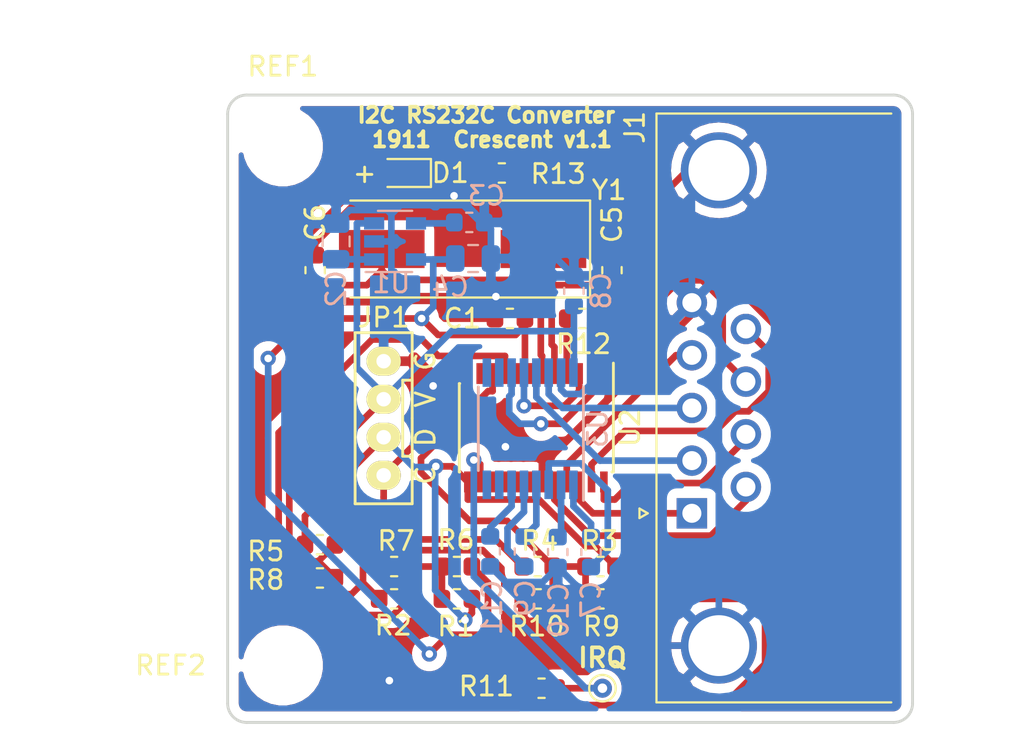
<source format=kicad_pcb>
(kicad_pcb (version 20171130) (host pcbnew "(5.1.2)-1")

  (general
    (thickness 1.6)
    (drawings 13)
    (tracks 300)
    (zones 0)
    (modules 34)
    (nets 30)
  )

  (page A4)
  (title_block
    (title "I2C RS232C Converter")
    (date 2019-11-04)
    (rev v1.1)
    (company Crescent)
  )

  (layers
    (0 F.Cu signal)
    (31 B.Cu signal)
    (32 B.Adhes user)
    (33 F.Adhes user)
    (34 B.Paste user)
    (35 F.Paste user)
    (36 B.SilkS user)
    (37 F.SilkS user)
    (38 B.Mask user)
    (39 F.Mask user)
    (40 Dwgs.User user)
    (41 Cmts.User user)
    (42 Eco1.User user)
    (43 Eco2.User user)
    (44 Edge.Cuts user)
    (45 Margin user)
    (46 B.CrtYd user)
    (47 F.CrtYd user)
    (48 B.Fab user hide)
    (49 F.Fab user hide)
  )

  (setup
    (last_trace_width 0.35)
    (trace_clearance 0.2)
    (zone_clearance 0.508)
    (zone_45_only no)
    (trace_min 0.2)
    (via_size 0.8)
    (via_drill 0.4)
    (via_min_size 0.8)
    (via_min_drill 0.3)
    (uvia_size 0.3)
    (uvia_drill 0.1)
    (uvias_allowed no)
    (uvia_min_size 0.2)
    (uvia_min_drill 0.1)
    (edge_width 0.15)
    (segment_width 0.2)
    (pcb_text_width 0.3)
    (pcb_text_size 1.5 1.5)
    (mod_edge_width 0.15)
    (mod_text_size 1 1)
    (mod_text_width 0.15)
    (pad_size 1.524 1.524)
    (pad_drill 0.762)
    (pad_to_mask_clearance 0.2)
    (aux_axis_origin 0 0)
    (visible_elements 7FFFFF7F)
    (pcbplotparams
      (layerselection 0x010fc_ffffffff)
      (usegerberextensions true)
      (usegerberattributes false)
      (usegerberadvancedattributes false)
      (creategerberjobfile false)
      (excludeedgelayer true)
      (linewidth 0.050000)
      (plotframeref false)
      (viasonmask false)
      (mode 1)
      (useauxorigin false)
      (hpglpennumber 1)
      (hpglpenspeed 20)
      (hpglpendiameter 15.000000)
      (psnegative false)
      (psa4output false)
      (plotreference true)
      (plotvalue true)
      (plotinvisibletext false)
      (padsonsilk false)
      (subtractmaskfromsilk true)
      (outputformat 1)
      (mirror false)
      (drillshape 0)
      (scaleselection 1)
      (outputdirectory "GERBER/"))
  )

  (net 0 "")
  (net 1 /3.3V)
  (net 2 GND)
  (net 3 /5V)
  (net 4 "Net-(C3-Pad1)")
  (net 5 /XTAL1)
  (net 6 /XTAL2)
  (net 7 "Net-(D1-Pad1)")
  (net 8 /SCL)
  (net 9 /SDA)
  (net 10 /RX)
  (net 11 /TX)
  (net 12 /A0)
  (net 13 /A1)
  (net 14 /IRQ)
  (net 15 /RST)
  (net 16 "Net-(C7-Pad1)")
  (net 17 "Net-(C7-Pad2)")
  (net 18 "Net-(C9-Pad2)")
  (net 19 "Net-(C9-Pad1)")
  (net 20 "Net-(C10-Pad2)")
  (net 21 "Net-(C11-Pad2)")
  (net 22 /CD)
  (net 23 /RXD)
  (net 24 /TXD)
  (net 25 /DTR)
  (net 26 /DSR)
  (net 27 /RTS)
  (net 28 /CTS)
  (net 29 /RI)

  (net_class Default "これは標準のネット クラスです。"
    (clearance 0.2)
    (trace_width 0.35)
    (via_dia 0.8)
    (via_drill 0.4)
    (uvia_dia 0.3)
    (uvia_drill 0.1)
    (add_net /3.3V)
    (add_net /5V)
    (add_net /A0)
    (add_net /A1)
    (add_net /CD)
    (add_net /CTS)
    (add_net /DSR)
    (add_net /DTR)
    (add_net /IRQ)
    (add_net /RI)
    (add_net /RST)
    (add_net /RTS)
    (add_net /RX)
    (add_net /RXD)
    (add_net /SCL)
    (add_net /SDA)
    (add_net /TX)
    (add_net /TXD)
    (add_net /XTAL1)
    (add_net /XTAL2)
    (add_net GND)
    (add_net "Net-(C10-Pad2)")
    (add_net "Net-(C11-Pad2)")
    (add_net "Net-(C3-Pad1)")
    (add_net "Net-(C7-Pad1)")
    (add_net "Net-(C7-Pad2)")
    (add_net "Net-(C9-Pad1)")
    (add_net "Net-(C9-Pad2)")
    (add_net "Net-(D1-Pad1)")
  )

  (module MountingHole:MountingHole_3.2mm_M3 (layer F.Cu) (tedit 56D1B4CB) (tstamp 5DA1F9FF)
    (at 179.9 124)
    (descr "Mounting Hole 3.2mm, no annular, M3")
    (tags "mounting hole 3.2mm no annular m3")
    (attr virtual)
    (fp_text reference REF2 (at -5.9 0) (layer F.SilkS)
      (effects (font (size 1 1) (thickness 0.15)))
    )
    (fp_text value MountingHole_3.2mm_M3 (at 0 4.2) (layer F.Fab)
      (effects (font (size 1 1) (thickness 0.15)))
    )
    (fp_text user %R (at 0.3 0) (layer F.Fab)
      (effects (font (size 1 1) (thickness 0.15)))
    )
    (fp_circle (center 0 0) (end 3.2 0) (layer Cmts.User) (width 0.15))
    (fp_circle (center 0 0) (end 3.45 0) (layer F.CrtYd) (width 0.05))
    (pad 1 np_thru_hole circle (at 0 0) (size 3.2 3.2) (drill 3.2) (layers *.Cu *.Mask))
  )

  (module MountingHole:MountingHole_3.2mm_M3 (layer F.Cu) (tedit 56D1B4CB) (tstamp 5DA1F9F6)
    (at 179.9 96.7)
    (descr "Mounting Hole 3.2mm, no annular, M3")
    (tags "mounting hole 3.2mm no annular m3")
    (attr virtual)
    (fp_text reference REF1 (at 0 -4.2) (layer F.SilkS)
      (effects (font (size 1 1) (thickness 0.15)))
    )
    (fp_text value MountingHole_3.2mm_M3 (at 0 4.2) (layer F.Fab)
      (effects (font (size 1 1) (thickness 0.15)))
    )
    (fp_circle (center 0 0) (end 3.45 0) (layer F.CrtYd) (width 0.05))
    (fp_circle (center 0 0) (end 3.2 0) (layer Cmts.User) (width 0.15))
    (fp_text user %R (at 0.3 0) (layer F.Fab)
      (effects (font (size 1 1) (thickness 0.15)))
    )
    (pad 1 np_thru_hole circle (at 0 0) (size 3.2 3.2) (drill 3.2) (layers *.Cu *.Mask))
  )

  (module GroveCon:GROVE (layer F.Cu) (tedit 5D6B7261) (tstamp 5AD52018)
    (at 185.2 114 90)
    (path /5AD4C1DC)
    (fp_text reference JP1 (at 8.3 0 180) (layer F.SilkS)
      (effects (font (size 1 1) (thickness 0.15)))
    )
    (fp_text value PINHD-1X4 (at 0.5 -3 90) (layer F.Fab) hide
      (effects (font (size 1 1) (thickness 0.15)))
    )
    (fp_text user C (at 0 2.2 90) (layer F.SilkS)
      (effects (font (size 1 1) (thickness 0.15)))
    )
    (fp_text user D (at 2 2.2 90) (layer F.SilkS)
      (effects (font (size 1 1) (thickness 0.15)))
    )
    (fp_text user V (at 4 2.2 90) (layer F.SilkS)
      (effects (font (size 1 1) (thickness 0.15)))
    )
    (fp_text user G (at 6 2.2 90) (layer F.SilkS)
      (effects (font (size 1 1) (thickness 0.15)))
    )
    (fp_line (start 5 1.5) (end 5 1) (layer F.SilkS) (width 0.15))
    (fp_line (start 5 1) (end 1 1) (layer F.SilkS) (width 0.15))
    (fp_line (start 1 1) (end 1 1.5) (layer F.SilkS) (width 0.15))
    (fp_line (start 3 1.5) (end -1.5 1.5) (layer F.SilkS) (width 0.15))
    (fp_line (start -1.5 1.5) (end -1.5 -1.5) (layer F.SilkS) (width 0.15))
    (fp_line (start -1.5 -1.5) (end 7.5 -1.5) (layer F.SilkS) (width 0.15))
    (fp_line (start 7.5 -1.5) (end 7.5 1.5) (layer F.SilkS) (width 0.15))
    (fp_line (start 7.5 1.5) (end 3 1.5) (layer F.SilkS) (width 0.15))
    (pad 1 thru_hole oval (at 0 0 90) (size 1.524 1.8) (drill 0.762) (layers *.Cu *.Paste *.Mask F.SilkS)
      (net 8 /SCL))
    (pad 2 thru_hole oval (at 2 0 90) (size 1.524 1.8) (drill 0.762) (layers *.Cu *.Paste *.Mask F.SilkS)
      (net 9 /SDA))
    (pad 3 thru_hole oval (at 4 0 90) (size 1.524 1.8) (drill 0.762) (layers *.Cu *.Paste *.Mask F.SilkS)
      (net 3 /5V))
    (pad 4 thru_hole oval (at 6 0 90) (size 1.524 1.8) (drill 0.762) (layers *.Cu *.Paste *.Mask F.SilkS)
      (net 2 GND))
  )

  (module Capacitor_SMD:C_0603_1608Metric (layer F.Cu) (tedit 5D6B7380) (tstamp 5D6AF1DE)
    (at 191.838 105.75 180)
    (descr "Capacitor SMD 0603 (1608 Metric), square (rectangular) end terminal, IPC_7351 nominal, (Body size source: http://www.tortai-tech.com/upload/download/2011102023233369053.pdf), generated with kicad-footprint-generator")
    (tags capacitor)
    (path /5D6B4567)
    (attr smd)
    (fp_text reference C1 (at 2.5 0 180) (layer F.SilkS)
      (effects (font (size 1 1) (thickness 0.15)))
    )
    (fp_text value 0.1u (at 0 1.43 180) (layer F.Fab)
      (effects (font (size 1 1) (thickness 0.15)))
    )
    (fp_line (start -0.8 0.4) (end -0.8 -0.4) (layer F.Fab) (width 0.1))
    (fp_line (start -0.8 -0.4) (end 0.8 -0.4) (layer F.Fab) (width 0.1))
    (fp_line (start 0.8 -0.4) (end 0.8 0.4) (layer F.Fab) (width 0.1))
    (fp_line (start 0.8 0.4) (end -0.8 0.4) (layer F.Fab) (width 0.1))
    (fp_line (start -0.162779 -0.51) (end 0.162779 -0.51) (layer F.SilkS) (width 0.12))
    (fp_line (start -0.162779 0.51) (end 0.162779 0.51) (layer F.SilkS) (width 0.12))
    (fp_line (start -1.48 0.73) (end -1.48 -0.73) (layer F.CrtYd) (width 0.05))
    (fp_line (start -1.48 -0.73) (end 1.48 -0.73) (layer F.CrtYd) (width 0.05))
    (fp_line (start 1.48 -0.73) (end 1.48 0.73) (layer F.CrtYd) (width 0.05))
    (fp_line (start 1.48 0.73) (end -1.48 0.73) (layer F.CrtYd) (width 0.05))
    (fp_text user %R (at 0 0 180) (layer F.Fab)
      (effects (font (size 0.4 0.4) (thickness 0.06)))
    )
    (pad 1 smd roundrect (at -0.7875 0 180) (size 0.875 0.95) (layers F.Cu F.Paste F.Mask) (roundrect_rratio 0.25)
      (net 1 /3.3V))
    (pad 2 smd roundrect (at 0.7875 0 180) (size 0.875 0.95) (layers F.Cu F.Paste F.Mask) (roundrect_rratio 0.25)
      (net 2 GND))
    (model ${KISYS3DMOD}/Capacitor_SMD.3dshapes/C_0603_1608Metric.wrl
      (at (xyz 0 0 0))
      (scale (xyz 1 1 1))
      (rotate (xyz 0 0 0))
    )
  )

  (module Capacitor_SMD:C_0805_2012Metric (layer B.Cu) (tedit 5D6B75C0) (tstamp 5D6AF1EF)
    (at 182.7 101.7 90)
    (descr "Capacitor SMD 0805 (2012 Metric), square (rectangular) end terminal, IPC_7351 nominal, (Body size source: https://docs.google.com/spreadsheets/d/1BsfQQcO9C6DZCsRaXUlFlo91Tg2WpOkGARC1WS5S8t0/edit?usp=sharing), generated with kicad-footprint-generator")
    (tags capacitor)
    (path /5D6AFDBF)
    (attr smd)
    (fp_text reference C2 (at -2.5 0 90) (layer B.SilkS)
      (effects (font (size 1 1) (thickness 0.15)) (justify mirror))
    )
    (fp_text value 10u (at 0 -1.65 90) (layer B.Fab) hide
      (effects (font (size 1 1) (thickness 0.15)) (justify mirror))
    )
    (fp_text user %R (at 0 0 90) (layer B.Fab)
      (effects (font (size 0.5 0.5) (thickness 0.08)) (justify mirror))
    )
    (fp_line (start 1.68 -0.95) (end -1.68 -0.95) (layer B.CrtYd) (width 0.05))
    (fp_line (start 1.68 0.95) (end 1.68 -0.95) (layer B.CrtYd) (width 0.05))
    (fp_line (start -1.68 0.95) (end 1.68 0.95) (layer B.CrtYd) (width 0.05))
    (fp_line (start -1.68 -0.95) (end -1.68 0.95) (layer B.CrtYd) (width 0.05))
    (fp_line (start -0.258578 -0.71) (end 0.258578 -0.71) (layer B.SilkS) (width 0.12))
    (fp_line (start -0.258578 0.71) (end 0.258578 0.71) (layer B.SilkS) (width 0.12))
    (fp_line (start 1 -0.6) (end -1 -0.6) (layer B.Fab) (width 0.1))
    (fp_line (start 1 0.6) (end 1 -0.6) (layer B.Fab) (width 0.1))
    (fp_line (start -1 0.6) (end 1 0.6) (layer B.Fab) (width 0.1))
    (fp_line (start -1 -0.6) (end -1 0.6) (layer B.Fab) (width 0.1))
    (pad 2 smd roundrect (at 0.9375 0 90) (size 0.975 1.4) (layers B.Cu B.Paste B.Mask) (roundrect_rratio 0.25)
      (net 2 GND))
    (pad 1 smd roundrect (at -0.9375 0 90) (size 0.975 1.4) (layers B.Cu B.Paste B.Mask) (roundrect_rratio 0.25)
      (net 3 /5V))
    (model ${KISYS3DMOD}/Capacitor_SMD.3dshapes/C_0805_2012Metric.wrl
      (at (xyz 0 0 0))
      (scale (xyz 1 1 1))
      (rotate (xyz 0 0 0))
    )
  )

  (module Capacitor_SMD:C_0603_1608Metric (layer B.Cu) (tedit 5D6B72FE) (tstamp 5D6AF200)
    (at 189.7 100.7)
    (descr "Capacitor SMD 0603 (1608 Metric), square (rectangular) end terminal, IPC_7351 nominal, (Body size source: http://www.tortai-tech.com/upload/download/2011102023233369053.pdf), generated with kicad-footprint-generator")
    (tags capacitor)
    (path /5D6B0711)
    (attr smd)
    (fp_text reference C3 (at 0.9 -1.4 180) (layer B.SilkS)
      (effects (font (size 1 1) (thickness 0.15)) (justify mirror))
    )
    (fp_text value 0.01u (at 0 -1.43 180) (layer B.Fab)
      (effects (font (size 1 1) (thickness 0.15)) (justify mirror))
    )
    (fp_text user %R (at 0 0 180) (layer B.Fab)
      (effects (font (size 0.4 0.4) (thickness 0.06)) (justify mirror))
    )
    (fp_line (start 1.48 -0.73) (end -1.48 -0.73) (layer B.CrtYd) (width 0.05))
    (fp_line (start 1.48 0.73) (end 1.48 -0.73) (layer B.CrtYd) (width 0.05))
    (fp_line (start -1.48 0.73) (end 1.48 0.73) (layer B.CrtYd) (width 0.05))
    (fp_line (start -1.48 -0.73) (end -1.48 0.73) (layer B.CrtYd) (width 0.05))
    (fp_line (start -0.162779 -0.51) (end 0.162779 -0.51) (layer B.SilkS) (width 0.12))
    (fp_line (start -0.162779 0.51) (end 0.162779 0.51) (layer B.SilkS) (width 0.12))
    (fp_line (start 0.8 -0.4) (end -0.8 -0.4) (layer B.Fab) (width 0.1))
    (fp_line (start 0.8 0.4) (end 0.8 -0.4) (layer B.Fab) (width 0.1))
    (fp_line (start -0.8 0.4) (end 0.8 0.4) (layer B.Fab) (width 0.1))
    (fp_line (start -0.8 -0.4) (end -0.8 0.4) (layer B.Fab) (width 0.1))
    (pad 2 smd roundrect (at 0.7875 0) (size 0.875 0.95) (layers B.Cu B.Paste B.Mask) (roundrect_rratio 0.25)
      (net 2 GND))
    (pad 1 smd roundrect (at -0.7875 0) (size 0.875 0.95) (layers B.Cu B.Paste B.Mask) (roundrect_rratio 0.25)
      (net 4 "Net-(C3-Pad1)"))
    (model ${KISYS3DMOD}/Capacitor_SMD.3dshapes/C_0603_1608Metric.wrl
      (at (xyz 0 0 0))
      (scale (xyz 1 1 1))
      (rotate (xyz 0 0 0))
    )
  )

  (module Capacitor_SMD:C_0805_2012Metric (layer B.Cu) (tedit 5D6B72EF) (tstamp 5D6AF211)
    (at 189.9 102.6)
    (descr "Capacitor SMD 0805 (2012 Metric), square (rectangular) end terminal, IPC_7351 nominal, (Body size source: https://docs.google.com/spreadsheets/d/1BsfQQcO9C6DZCsRaXUlFlo91Tg2WpOkGARC1WS5S8t0/edit?usp=sharing), generated with kicad-footprint-generator")
    (tags capacitor)
    (path /5D6B02A5)
    (attr smd)
    (fp_text reference C4 (at -1.2 1.5 180) (layer B.SilkS)
      (effects (font (size 1 1) (thickness 0.15)) (justify mirror))
    )
    (fp_text value 10u (at 0 -1.65 180) (layer B.Fab)
      (effects (font (size 1 1) (thickness 0.15)) (justify mirror))
    )
    (fp_line (start -1 -0.6) (end -1 0.6) (layer B.Fab) (width 0.1))
    (fp_line (start -1 0.6) (end 1 0.6) (layer B.Fab) (width 0.1))
    (fp_line (start 1 0.6) (end 1 -0.6) (layer B.Fab) (width 0.1))
    (fp_line (start 1 -0.6) (end -1 -0.6) (layer B.Fab) (width 0.1))
    (fp_line (start -0.258578 0.71) (end 0.258578 0.71) (layer B.SilkS) (width 0.12))
    (fp_line (start -0.258578 -0.71) (end 0.258578 -0.71) (layer B.SilkS) (width 0.12))
    (fp_line (start -1.68 -0.95) (end -1.68 0.95) (layer B.CrtYd) (width 0.05))
    (fp_line (start -1.68 0.95) (end 1.68 0.95) (layer B.CrtYd) (width 0.05))
    (fp_line (start 1.68 0.95) (end 1.68 -0.95) (layer B.CrtYd) (width 0.05))
    (fp_line (start 1.68 -0.95) (end -1.68 -0.95) (layer B.CrtYd) (width 0.05))
    (fp_text user %R (at 0 0 180) (layer B.Fab)
      (effects (font (size 0.5 0.5) (thickness 0.08)) (justify mirror))
    )
    (pad 1 smd roundrect (at -0.9375 0) (size 0.975 1.4) (layers B.Cu B.Paste B.Mask) (roundrect_rratio 0.25)
      (net 1 /3.3V))
    (pad 2 smd roundrect (at 0.9375 0) (size 0.975 1.4) (layers B.Cu B.Paste B.Mask) (roundrect_rratio 0.25)
      (net 2 GND))
    (model ${KISYS3DMOD}/Capacitor_SMD.3dshapes/C_0805_2012Metric.wrl
      (at (xyz 0 0 0))
      (scale (xyz 1 1 1))
      (rotate (xyz 0 0 0))
    )
  )

  (module Capacitor_SMD:C_0603_1608Metric (layer F.Cu) (tedit 5D6B7438) (tstamp 5D6AF222)
    (at 197.2 103.212 90)
    (descr "Capacitor SMD 0603 (1608 Metric), square (rectangular) end terminal, IPC_7351 nominal, (Body size source: http://www.tortai-tech.com/upload/download/2011102023233369053.pdf), generated with kicad-footprint-generator")
    (tags capacitor)
    (path /5D6BDCCE)
    (attr smd)
    (fp_text reference C5 (at 2.4 0 90) (layer F.SilkS)
      (effects (font (size 1 1) (thickness 0.15)))
    )
    (fp_text value 10p (at 0 1.43 90) (layer F.Fab)
      (effects (font (size 1 1) (thickness 0.15)))
    )
    (fp_text user %R (at 0 0 90) (layer F.Fab)
      (effects (font (size 0.4 0.4) (thickness 0.06)))
    )
    (fp_line (start 1.48 0.73) (end -1.48 0.73) (layer F.CrtYd) (width 0.05))
    (fp_line (start 1.48 -0.73) (end 1.48 0.73) (layer F.CrtYd) (width 0.05))
    (fp_line (start -1.48 -0.73) (end 1.48 -0.73) (layer F.CrtYd) (width 0.05))
    (fp_line (start -1.48 0.73) (end -1.48 -0.73) (layer F.CrtYd) (width 0.05))
    (fp_line (start -0.162779 0.51) (end 0.162779 0.51) (layer F.SilkS) (width 0.12))
    (fp_line (start -0.162779 -0.51) (end 0.162779 -0.51) (layer F.SilkS) (width 0.12))
    (fp_line (start 0.8 0.4) (end -0.8 0.4) (layer F.Fab) (width 0.1))
    (fp_line (start 0.8 -0.4) (end 0.8 0.4) (layer F.Fab) (width 0.1))
    (fp_line (start -0.8 -0.4) (end 0.8 -0.4) (layer F.Fab) (width 0.1))
    (fp_line (start -0.8 0.4) (end -0.8 -0.4) (layer F.Fab) (width 0.1))
    (pad 2 smd roundrect (at 0.7875 0 90) (size 0.875 0.95) (layers F.Cu F.Paste F.Mask) (roundrect_rratio 0.25)
      (net 2 GND))
    (pad 1 smd roundrect (at -0.7875 0 90) (size 0.875 0.95) (layers F.Cu F.Paste F.Mask) (roundrect_rratio 0.25)
      (net 5 /XTAL1))
    (model ${KISYS3DMOD}/Capacitor_SMD.3dshapes/C_0603_1608Metric.wrl
      (at (xyz 0 0 0))
      (scale (xyz 1 1 1))
      (rotate (xyz 0 0 0))
    )
  )

  (module Capacitor_SMD:C_0603_1608Metric (layer F.Cu) (tedit 5D6B7418) (tstamp 5D6AF233)
    (at 181.6 103.212 90)
    (descr "Capacitor SMD 0603 (1608 Metric), square (rectangular) end terminal, IPC_7351 nominal, (Body size source: http://www.tortai-tech.com/upload/download/2011102023233369053.pdf), generated with kicad-footprint-generator")
    (tags capacitor)
    (path /5D6BE5F4)
    (attr smd)
    (fp_text reference C6 (at 2.5 0 270) (layer F.SilkS)
      (effects (font (size 1 1) (thickness 0.15)))
    )
    (fp_text value 10p (at 0 1.43 270) (layer F.Fab)
      (effects (font (size 1 1) (thickness 0.15)))
    )
    (fp_line (start -0.8 0.4) (end -0.8 -0.4) (layer F.Fab) (width 0.1))
    (fp_line (start -0.8 -0.4) (end 0.8 -0.4) (layer F.Fab) (width 0.1))
    (fp_line (start 0.8 -0.4) (end 0.8 0.4) (layer F.Fab) (width 0.1))
    (fp_line (start 0.8 0.4) (end -0.8 0.4) (layer F.Fab) (width 0.1))
    (fp_line (start -0.162779 -0.51) (end 0.162779 -0.51) (layer F.SilkS) (width 0.12))
    (fp_line (start -0.162779 0.51) (end 0.162779 0.51) (layer F.SilkS) (width 0.12))
    (fp_line (start -1.48 0.73) (end -1.48 -0.73) (layer F.CrtYd) (width 0.05))
    (fp_line (start -1.48 -0.73) (end 1.48 -0.73) (layer F.CrtYd) (width 0.05))
    (fp_line (start 1.48 -0.73) (end 1.48 0.73) (layer F.CrtYd) (width 0.05))
    (fp_line (start 1.48 0.73) (end -1.48 0.73) (layer F.CrtYd) (width 0.05))
    (fp_text user %R (at 0 0 270) (layer F.Fab)
      (effects (font (size 0.4 0.4) (thickness 0.06)))
    )
    (pad 1 smd roundrect (at -0.7875 0 90) (size 0.875 0.95) (layers F.Cu F.Paste F.Mask) (roundrect_rratio 0.25)
      (net 6 /XTAL2))
    (pad 2 smd roundrect (at 0.7875 0 90) (size 0.875 0.95) (layers F.Cu F.Paste F.Mask) (roundrect_rratio 0.25)
      (net 2 GND))
    (model ${KISYS3DMOD}/Capacitor_SMD.3dshapes/C_0603_1608Metric.wrl
      (at (xyz 0 0 0))
      (scale (xyz 1 1 1))
      (rotate (xyz 0 0 0))
    )
  )

  (module Diode_SMD:D_0603_1608Metric (layer F.Cu) (tedit 5D6B740E) (tstamp 5D6AF246)
    (at 186.2 98.1 180)
    (descr "Diode SMD 0603 (1608 Metric), square (rectangular) end terminal, IPC_7351 nominal, (Body size source: http://www.tortai-tech.com/upload/download/2011102023233369053.pdf), generated with kicad-footprint-generator")
    (tags diode)
    (path /5D6F47B5)
    (attr smd)
    (fp_text reference D1 (at -2.5 0) (layer F.SilkS)
      (effects (font (size 1 1) (thickness 0.15)))
    )
    (fp_text value LED (at 0 1.43) (layer F.Fab)
      (effects (font (size 1 1) (thickness 0.15)))
    )
    (fp_line (start 0.8 -0.4) (end -0.5 -0.4) (layer F.Fab) (width 0.1))
    (fp_line (start -0.5 -0.4) (end -0.8 -0.1) (layer F.Fab) (width 0.1))
    (fp_line (start -0.8 -0.1) (end -0.8 0.4) (layer F.Fab) (width 0.1))
    (fp_line (start -0.8 0.4) (end 0.8 0.4) (layer F.Fab) (width 0.1))
    (fp_line (start 0.8 0.4) (end 0.8 -0.4) (layer F.Fab) (width 0.1))
    (fp_line (start 0.8 -0.735) (end -1.485 -0.735) (layer F.SilkS) (width 0.12))
    (fp_line (start -1.485 -0.735) (end -1.485 0.735) (layer F.SilkS) (width 0.12))
    (fp_line (start -1.485 0.735) (end 0.8 0.735) (layer F.SilkS) (width 0.12))
    (fp_line (start -1.48 0.73) (end -1.48 -0.73) (layer F.CrtYd) (width 0.05))
    (fp_line (start -1.48 -0.73) (end 1.48 -0.73) (layer F.CrtYd) (width 0.05))
    (fp_line (start 1.48 -0.73) (end 1.48 0.73) (layer F.CrtYd) (width 0.05))
    (fp_line (start 1.48 0.73) (end -1.48 0.73) (layer F.CrtYd) (width 0.05))
    (fp_text user %R (at 0 0) (layer F.Fab)
      (effects (font (size 0.4 0.4) (thickness 0.06)))
    )
    (pad 1 smd roundrect (at -0.7875 0 180) (size 0.875 0.95) (layers F.Cu F.Paste F.Mask) (roundrect_rratio 0.25)
      (net 7 "Net-(D1-Pad1)"))
    (pad 2 smd roundrect (at 0.7875 0 180) (size 0.875 0.95) (layers F.Cu F.Paste F.Mask) (roundrect_rratio 0.25)
      (net 1 /3.3V))
    (model ${KISYS3DMOD}/Diode_SMD.3dshapes/D_0603_1608Metric.wrl
      (at (xyz 0 0 0))
      (scale (xyz 1 1 1))
      (rotate (xyz 0 0 0))
    )
  )

  (module Resistor_SMD:R_0603_1608Metric (layer F.Cu) (tedit 5D6B749A) (tstamp 5D6AF257)
    (at 189.05 120.5 180)
    (descr "Resistor SMD 0603 (1608 Metric), square (rectangular) end terminal, IPC_7351 nominal, (Body size source: http://www.tortai-tech.com/upload/download/2011102023233369053.pdf), generated with kicad-footprint-generator")
    (tags resistor)
    (path /5D6EAE2E)
    (attr smd)
    (fp_text reference R1 (at 0.05 -1.45 180) (layer F.SilkS)
      (effects (font (size 1 1) (thickness 0.15)))
    )
    (fp_text value 0 (at 0 1.43 180) (layer F.Fab)
      (effects (font (size 1 1) (thickness 0.15)))
    )
    (fp_text user %R (at 0 0 180) (layer F.Fab)
      (effects (font (size 0.4 0.4) (thickness 0.06)))
    )
    (fp_line (start 1.48 0.73) (end -1.48 0.73) (layer F.CrtYd) (width 0.05))
    (fp_line (start 1.48 -0.73) (end 1.48 0.73) (layer F.CrtYd) (width 0.05))
    (fp_line (start -1.48 -0.73) (end 1.48 -0.73) (layer F.CrtYd) (width 0.05))
    (fp_line (start -1.48 0.73) (end -1.48 -0.73) (layer F.CrtYd) (width 0.05))
    (fp_line (start -0.162779 0.51) (end 0.162779 0.51) (layer F.SilkS) (width 0.12))
    (fp_line (start -0.162779 -0.51) (end 0.162779 -0.51) (layer F.SilkS) (width 0.12))
    (fp_line (start 0.8 0.4) (end -0.8 0.4) (layer F.Fab) (width 0.1))
    (fp_line (start 0.8 -0.4) (end 0.8 0.4) (layer F.Fab) (width 0.1))
    (fp_line (start -0.8 -0.4) (end 0.8 -0.4) (layer F.Fab) (width 0.1))
    (fp_line (start -0.8 0.4) (end -0.8 -0.4) (layer F.Fab) (width 0.1))
    (pad 2 smd roundrect (at 0.7875 0 180) (size 0.875 0.95) (layers F.Cu F.Paste F.Mask) (roundrect_rratio 0.25)
      (net 12 /A0))
    (pad 1 smd roundrect (at -0.7875 0 180) (size 0.875 0.95) (layers F.Cu F.Paste F.Mask) (roundrect_rratio 0.25)
      (net 9 /SDA))
    (model ${KISYS3DMOD}/Resistor_SMD.3dshapes/R_0603_1608Metric.wrl
      (at (xyz 0 0 0))
      (scale (xyz 1 1 1))
      (rotate (xyz 0 0 0))
    )
  )

  (module Resistor_SMD:R_0603_1608Metric (layer F.Cu) (tedit 5D6B7492) (tstamp 5D6AF268)
    (at 185.75 120.5)
    (descr "Resistor SMD 0603 (1608 Metric), square (rectangular) end terminal, IPC_7351 nominal, (Body size source: http://www.tortai-tech.com/upload/download/2011102023233369053.pdf), generated with kicad-footprint-generator")
    (tags resistor)
    (path /5D6EAE47)
    (attr smd)
    (fp_text reference R2 (at -0.05 1.4) (layer F.SilkS)
      (effects (font (size 1 1) (thickness 0.15)))
    )
    (fp_text value 0 (at 0 1.43) (layer F.Fab)
      (effects (font (size 1 1) (thickness 0.15)))
    )
    (fp_text user %R (at 0 0) (layer F.Fab)
      (effects (font (size 0.4 0.4) (thickness 0.06)))
    )
    (fp_line (start 1.48 0.73) (end -1.48 0.73) (layer F.CrtYd) (width 0.05))
    (fp_line (start 1.48 -0.73) (end 1.48 0.73) (layer F.CrtYd) (width 0.05))
    (fp_line (start -1.48 -0.73) (end 1.48 -0.73) (layer F.CrtYd) (width 0.05))
    (fp_line (start -1.48 0.73) (end -1.48 -0.73) (layer F.CrtYd) (width 0.05))
    (fp_line (start -0.162779 0.51) (end 0.162779 0.51) (layer F.SilkS) (width 0.12))
    (fp_line (start -0.162779 -0.51) (end 0.162779 -0.51) (layer F.SilkS) (width 0.12))
    (fp_line (start 0.8 0.4) (end -0.8 0.4) (layer F.Fab) (width 0.1))
    (fp_line (start 0.8 -0.4) (end 0.8 0.4) (layer F.Fab) (width 0.1))
    (fp_line (start -0.8 -0.4) (end 0.8 -0.4) (layer F.Fab) (width 0.1))
    (fp_line (start -0.8 0.4) (end -0.8 -0.4) (layer F.Fab) (width 0.1))
    (pad 2 smd roundrect (at 0.7875 0) (size 0.875 0.95) (layers F.Cu F.Paste F.Mask) (roundrect_rratio 0.25)
      (net 12 /A0))
    (pad 1 smd roundrect (at -0.7875 0) (size 0.875 0.95) (layers F.Cu F.Paste F.Mask) (roundrect_rratio 0.25)
      (net 8 /SCL))
    (model ${KISYS3DMOD}/Resistor_SMD.3dshapes/R_0603_1608Metric.wrl
      (at (xyz 0 0 0))
      (scale (xyz 1 1 1))
      (rotate (xyz 0 0 0))
    )
  )

  (module Resistor_SMD:R_0603_1608Metric (layer F.Cu) (tedit 5D6B74AA) (tstamp 5D6AF279)
    (at 196.6 118.8 180)
    (descr "Resistor SMD 0603 (1608 Metric), square (rectangular) end terminal, IPC_7351 nominal, (Body size source: http://www.tortai-tech.com/upload/download/2011102023233369053.pdf), generated with kicad-footprint-generator")
    (tags resistor)
    (path /5D6EAE38)
    (attr smd)
    (fp_text reference R3 (at 0.05 1.35 180) (layer F.SilkS)
      (effects (font (size 1 1) (thickness 0.15)))
    )
    (fp_text value 0 (at 0 1.43 180) (layer F.Fab)
      (effects (font (size 1 1) (thickness 0.15)))
    )
    (fp_line (start -0.8 0.4) (end -0.8 -0.4) (layer F.Fab) (width 0.1))
    (fp_line (start -0.8 -0.4) (end 0.8 -0.4) (layer F.Fab) (width 0.1))
    (fp_line (start 0.8 -0.4) (end 0.8 0.4) (layer F.Fab) (width 0.1))
    (fp_line (start 0.8 0.4) (end -0.8 0.4) (layer F.Fab) (width 0.1))
    (fp_line (start -0.162779 -0.51) (end 0.162779 -0.51) (layer F.SilkS) (width 0.12))
    (fp_line (start -0.162779 0.51) (end 0.162779 0.51) (layer F.SilkS) (width 0.12))
    (fp_line (start -1.48 0.73) (end -1.48 -0.73) (layer F.CrtYd) (width 0.05))
    (fp_line (start -1.48 -0.73) (end 1.48 -0.73) (layer F.CrtYd) (width 0.05))
    (fp_line (start 1.48 -0.73) (end 1.48 0.73) (layer F.CrtYd) (width 0.05))
    (fp_line (start 1.48 0.73) (end -1.48 0.73) (layer F.CrtYd) (width 0.05))
    (fp_text user %R (at 0 0 180) (layer F.Fab)
      (effects (font (size 0.4 0.4) (thickness 0.06)))
    )
    (pad 1 smd roundrect (at -0.7875 0 180) (size 0.875 0.95) (layers F.Cu F.Paste F.Mask) (roundrect_rratio 0.25)
      (net 9 /SDA))
    (pad 2 smd roundrect (at 0.7875 0 180) (size 0.875 0.95) (layers F.Cu F.Paste F.Mask) (roundrect_rratio 0.25)
      (net 13 /A1))
    (model ${KISYS3DMOD}/Resistor_SMD.3dshapes/R_0603_1608Metric.wrl
      (at (xyz 0 0 0))
      (scale (xyz 1 1 1))
      (rotate (xyz 0 0 0))
    )
  )

  (module Resistor_SMD:R_0603_1608Metric (layer F.Cu) (tedit 5D6B7490) (tstamp 5D6AF28A)
    (at 193.3 118.8)
    (descr "Resistor SMD 0603 (1608 Metric), square (rectangular) end terminal, IPC_7351 nominal, (Body size source: http://www.tortai-tech.com/upload/download/2011102023233369053.pdf), generated with kicad-footprint-generator")
    (tags resistor)
    (path /5D6EAE63)
    (attr smd)
    (fp_text reference R4 (at 0.1 -1.35) (layer F.SilkS)
      (effects (font (size 1 1) (thickness 0.15)))
    )
    (fp_text value 0 (at 0 1.43) (layer F.Fab)
      (effects (font (size 1 1) (thickness 0.15)))
    )
    (fp_line (start -0.8 0.4) (end -0.8 -0.4) (layer F.Fab) (width 0.1))
    (fp_line (start -0.8 -0.4) (end 0.8 -0.4) (layer F.Fab) (width 0.1))
    (fp_line (start 0.8 -0.4) (end 0.8 0.4) (layer F.Fab) (width 0.1))
    (fp_line (start 0.8 0.4) (end -0.8 0.4) (layer F.Fab) (width 0.1))
    (fp_line (start -0.162779 -0.51) (end 0.162779 -0.51) (layer F.SilkS) (width 0.12))
    (fp_line (start -0.162779 0.51) (end 0.162779 0.51) (layer F.SilkS) (width 0.12))
    (fp_line (start -1.48 0.73) (end -1.48 -0.73) (layer F.CrtYd) (width 0.05))
    (fp_line (start -1.48 -0.73) (end 1.48 -0.73) (layer F.CrtYd) (width 0.05))
    (fp_line (start 1.48 -0.73) (end 1.48 0.73) (layer F.CrtYd) (width 0.05))
    (fp_line (start 1.48 0.73) (end -1.48 0.73) (layer F.CrtYd) (width 0.05))
    (fp_text user %R (at 0 0) (layer F.Fab)
      (effects (font (size 0.4 0.4) (thickness 0.06)))
    )
    (pad 1 smd roundrect (at -0.7875 0) (size 0.875 0.95) (layers F.Cu F.Paste F.Mask) (roundrect_rratio 0.25)
      (net 8 /SCL))
    (pad 2 smd roundrect (at 0.7875 0) (size 0.875 0.95) (layers F.Cu F.Paste F.Mask) (roundrect_rratio 0.25)
      (net 13 /A1))
    (model ${KISYS3DMOD}/Resistor_SMD.3dshapes/R_0603_1608Metric.wrl
      (at (xyz 0 0 0))
      (scale (xyz 1 1 1))
      (rotate (xyz 0 0 0))
    )
  )

  (module Resistor_SMD:R_0603_1608Metric (layer F.Cu) (tedit 5D6B75F1) (tstamp 5D6AF29B)
    (at 181.85 117.65 180)
    (descr "Resistor SMD 0603 (1608 Metric), square (rectangular) end terminal, IPC_7351 nominal, (Body size source: http://www.tortai-tech.com/upload/download/2011102023233369053.pdf), generated with kicad-footprint-generator")
    (tags resistor)
    (path /5D6B77F9)
    (attr smd)
    (fp_text reference R5 (at 2.85 -0.35 180) (layer F.SilkS)
      (effects (font (size 1 1) (thickness 0.15)))
    )
    (fp_text value 4.7k (at 0 1.43 180) (layer F.Fab)
      (effects (font (size 1 1) (thickness 0.15)))
    )
    (fp_line (start -0.8 0.4) (end -0.8 -0.4) (layer F.Fab) (width 0.1))
    (fp_line (start -0.8 -0.4) (end 0.8 -0.4) (layer F.Fab) (width 0.1))
    (fp_line (start 0.8 -0.4) (end 0.8 0.4) (layer F.Fab) (width 0.1))
    (fp_line (start 0.8 0.4) (end -0.8 0.4) (layer F.Fab) (width 0.1))
    (fp_line (start -0.162779 -0.51) (end 0.162779 -0.51) (layer F.SilkS) (width 0.12))
    (fp_line (start -0.162779 0.51) (end 0.162779 0.51) (layer F.SilkS) (width 0.12))
    (fp_line (start -1.48 0.73) (end -1.48 -0.73) (layer F.CrtYd) (width 0.05))
    (fp_line (start -1.48 -0.73) (end 1.48 -0.73) (layer F.CrtYd) (width 0.05))
    (fp_line (start 1.48 -0.73) (end 1.48 0.73) (layer F.CrtYd) (width 0.05))
    (fp_line (start 1.48 0.73) (end -1.48 0.73) (layer F.CrtYd) (width 0.05))
    (fp_text user %R (at 0 0 180) (layer F.Fab)
      (effects (font (size 0.4 0.4) (thickness 0.06)))
    )
    (pad 1 smd roundrect (at -0.7875 0 180) (size 0.875 0.95) (layers F.Cu F.Paste F.Mask) (roundrect_rratio 0.25)
      (net 3 /5V))
    (pad 2 smd roundrect (at 0.7875 0 180) (size 0.875 0.95) (layers F.Cu F.Paste F.Mask) (roundrect_rratio 0.25)
      (net 9 /SDA))
    (model ${KISYS3DMOD}/Resistor_SMD.3dshapes/R_0603_1608Metric.wrl
      (at (xyz 0 0 0))
      (scale (xyz 1 1 1))
      (rotate (xyz 0 0 0))
    )
  )

  (module Resistor_SMD:R_0603_1608Metric (layer F.Cu) (tedit 5D6B74C0) (tstamp 5D6AF2AC)
    (at 189.05 118.8 180)
    (descr "Resistor SMD 0603 (1608 Metric), square (rectangular) end terminal, IPC_7351 nominal, (Body size source: http://www.tortai-tech.com/upload/download/2011102023233369053.pdf), generated with kicad-footprint-generator")
    (tags resistor)
    (path /5D6D455E)
    (attr smd)
    (fp_text reference R6 (at 0.05 1.4 180) (layer F.SilkS)
      (effects (font (size 1 1) (thickness 0.15)))
    )
    (fp_text value 0 (at 0 1.43 180) (layer F.Fab)
      (effects (font (size 1 1) (thickness 0.15)))
    )
    (fp_text user %R (at 0 0 180) (layer F.Fab)
      (effects (font (size 0.4 0.4) (thickness 0.06)))
    )
    (fp_line (start 1.48 0.73) (end -1.48 0.73) (layer F.CrtYd) (width 0.05))
    (fp_line (start 1.48 -0.73) (end 1.48 0.73) (layer F.CrtYd) (width 0.05))
    (fp_line (start -1.48 -0.73) (end 1.48 -0.73) (layer F.CrtYd) (width 0.05))
    (fp_line (start -1.48 0.73) (end -1.48 -0.73) (layer F.CrtYd) (width 0.05))
    (fp_line (start -0.162779 0.51) (end 0.162779 0.51) (layer F.SilkS) (width 0.12))
    (fp_line (start -0.162779 -0.51) (end 0.162779 -0.51) (layer F.SilkS) (width 0.12))
    (fp_line (start 0.8 0.4) (end -0.8 0.4) (layer F.Fab) (width 0.1))
    (fp_line (start 0.8 -0.4) (end 0.8 0.4) (layer F.Fab) (width 0.1))
    (fp_line (start -0.8 -0.4) (end 0.8 -0.4) (layer F.Fab) (width 0.1))
    (fp_line (start -0.8 0.4) (end -0.8 -0.4) (layer F.Fab) (width 0.1))
    (pad 2 smd roundrect (at 0.7875 0 180) (size 0.875 0.95) (layers F.Cu F.Paste F.Mask) (roundrect_rratio 0.25)
      (net 12 /A0))
    (pad 1 smd roundrect (at -0.7875 0 180) (size 0.875 0.95) (layers F.Cu F.Paste F.Mask) (roundrect_rratio 0.25)
      (net 1 /3.3V))
    (model ${KISYS3DMOD}/Resistor_SMD.3dshapes/R_0603_1608Metric.wrl
      (at (xyz 0 0 0))
      (scale (xyz 1 1 1))
      (rotate (xyz 0 0 0))
    )
  )

  (module Resistor_SMD:R_0603_1608Metric (layer F.Cu) (tedit 5D6B74CD) (tstamp 5D6AF2BD)
    (at 185.75 118.8)
    (descr "Resistor SMD 0603 (1608 Metric), square (rectangular) end terminal, IPC_7351 nominal, (Body size source: http://www.tortai-tech.com/upload/download/2011102023233369053.pdf), generated with kicad-footprint-generator")
    (tags resistor)
    (path /5D6D6120)
    (attr smd)
    (fp_text reference R7 (at 0.1 -1.35) (layer F.SilkS)
      (effects (font (size 1 1) (thickness 0.15)))
    )
    (fp_text value 0 (at 0 1.43) (layer F.Fab)
      (effects (font (size 1 1) (thickness 0.15)))
    )
    (fp_text user %R (at 0 0) (layer F.Fab)
      (effects (font (size 0.4 0.4) (thickness 0.06)))
    )
    (fp_line (start 1.48 0.73) (end -1.48 0.73) (layer F.CrtYd) (width 0.05))
    (fp_line (start 1.48 -0.73) (end 1.48 0.73) (layer F.CrtYd) (width 0.05))
    (fp_line (start -1.48 -0.73) (end 1.48 -0.73) (layer F.CrtYd) (width 0.05))
    (fp_line (start -1.48 0.73) (end -1.48 -0.73) (layer F.CrtYd) (width 0.05))
    (fp_line (start -0.162779 0.51) (end 0.162779 0.51) (layer F.SilkS) (width 0.12))
    (fp_line (start -0.162779 -0.51) (end 0.162779 -0.51) (layer F.SilkS) (width 0.12))
    (fp_line (start 0.8 0.4) (end -0.8 0.4) (layer F.Fab) (width 0.1))
    (fp_line (start 0.8 -0.4) (end 0.8 0.4) (layer F.Fab) (width 0.1))
    (fp_line (start -0.8 -0.4) (end 0.8 -0.4) (layer F.Fab) (width 0.1))
    (fp_line (start -0.8 0.4) (end -0.8 -0.4) (layer F.Fab) (width 0.1))
    (pad 2 smd roundrect (at 0.7875 0) (size 0.875 0.95) (layers F.Cu F.Paste F.Mask) (roundrect_rratio 0.25)
      (net 12 /A0))
    (pad 1 smd roundrect (at -0.7875 0) (size 0.875 0.95) (layers F.Cu F.Paste F.Mask) (roundrect_rratio 0.25)
      (net 2 GND))
    (model ${KISYS3DMOD}/Resistor_SMD.3dshapes/R_0603_1608Metric.wrl
      (at (xyz 0 0 0))
      (scale (xyz 1 1 1))
      (rotate (xyz 0 0 0))
    )
  )

  (module Resistor_SMD:R_0603_1608Metric (layer F.Cu) (tedit 5D6B75F5) (tstamp 5D6AF2CE)
    (at 181.85 119.4 180)
    (descr "Resistor SMD 0603 (1608 Metric), square (rectangular) end terminal, IPC_7351 nominal, (Body size source: http://www.tortai-tech.com/upload/download/2011102023233369053.pdf), generated with kicad-footprint-generator")
    (tags resistor)
    (path /5D6B81A3)
    (attr smd)
    (fp_text reference R8 (at 2.85 -0.1 180) (layer F.SilkS)
      (effects (font (size 1 1) (thickness 0.15)))
    )
    (fp_text value 4.7k (at 0 1.43 180) (layer F.Fab)
      (effects (font (size 1 1) (thickness 0.15)))
    )
    (fp_text user %R (at 0 0 180) (layer F.Fab)
      (effects (font (size 0.4 0.4) (thickness 0.06)))
    )
    (fp_line (start 1.48 0.73) (end -1.48 0.73) (layer F.CrtYd) (width 0.05))
    (fp_line (start 1.48 -0.73) (end 1.48 0.73) (layer F.CrtYd) (width 0.05))
    (fp_line (start -1.48 -0.73) (end 1.48 -0.73) (layer F.CrtYd) (width 0.05))
    (fp_line (start -1.48 0.73) (end -1.48 -0.73) (layer F.CrtYd) (width 0.05))
    (fp_line (start -0.162779 0.51) (end 0.162779 0.51) (layer F.SilkS) (width 0.12))
    (fp_line (start -0.162779 -0.51) (end 0.162779 -0.51) (layer F.SilkS) (width 0.12))
    (fp_line (start 0.8 0.4) (end -0.8 0.4) (layer F.Fab) (width 0.1))
    (fp_line (start 0.8 -0.4) (end 0.8 0.4) (layer F.Fab) (width 0.1))
    (fp_line (start -0.8 -0.4) (end 0.8 -0.4) (layer F.Fab) (width 0.1))
    (fp_line (start -0.8 0.4) (end -0.8 -0.4) (layer F.Fab) (width 0.1))
    (pad 2 smd roundrect (at 0.7875 0 180) (size 0.875 0.95) (layers F.Cu F.Paste F.Mask) (roundrect_rratio 0.25)
      (net 8 /SCL))
    (pad 1 smd roundrect (at -0.7875 0 180) (size 0.875 0.95) (layers F.Cu F.Paste F.Mask) (roundrect_rratio 0.25)
      (net 3 /5V))
    (model ${KISYS3DMOD}/Resistor_SMD.3dshapes/R_0603_1608Metric.wrl
      (at (xyz 0 0 0))
      (scale (xyz 1 1 1))
      (rotate (xyz 0 0 0))
    )
  )

  (module Resistor_SMD:R_0603_1608Metric (layer F.Cu) (tedit 5D6B74DA) (tstamp 5D6AF2DF)
    (at 196.6 120.5 180)
    (descr "Resistor SMD 0603 (1608 Metric), square (rectangular) end terminal, IPC_7351 nominal, (Body size source: http://www.tortai-tech.com/upload/download/2011102023233369053.pdf), generated with kicad-footprint-generator")
    (tags resistor)
    (path /5D6D4564)
    (attr smd)
    (fp_text reference R9 (at -0.05 -1.45 180) (layer F.SilkS)
      (effects (font (size 1 1) (thickness 0.15)))
    )
    (fp_text value 0 (at 0 1.43 180) (layer F.Fab)
      (effects (font (size 1 1) (thickness 0.15)))
    )
    (fp_line (start -0.8 0.4) (end -0.8 -0.4) (layer F.Fab) (width 0.1))
    (fp_line (start -0.8 -0.4) (end 0.8 -0.4) (layer F.Fab) (width 0.1))
    (fp_line (start 0.8 -0.4) (end 0.8 0.4) (layer F.Fab) (width 0.1))
    (fp_line (start 0.8 0.4) (end -0.8 0.4) (layer F.Fab) (width 0.1))
    (fp_line (start -0.162779 -0.51) (end 0.162779 -0.51) (layer F.SilkS) (width 0.12))
    (fp_line (start -0.162779 0.51) (end 0.162779 0.51) (layer F.SilkS) (width 0.12))
    (fp_line (start -1.48 0.73) (end -1.48 -0.73) (layer F.CrtYd) (width 0.05))
    (fp_line (start -1.48 -0.73) (end 1.48 -0.73) (layer F.CrtYd) (width 0.05))
    (fp_line (start 1.48 -0.73) (end 1.48 0.73) (layer F.CrtYd) (width 0.05))
    (fp_line (start 1.48 0.73) (end -1.48 0.73) (layer F.CrtYd) (width 0.05))
    (fp_text user %R (at 0 0 180) (layer F.Fab)
      (effects (font (size 0.4 0.4) (thickness 0.06)))
    )
    (pad 1 smd roundrect (at -0.7875 0 180) (size 0.875 0.95) (layers F.Cu F.Paste F.Mask) (roundrect_rratio 0.25)
      (net 1 /3.3V))
    (pad 2 smd roundrect (at 0.7875 0 180) (size 0.875 0.95) (layers F.Cu F.Paste F.Mask) (roundrect_rratio 0.25)
      (net 13 /A1))
    (model ${KISYS3DMOD}/Resistor_SMD.3dshapes/R_0603_1608Metric.wrl
      (at (xyz 0 0 0))
      (scale (xyz 1 1 1))
      (rotate (xyz 0 0 0))
    )
  )

  (module Resistor_SMD:R_0603_1608Metric (layer F.Cu) (tedit 5D6B74E9) (tstamp 5D6AF2F0)
    (at 193.3 120.5)
    (descr "Resistor SMD 0603 (1608 Metric), square (rectangular) end terminal, IPC_7351 nominal, (Body size source: http://www.tortai-tech.com/upload/download/2011102023233369053.pdf), generated with kicad-footprint-generator")
    (tags resistor)
    (path /5D6D612A)
    (attr smd)
    (fp_text reference R10 (at -0.05 1.45) (layer F.SilkS)
      (effects (font (size 1 1) (thickness 0.15)))
    )
    (fp_text value 0 (at 0 1.43) (layer F.Fab)
      (effects (font (size 1 1) (thickness 0.15)))
    )
    (fp_line (start -0.8 0.4) (end -0.8 -0.4) (layer F.Fab) (width 0.1))
    (fp_line (start -0.8 -0.4) (end 0.8 -0.4) (layer F.Fab) (width 0.1))
    (fp_line (start 0.8 -0.4) (end 0.8 0.4) (layer F.Fab) (width 0.1))
    (fp_line (start 0.8 0.4) (end -0.8 0.4) (layer F.Fab) (width 0.1))
    (fp_line (start -0.162779 -0.51) (end 0.162779 -0.51) (layer F.SilkS) (width 0.12))
    (fp_line (start -0.162779 0.51) (end 0.162779 0.51) (layer F.SilkS) (width 0.12))
    (fp_line (start -1.48 0.73) (end -1.48 -0.73) (layer F.CrtYd) (width 0.05))
    (fp_line (start -1.48 -0.73) (end 1.48 -0.73) (layer F.CrtYd) (width 0.05))
    (fp_line (start 1.48 -0.73) (end 1.48 0.73) (layer F.CrtYd) (width 0.05))
    (fp_line (start 1.48 0.73) (end -1.48 0.73) (layer F.CrtYd) (width 0.05))
    (fp_text user %R (at 0 0) (layer F.Fab)
      (effects (font (size 0.4 0.4) (thickness 0.06)))
    )
    (pad 1 smd roundrect (at -0.7875 0) (size 0.875 0.95) (layers F.Cu F.Paste F.Mask) (roundrect_rratio 0.25)
      (net 2 GND))
    (pad 2 smd roundrect (at 0.7875 0) (size 0.875 0.95) (layers F.Cu F.Paste F.Mask) (roundrect_rratio 0.25)
      (net 13 /A1))
    (model ${KISYS3DMOD}/Resistor_SMD.3dshapes/R_0603_1608Metric.wrl
      (at (xyz 0 0 0))
      (scale (xyz 1 1 1))
      (rotate (xyz 0 0 0))
    )
  )

  (module Resistor_SMD:R_0603_1608Metric (layer F.Cu) (tedit 5D6B7693) (tstamp 5D6AF301)
    (at 193.5 125.2)
    (descr "Resistor SMD 0603 (1608 Metric), square (rectangular) end terminal, IPC_7351 nominal, (Body size source: http://www.tortai-tech.com/upload/download/2011102023233369053.pdf), generated with kicad-footprint-generator")
    (tags resistor)
    (path /5D6CC09C)
    (attr smd)
    (fp_text reference R11 (at -2.9 -0.1 180) (layer F.SilkS)
      (effects (font (size 1 1) (thickness 0.15)))
    )
    (fp_text value 1k (at 0 1.43 180) (layer F.Fab)
      (effects (font (size 1 1) (thickness 0.15)))
    )
    (fp_line (start -0.8 0.4) (end -0.8 -0.4) (layer F.Fab) (width 0.1))
    (fp_line (start -0.8 -0.4) (end 0.8 -0.4) (layer F.Fab) (width 0.1))
    (fp_line (start 0.8 -0.4) (end 0.8 0.4) (layer F.Fab) (width 0.1))
    (fp_line (start 0.8 0.4) (end -0.8 0.4) (layer F.Fab) (width 0.1))
    (fp_line (start -0.162779 -0.51) (end 0.162779 -0.51) (layer F.SilkS) (width 0.12))
    (fp_line (start -0.162779 0.51) (end 0.162779 0.51) (layer F.SilkS) (width 0.12))
    (fp_line (start -1.48 0.73) (end -1.48 -0.73) (layer F.CrtYd) (width 0.05))
    (fp_line (start -1.48 -0.73) (end 1.48 -0.73) (layer F.CrtYd) (width 0.05))
    (fp_line (start 1.48 -0.73) (end 1.48 0.73) (layer F.CrtYd) (width 0.05))
    (fp_line (start 1.48 0.73) (end -1.48 0.73) (layer F.CrtYd) (width 0.05))
    (fp_text user %R (at 0 0 180) (layer F.Fab)
      (effects (font (size 0.4 0.4) (thickness 0.06)))
    )
    (pad 1 smd roundrect (at -0.7875 0) (size 0.875 0.95) (layers F.Cu F.Paste F.Mask) (roundrect_rratio 0.25)
      (net 1 /3.3V))
    (pad 2 smd roundrect (at 0.7875 0) (size 0.875 0.95) (layers F.Cu F.Paste F.Mask) (roundrect_rratio 0.25)
      (net 14 /IRQ))
    (model ${KISYS3DMOD}/Resistor_SMD.3dshapes/R_0603_1608Metric.wrl
      (at (xyz 0 0 0))
      (scale (xyz 1 1 1))
      (rotate (xyz 0 0 0))
    )
  )

  (module Resistor_SMD:R_0603_1608Metric (layer F.Cu) (tedit 5DBF03BC) (tstamp 5D6AF312)
    (at 195.638 105.75 180)
    (descr "Resistor SMD 0603 (1608 Metric), square (rectangular) end terminal, IPC_7351 nominal, (Body size source: http://www.tortai-tech.com/upload/download/2011102023233369053.pdf), generated with kicad-footprint-generator")
    (tags resistor)
    (path /5D6F0C8A)
    (attr smd)
    (fp_text reference R12 (at -0.062 -1.35) (layer F.SilkS)
      (effects (font (size 1 1) (thickness 0.15)))
    )
    (fp_text value 4.7k (at 0 1.43 180) (layer F.Fab)
      (effects (font (size 1 1) (thickness 0.15)))
    )
    (fp_text user %R (at 0 0 180) (layer F.Fab)
      (effects (font (size 0.4 0.4) (thickness 0.06)))
    )
    (fp_line (start 1.48 0.73) (end -1.48 0.73) (layer F.CrtYd) (width 0.05))
    (fp_line (start 1.48 -0.73) (end 1.48 0.73) (layer F.CrtYd) (width 0.05))
    (fp_line (start -1.48 -0.73) (end 1.48 -0.73) (layer F.CrtYd) (width 0.05))
    (fp_line (start -1.48 0.73) (end -1.48 -0.73) (layer F.CrtYd) (width 0.05))
    (fp_line (start -0.162779 0.51) (end 0.162779 0.51) (layer F.SilkS) (width 0.12))
    (fp_line (start -0.162779 -0.51) (end 0.162779 -0.51) (layer F.SilkS) (width 0.12))
    (fp_line (start 0.8 0.4) (end -0.8 0.4) (layer F.Fab) (width 0.1))
    (fp_line (start 0.8 -0.4) (end 0.8 0.4) (layer F.Fab) (width 0.1))
    (fp_line (start -0.8 -0.4) (end 0.8 -0.4) (layer F.Fab) (width 0.1))
    (fp_line (start -0.8 0.4) (end -0.8 -0.4) (layer F.Fab) (width 0.1))
    (pad 2 smd roundrect (at 0.7875 0 180) (size 0.875 0.95) (layers F.Cu F.Paste F.Mask) (roundrect_rratio 0.25)
      (net 15 /RST))
    (pad 1 smd roundrect (at -0.7875 0 180) (size 0.875 0.95) (layers F.Cu F.Paste F.Mask) (roundrect_rratio 0.25)
      (net 1 /3.3V))
    (model ${KISYS3DMOD}/Resistor_SMD.3dshapes/R_0603_1608Metric.wrl
      (at (xyz 0 0 0))
      (scale (xyz 1 1 1))
      (rotate (xyz 0 0 0))
    )
  )

  (module Resistor_SMD:R_0603_1608Metric (layer F.Cu) (tedit 5D6B780E) (tstamp 5D6AF323)
    (at 191.412 98.1)
    (descr "Resistor SMD 0603 (1608 Metric), square (rectangular) end terminal, IPC_7351 nominal, (Body size source: http://www.tortai-tech.com/upload/download/2011102023233369053.pdf), generated with kicad-footprint-generator")
    (tags resistor)
    (path /5D6F777A)
    (attr smd)
    (fp_text reference R13 (at 2.9625 0.05) (layer F.SilkS)
      (effects (font (size 1 1) (thickness 0.15)))
    )
    (fp_text value 1k (at 0 1.43) (layer F.Fab)
      (effects (font (size 1 1) (thickness 0.15)))
    )
    (fp_line (start -0.8 0.4) (end -0.8 -0.4) (layer F.Fab) (width 0.1))
    (fp_line (start -0.8 -0.4) (end 0.8 -0.4) (layer F.Fab) (width 0.1))
    (fp_line (start 0.8 -0.4) (end 0.8 0.4) (layer F.Fab) (width 0.1))
    (fp_line (start 0.8 0.4) (end -0.8 0.4) (layer F.Fab) (width 0.1))
    (fp_line (start -0.162779 -0.51) (end 0.162779 -0.51) (layer F.SilkS) (width 0.12))
    (fp_line (start -0.162779 0.51) (end 0.162779 0.51) (layer F.SilkS) (width 0.12))
    (fp_line (start -1.48 0.73) (end -1.48 -0.73) (layer F.CrtYd) (width 0.05))
    (fp_line (start -1.48 -0.73) (end 1.48 -0.73) (layer F.CrtYd) (width 0.05))
    (fp_line (start 1.48 -0.73) (end 1.48 0.73) (layer F.CrtYd) (width 0.05))
    (fp_line (start 1.48 0.73) (end -1.48 0.73) (layer F.CrtYd) (width 0.05))
    (fp_text user %R (at 0 0) (layer F.Fab)
      (effects (font (size 0.4 0.4) (thickness 0.06)))
    )
    (pad 1 smd roundrect (at -0.7875 0) (size 0.875 0.95) (layers F.Cu F.Paste F.Mask) (roundrect_rratio 0.25)
      (net 7 "Net-(D1-Pad1)"))
    (pad 2 smd roundrect (at 0.7875 0) (size 0.875 0.95) (layers F.Cu F.Paste F.Mask) (roundrect_rratio 0.25)
      (net 2 GND))
    (model ${KISYS3DMOD}/Resistor_SMD.3dshapes/R_0603_1608Metric.wrl
      (at (xyz 0 0 0))
      (scale (xyz 1 1 1))
      (rotate (xyz 0 0 0))
    )
  )

  (module Package_TO_SOT_SMD:SOT-23-5 (layer B.Cu) (tedit 5D6B72F6) (tstamp 5D6AF338)
    (at 185.8 101.7)
    (descr "5-pin SOT23 package")
    (tags SOT-23-5)
    (path /5D6AC04F)
    (attr smd)
    (fp_text reference U1 (at -0.2 2.2) (layer B.SilkS)
      (effects (font (size 1 1) (thickness 0.15)) (justify mirror))
    )
    (fp_text value LD3985M33R_SOT23 (at 0 -2.9 180) (layer B.Fab) hide
      (effects (font (size 1 1) (thickness 0.15)) (justify mirror))
    )
    (fp_text user %R (at 0 0 -90) (layer B.Fab)
      (effects (font (size 0.5 0.5) (thickness 0.075)) (justify mirror))
    )
    (fp_line (start -0.9 -1.61) (end 0.9 -1.61) (layer B.SilkS) (width 0.12))
    (fp_line (start 0.9 1.61) (end -1.55 1.61) (layer B.SilkS) (width 0.12))
    (fp_line (start -1.9 1.8) (end 1.9 1.8) (layer B.CrtYd) (width 0.05))
    (fp_line (start 1.9 1.8) (end 1.9 -1.8) (layer B.CrtYd) (width 0.05))
    (fp_line (start 1.9 -1.8) (end -1.9 -1.8) (layer B.CrtYd) (width 0.05))
    (fp_line (start -1.9 -1.8) (end -1.9 1.8) (layer B.CrtYd) (width 0.05))
    (fp_line (start -0.9 0.9) (end -0.25 1.55) (layer B.Fab) (width 0.1))
    (fp_line (start 0.9 1.55) (end -0.25 1.55) (layer B.Fab) (width 0.1))
    (fp_line (start -0.9 0.9) (end -0.9 -1.55) (layer B.Fab) (width 0.1))
    (fp_line (start 0.9 -1.55) (end -0.9 -1.55) (layer B.Fab) (width 0.1))
    (fp_line (start 0.9 1.55) (end 0.9 -1.55) (layer B.Fab) (width 0.1))
    (pad 1 smd rect (at -1.1 0.95) (size 1.06 0.65) (layers B.Cu B.Paste B.Mask)
      (net 3 /5V))
    (pad 2 smd rect (at -1.1 0) (size 1.06 0.65) (layers B.Cu B.Paste B.Mask)
      (net 2 GND))
    (pad 3 smd rect (at -1.1 -0.95) (size 1.06 0.65) (layers B.Cu B.Paste B.Mask)
      (net 3 /5V))
    (pad 4 smd rect (at 1.1 -0.95) (size 1.06 0.65) (layers B.Cu B.Paste B.Mask)
      (net 4 "Net-(C3-Pad1)"))
    (pad 5 smd rect (at 1.1 0.95) (size 1.06 0.65) (layers B.Cu B.Paste B.Mask)
      (net 1 /3.3V))
    (model ${KISYS3DMOD}/Package_TO_SOT_SMD.3dshapes/SOT-23-5.wrl
      (at (xyz 0 0 0))
      (scale (xyz 1 1 1))
      (rotate (xyz 0 0 0))
    )
  )

  (module Crystal:Crystal_SMD_HC49-SD (layer F.Cu) (tedit 5D6B73DC) (tstamp 5D6AF39C)
    (at 189.35 102.1 180)
    (descr "SMD Crystal HC-49-SD http://cdn-reichelt.de/documents/datenblatt/B400/xxx-HC49-SMD.pdf, 11.4x4.7mm^2 package")
    (tags "SMD SMT crystal")
    (path /5D6BD2E5)
    (attr smd)
    (fp_text reference Y1 (at -7.7 3.1 180) (layer F.SilkS)
      (effects (font (size 1 1) (thickness 0.15)))
    )
    (fp_text value Crystal (at 0 3.55 180) (layer F.Fab)
      (effects (font (size 1 1) (thickness 0.15)))
    )
    (fp_text user %R (at 0 0 180) (layer F.Fab)
      (effects (font (size 1 1) (thickness 0.15)))
    )
    (fp_line (start -5.7 -2.35) (end -5.7 2.35) (layer F.Fab) (width 0.1))
    (fp_line (start -5.7 2.35) (end 5.7 2.35) (layer F.Fab) (width 0.1))
    (fp_line (start 5.7 2.35) (end 5.7 -2.35) (layer F.Fab) (width 0.1))
    (fp_line (start 5.7 -2.35) (end -5.7 -2.35) (layer F.Fab) (width 0.1))
    (fp_line (start -3.015 -2.115) (end 3.015 -2.115) (layer F.Fab) (width 0.1))
    (fp_line (start -3.015 2.115) (end 3.015 2.115) (layer F.Fab) (width 0.1))
    (fp_line (start 5.9 -2.55) (end -6.7 -2.55) (layer F.SilkS) (width 0.12))
    (fp_line (start -6.7 -2.55) (end -6.7 2.55) (layer F.SilkS) (width 0.12))
    (fp_line (start -6.7 2.55) (end 5.9 2.55) (layer F.SilkS) (width 0.12))
    (fp_line (start -6.8 -2.6) (end -6.8 2.6) (layer F.CrtYd) (width 0.05))
    (fp_line (start -6.8 2.6) (end 6.8 2.6) (layer F.CrtYd) (width 0.05))
    (fp_line (start 6.8 2.6) (end 6.8 -2.6) (layer F.CrtYd) (width 0.05))
    (fp_line (start 6.8 -2.6) (end -6.8 -2.6) (layer F.CrtYd) (width 0.05))
    (fp_arc (start -3.015 0) (end -3.015 -2.115) (angle -180) (layer F.Fab) (width 0.1))
    (fp_arc (start 3.015 0) (end 3.015 -2.115) (angle 180) (layer F.Fab) (width 0.1))
    (pad 1 smd rect (at -4.25 0 180) (size 4.5 2) (layers F.Cu F.Paste F.Mask)
      (net 5 /XTAL1))
    (pad 2 smd rect (at 4.25 0 180) (size 4.5 2) (layers F.Cu F.Paste F.Mask)
      (net 6 /XTAL2))
    (model ${KISYS3DMOD}/Crystal.3dshapes/Crystal_SMD_HC49-SD.wrl
      (at (xyz 0 0 0))
      (scale (xyz 1 1 1))
      (rotate (xyz 0 0 0))
    )
  )

  (module TestPoint:TestPoint_THTPad_D1.0mm_Drill0.5mm (layer F.Cu) (tedit 5D6B76B7) (tstamp 5D6B71F3)
    (at 196.7 125.2)
    (descr "THT pad as test Point, diameter 1.0mm, hole diameter 0.5mm")
    (tags "test point THT pad")
    (path /5D6E725E)
    (attr virtual)
    (fp_text reference W1 (at 0 1.3) (layer F.SilkS) hide
      (effects (font (size 0.6 0.6) (thickness 0.1)))
    )
    (fp_text value IRQ (at 0 1.55) (layer F.Fab)
      (effects (font (size 1 1) (thickness 0.15)))
    )
    (fp_text user %R (at 0 -1.45) (layer F.Fab)
      (effects (font (size 1 1) (thickness 0.15)))
    )
    (fp_circle (center 0 0) (end 1 0) (layer F.CrtYd) (width 0.05))
    (fp_circle (center 0 0) (end 0 0.7) (layer F.SilkS) (width 0.12))
    (pad 1 thru_hole circle (at 0 0) (size 1 1) (drill 0.5) (layers *.Cu *.Mask)
      (net 14 /IRQ))
  )

  (module Capacitor_SMD:C_0603_1608Metric (layer B.Cu) (tedit 5B301BBE) (tstamp 5DA1F826)
    (at 196.1 118.038 270)
    (descr "Capacitor SMD 0603 (1608 Metric), square (rectangular) end terminal, IPC_7351 nominal, (Body size source: http://www.tortai-tech.com/upload/download/2011102023233369053.pdf), generated with kicad-footprint-generator")
    (tags capacitor)
    (path /5DA1F898)
    (attr smd)
    (fp_text reference C7 (at 2.5 0 270) (layer B.SilkS)
      (effects (font (size 1 1) (thickness 0.15)) (justify mirror))
    )
    (fp_text value 0.1u (at 0 -1.43 270) (layer B.Fab)
      (effects (font (size 1 1) (thickness 0.15)) (justify mirror))
    )
    (fp_line (start -0.8 -0.4) (end -0.8 0.4) (layer B.Fab) (width 0.1))
    (fp_line (start -0.8 0.4) (end 0.8 0.4) (layer B.Fab) (width 0.1))
    (fp_line (start 0.8 0.4) (end 0.8 -0.4) (layer B.Fab) (width 0.1))
    (fp_line (start 0.8 -0.4) (end -0.8 -0.4) (layer B.Fab) (width 0.1))
    (fp_line (start -0.162779 0.51) (end 0.162779 0.51) (layer B.SilkS) (width 0.12))
    (fp_line (start -0.162779 -0.51) (end 0.162779 -0.51) (layer B.SilkS) (width 0.12))
    (fp_line (start -1.48 -0.73) (end -1.48 0.73) (layer B.CrtYd) (width 0.05))
    (fp_line (start -1.48 0.73) (end 1.48 0.73) (layer B.CrtYd) (width 0.05))
    (fp_line (start 1.48 0.73) (end 1.48 -0.73) (layer B.CrtYd) (width 0.05))
    (fp_line (start 1.48 -0.73) (end -1.48 -0.73) (layer B.CrtYd) (width 0.05))
    (fp_text user %R (at 0 0 270) (layer B.Fab)
      (effects (font (size 0.4 0.4) (thickness 0.06)) (justify mirror))
    )
    (pad 1 smd roundrect (at -0.7875 0 270) (size 0.875 0.95) (layers B.Cu B.Paste B.Mask) (roundrect_rratio 0.25)
      (net 16 "Net-(C7-Pad1)"))
    (pad 2 smd roundrect (at 0.7875 0 270) (size 0.875 0.95) (layers B.Cu B.Paste B.Mask) (roundrect_rratio 0.25)
      (net 17 "Net-(C7-Pad2)"))
    (model ${KISYS3DMOD}/Capacitor_SMD.3dshapes/C_0603_1608Metric.wrl
      (at (xyz 0 0 0))
      (scale (xyz 1 1 1))
      (rotate (xyz 0 0 0))
    )
  )

  (module Capacitor_SMD:C_0603_1608Metric (layer B.Cu) (tedit 5B301BBE) (tstamp 5DA1F837)
    (at 195.2 104.3 90)
    (descr "Capacitor SMD 0603 (1608 Metric), square (rectangular) end terminal, IPC_7351 nominal, (Body size source: http://www.tortai-tech.com/upload/download/2011102023233369053.pdf), generated with kicad-footprint-generator")
    (tags capacitor)
    (path /5DA2215A)
    (attr smd)
    (fp_text reference C8 (at 0 1.43 270) (layer B.SilkS)
      (effects (font (size 1 1) (thickness 0.15)) (justify mirror))
    )
    (fp_text value 0.1u (at 0 -1.43 270) (layer B.Fab)
      (effects (font (size 1 1) (thickness 0.15)) (justify mirror))
    )
    (fp_line (start -0.8 -0.4) (end -0.8 0.4) (layer B.Fab) (width 0.1))
    (fp_line (start -0.8 0.4) (end 0.8 0.4) (layer B.Fab) (width 0.1))
    (fp_line (start 0.8 0.4) (end 0.8 -0.4) (layer B.Fab) (width 0.1))
    (fp_line (start 0.8 -0.4) (end -0.8 -0.4) (layer B.Fab) (width 0.1))
    (fp_line (start -0.162779 0.51) (end 0.162779 0.51) (layer B.SilkS) (width 0.12))
    (fp_line (start -0.162779 -0.51) (end 0.162779 -0.51) (layer B.SilkS) (width 0.12))
    (fp_line (start -1.48 -0.73) (end -1.48 0.73) (layer B.CrtYd) (width 0.05))
    (fp_line (start -1.48 0.73) (end 1.48 0.73) (layer B.CrtYd) (width 0.05))
    (fp_line (start 1.48 0.73) (end 1.48 -0.73) (layer B.CrtYd) (width 0.05))
    (fp_line (start 1.48 -0.73) (end -1.48 -0.73) (layer B.CrtYd) (width 0.05))
    (fp_text user %R (at 0 0 270) (layer B.Fab)
      (effects (font (size 0.4 0.4) (thickness 0.06)) (justify mirror))
    )
    (pad 1 smd roundrect (at -0.7875 0 90) (size 0.875 0.95) (layers B.Cu B.Paste B.Mask) (roundrect_rratio 0.25)
      (net 3 /5V))
    (pad 2 smd roundrect (at 0.7875 0 90) (size 0.875 0.95) (layers B.Cu B.Paste B.Mask) (roundrect_rratio 0.25)
      (net 2 GND))
    (model ${KISYS3DMOD}/Capacitor_SMD.3dshapes/C_0603_1608Metric.wrl
      (at (xyz 0 0 0))
      (scale (xyz 1 1 1))
      (rotate (xyz 0 0 0))
    )
  )

  (module Capacitor_SMD:C_0603_1608Metric (layer B.Cu) (tedit 5B301BBE) (tstamp 5DA1F848)
    (at 192.6 118.012 270)
    (descr "Capacitor SMD 0603 (1608 Metric), square (rectangular) end terminal, IPC_7351 nominal, (Body size source: http://www.tortai-tech.com/upload/download/2011102023233369053.pdf), generated with kicad-footprint-generator")
    (tags capacitor)
    (path /5DA21695)
    (attr smd)
    (fp_text reference C9 (at 2.45 -0.05 270) (layer B.SilkS)
      (effects (font (size 1 1) (thickness 0.15)) (justify mirror))
    )
    (fp_text value 0.1u (at 0 -1.43 270) (layer B.Fab)
      (effects (font (size 1 1) (thickness 0.15)) (justify mirror))
    )
    (fp_text user %R (at 0 0 270) (layer B.Fab)
      (effects (font (size 0.4 0.4) (thickness 0.06)) (justify mirror))
    )
    (fp_line (start 1.48 -0.73) (end -1.48 -0.73) (layer B.CrtYd) (width 0.05))
    (fp_line (start 1.48 0.73) (end 1.48 -0.73) (layer B.CrtYd) (width 0.05))
    (fp_line (start -1.48 0.73) (end 1.48 0.73) (layer B.CrtYd) (width 0.05))
    (fp_line (start -1.48 -0.73) (end -1.48 0.73) (layer B.CrtYd) (width 0.05))
    (fp_line (start -0.162779 -0.51) (end 0.162779 -0.51) (layer B.SilkS) (width 0.12))
    (fp_line (start -0.162779 0.51) (end 0.162779 0.51) (layer B.SilkS) (width 0.12))
    (fp_line (start 0.8 -0.4) (end -0.8 -0.4) (layer B.Fab) (width 0.1))
    (fp_line (start 0.8 0.4) (end 0.8 -0.4) (layer B.Fab) (width 0.1))
    (fp_line (start -0.8 0.4) (end 0.8 0.4) (layer B.Fab) (width 0.1))
    (fp_line (start -0.8 -0.4) (end -0.8 0.4) (layer B.Fab) (width 0.1))
    (pad 2 smd roundrect (at 0.7875 0 270) (size 0.875 0.95) (layers B.Cu B.Paste B.Mask) (roundrect_rratio 0.25)
      (net 18 "Net-(C9-Pad2)"))
    (pad 1 smd roundrect (at -0.7875 0 270) (size 0.875 0.95) (layers B.Cu B.Paste B.Mask) (roundrect_rratio 0.25)
      (net 19 "Net-(C9-Pad1)"))
    (model ${KISYS3DMOD}/Capacitor_SMD.3dshapes/C_0603_1608Metric.wrl
      (at (xyz 0 0 0))
      (scale (xyz 1 1 1))
      (rotate (xyz 0 0 0))
    )
  )

  (module Capacitor_SMD:C_0603_1608Metric (layer B.Cu) (tedit 5B301BBE) (tstamp 5DA1F859)
    (at 194.35 118.038 90)
    (descr "Capacitor SMD 0603 (1608 Metric), square (rectangular) end terminal, IPC_7351 nominal, (Body size source: http://www.tortai-tech.com/upload/download/2011102023233369053.pdf), generated with kicad-footprint-generator")
    (tags capacitor)
    (path /5DA23058)
    (attr smd)
    (fp_text reference C10 (at -3.0625 0.05 90) (layer B.SilkS)
      (effects (font (size 1 1) (thickness 0.15)) (justify mirror))
    )
    (fp_text value 0.1u (at 0 -1.43 90) (layer B.Fab)
      (effects (font (size 1 1) (thickness 0.15)) (justify mirror))
    )
    (fp_line (start -0.8 -0.4) (end -0.8 0.4) (layer B.Fab) (width 0.1))
    (fp_line (start -0.8 0.4) (end 0.8 0.4) (layer B.Fab) (width 0.1))
    (fp_line (start 0.8 0.4) (end 0.8 -0.4) (layer B.Fab) (width 0.1))
    (fp_line (start 0.8 -0.4) (end -0.8 -0.4) (layer B.Fab) (width 0.1))
    (fp_line (start -0.162779 0.51) (end 0.162779 0.51) (layer B.SilkS) (width 0.12))
    (fp_line (start -0.162779 -0.51) (end 0.162779 -0.51) (layer B.SilkS) (width 0.12))
    (fp_line (start -1.48 -0.73) (end -1.48 0.73) (layer B.CrtYd) (width 0.05))
    (fp_line (start -1.48 0.73) (end 1.48 0.73) (layer B.CrtYd) (width 0.05))
    (fp_line (start 1.48 0.73) (end 1.48 -0.73) (layer B.CrtYd) (width 0.05))
    (fp_line (start 1.48 -0.73) (end -1.48 -0.73) (layer B.CrtYd) (width 0.05))
    (fp_text user %R (at 0 0 90) (layer B.Fab)
      (effects (font (size 0.4 0.4) (thickness 0.06)) (justify mirror))
    )
    (pad 1 smd roundrect (at -0.7875 0 90) (size 0.875 0.95) (layers B.Cu B.Paste B.Mask) (roundrect_rratio 0.25)
      (net 2 GND))
    (pad 2 smd roundrect (at 0.7875 0 90) (size 0.875 0.95) (layers B.Cu B.Paste B.Mask) (roundrect_rratio 0.25)
      (net 20 "Net-(C10-Pad2)"))
    (model ${KISYS3DMOD}/Capacitor_SMD.3dshapes/C_0603_1608Metric.wrl
      (at (xyz 0 0 0))
      (scale (xyz 1 1 1))
      (rotate (xyz 0 0 0))
    )
  )

  (module Capacitor_SMD:C_0603_1608Metric (layer B.Cu) (tedit 5B301BBE) (tstamp 5DA1F86A)
    (at 190.8 118 90)
    (descr "Capacitor SMD 0603 (1608 Metric), square (rectangular) end terminal, IPC_7351 nominal, (Body size source: http://www.tortai-tech.com/upload/download/2011102023233369053.pdf), generated with kicad-footprint-generator")
    (tags capacitor)
    (path /5DA22B57)
    (attr smd)
    (fp_text reference C11 (at -2.95 0.1 270) (layer B.SilkS)
      (effects (font (size 1 1) (thickness 0.15)) (justify mirror))
    )
    (fp_text value 0.1u (at 0 -1.43 270) (layer B.Fab)
      (effects (font (size 1 1) (thickness 0.15)) (justify mirror))
    )
    (fp_text user %R (at 0 0 270) (layer B.Fab)
      (effects (font (size 0.4 0.4) (thickness 0.06)) (justify mirror))
    )
    (fp_line (start 1.48 -0.73) (end -1.48 -0.73) (layer B.CrtYd) (width 0.05))
    (fp_line (start 1.48 0.73) (end 1.48 -0.73) (layer B.CrtYd) (width 0.05))
    (fp_line (start -1.48 0.73) (end 1.48 0.73) (layer B.CrtYd) (width 0.05))
    (fp_line (start -1.48 -0.73) (end -1.48 0.73) (layer B.CrtYd) (width 0.05))
    (fp_line (start -0.162779 -0.51) (end 0.162779 -0.51) (layer B.SilkS) (width 0.12))
    (fp_line (start -0.162779 0.51) (end 0.162779 0.51) (layer B.SilkS) (width 0.12))
    (fp_line (start 0.8 -0.4) (end -0.8 -0.4) (layer B.Fab) (width 0.1))
    (fp_line (start 0.8 0.4) (end 0.8 -0.4) (layer B.Fab) (width 0.1))
    (fp_line (start -0.8 0.4) (end 0.8 0.4) (layer B.Fab) (width 0.1))
    (fp_line (start -0.8 -0.4) (end -0.8 0.4) (layer B.Fab) (width 0.1))
    (pad 2 smd roundrect (at 0.7875 0 90) (size 0.875 0.95) (layers B.Cu B.Paste B.Mask) (roundrect_rratio 0.25)
      (net 21 "Net-(C11-Pad2)"))
    (pad 1 smd roundrect (at -0.7875 0 90) (size 0.875 0.95) (layers B.Cu B.Paste B.Mask) (roundrect_rratio 0.25)
      (net 2 GND))
    (model ${KISYS3DMOD}/Capacitor_SMD.3dshapes/C_0603_1608Metric.wrl
      (at (xyz 0 0 0))
      (scale (xyz 1 1 1))
      (rotate (xyz 0 0 0))
    )
  )

  (module Package_SO:TSSOP-24_4.4x7.8mm_P0.65mm (layer F.Cu) (tedit 5A02F25C) (tstamp 5DA1F8C9)
    (at 193.2 111.5 270)
    (descr "TSSOP24: plastic thin shrink small outline package; 24 leads; body width 4.4 mm; (see NXP SSOP-TSSOP-VSO-REFLOW.pdf and sot355-1_po.pdf)")
    (tags "SSOP 0.65")
    (path /5DA6D7C2)
    (attr smd)
    (fp_text reference U2 (at 0 -4.95 90) (layer F.SilkS)
      (effects (font (size 1 1) (thickness 0.15)))
    )
    (fp_text value SC16IS760760IPW (at 0 4.95 90) (layer F.Fab)
      (effects (font (size 1 1) (thickness 0.15)))
    )
    (fp_line (start -1.2 -3.9) (end 2.2 -3.9) (layer F.Fab) (width 0.15))
    (fp_line (start 2.2 -3.9) (end 2.2 3.9) (layer F.Fab) (width 0.15))
    (fp_line (start 2.2 3.9) (end -2.2 3.9) (layer F.Fab) (width 0.15))
    (fp_line (start -2.2 3.9) (end -2.2 -2.9) (layer F.Fab) (width 0.15))
    (fp_line (start -2.2 -2.9) (end -1.2 -3.9) (layer F.Fab) (width 0.15))
    (fp_line (start -3.65 -4.2) (end -3.65 4.2) (layer F.CrtYd) (width 0.05))
    (fp_line (start 3.65 -4.2) (end 3.65 4.2) (layer F.CrtYd) (width 0.05))
    (fp_line (start -3.65 -4.2) (end 3.65 -4.2) (layer F.CrtYd) (width 0.05))
    (fp_line (start -3.65 4.2) (end 3.65 4.2) (layer F.CrtYd) (width 0.05))
    (fp_line (start 2.325 -4.025) (end 2.325 -4) (layer F.SilkS) (width 0.15))
    (fp_line (start 2.325 4.025) (end 2.325 4) (layer F.SilkS) (width 0.15))
    (fp_line (start -2.325 4.025) (end -2.325 4) (layer F.SilkS) (width 0.15))
    (fp_line (start -3.4 -4.075) (end 2.325 -4.075) (layer F.SilkS) (width 0.15))
    (fp_line (start -2.325 4.025) (end 2.325 4.025) (layer F.SilkS) (width 0.15))
    (fp_text user %R (at 0 0 90) (layer F.Fab)
      (effects (font (size 0.8 0.8) (thickness 0.15)))
    )
    (pad 1 smd rect (at -2.85 -3.575 270) (size 1.1 0.4) (layers F.Cu F.Paste F.Mask)
      (net 28 /CTS))
    (pad 2 smd rect (at -2.85 -2.925 270) (size 1.1 0.4) (layers F.Cu F.Paste F.Mask)
      (net 11 /TX))
    (pad 3 smd rect (at -2.85 -2.275 270) (size 1.1 0.4) (layers F.Cu F.Paste F.Mask)
      (net 10 /RX))
    (pad 4 smd rect (at -2.85 -1.625 270) (size 1.1 0.4) (layers F.Cu F.Paste F.Mask)
      (net 15 /RST))
    (pad 5 smd rect (at -2.85 -0.975 270) (size 1.1 0.4) (layers F.Cu F.Paste F.Mask)
      (net 5 /XTAL1))
    (pad 6 smd rect (at -2.85 -0.325 270) (size 1.1 0.4) (layers F.Cu F.Paste F.Mask)
      (net 6 /XTAL2))
    (pad 7 smd rect (at -2.85 0.325 270) (size 1.1 0.4) (layers F.Cu F.Paste F.Mask)
      (net 1 /3.3V))
    (pad 8 smd rect (at -2.85 0.975 270) (size 1.1 0.4) (layers F.Cu F.Paste F.Mask)
      (net 1 /3.3V))
    (pad 9 smd rect (at -2.85 1.625 270) (size 1.1 0.4) (layers F.Cu F.Paste F.Mask)
      (net 12 /A0))
    (pad 10 smd rect (at -2.85 2.275 270) (size 1.1 0.4) (layers F.Cu F.Paste F.Mask)
      (net 13 /A1))
    (pad 11 smd rect (at -2.85 2.925 270) (size 1.1 0.4) (layers F.Cu F.Paste F.Mask))
    (pad 12 smd rect (at -2.85 3.575 270) (size 1.1 0.4) (layers F.Cu F.Paste F.Mask)
      (net 8 /SCL))
    (pad 13 smd rect (at 2.85 3.575 270) (size 1.1 0.4) (layers F.Cu F.Paste F.Mask)
      (net 9 /SDA))
    (pad 14 smd rect (at 2.85 2.925 270) (size 1.1 0.4) (layers F.Cu F.Paste F.Mask)
      (net 14 /IRQ))
    (pad 15 smd rect (at 2.85 2.275 270) (size 1.1 0.4) (layers F.Cu F.Paste F.Mask))
    (pad 16 smd rect (at 2.85 1.625 270) (size 1.1 0.4) (layers F.Cu F.Paste F.Mask))
    (pad 17 smd rect (at 2.85 0.975 270) (size 1.1 0.4) (layers F.Cu F.Paste F.Mask))
    (pad 18 smd rect (at 2.85 0.325 270) (size 1.1 0.4) (layers F.Cu F.Paste F.Mask))
    (pad 19 smd rect (at 2.85 -0.325 270) (size 1.1 0.4) (layers F.Cu F.Paste F.Mask)
      (net 2 GND))
    (pad 20 smd rect (at 2.85 -0.975 270) (size 1.1 0.4) (layers F.Cu F.Paste F.Mask)
      (net 26 /DSR))
    (pad 21 smd rect (at 2.85 -1.625 270) (size 1.1 0.4) (layers F.Cu F.Paste F.Mask)
      (net 25 /DTR))
    (pad 22 smd rect (at 2.85 -2.275 270) (size 1.1 0.4) (layers F.Cu F.Paste F.Mask)
      (net 22 /CD))
    (pad 23 smd rect (at 2.85 -2.925 270) (size 1.1 0.4) (layers F.Cu F.Paste F.Mask)
      (net 29 /RI))
    (pad 24 smd rect (at 2.85 -3.575 270) (size 1.1 0.4) (layers F.Cu F.Paste F.Mask)
      (net 27 /RTS))
    (model ${KISYS3DMOD}/Package_SO.3dshapes/TSSOP-24_4.4x7.8mm_P0.65mm.wrl
      (at (xyz 0 0 0))
      (scale (xyz 1 1 1))
      (rotate (xyz 0 0 0))
    )
  )

  (module Package_SO:TSSOP-16_4.4x5mm_P0.65mm (layer B.Cu) (tedit 5A02F25C) (tstamp 5DA1F8E9)
    (at 192.9 111.55 90)
    (descr "16-Lead Plastic Thin Shrink Small Outline (ST)-4.4 mm Body [TSSOP] (see Microchip Packaging Specification 00000049BS.pdf)")
    (tags "SSOP 0.65")
    (path /5DA1886A)
    (attr smd)
    (fp_text reference U3 (at 0 3.55 90) (layer B.SilkS)
      (effects (font (size 1 1) (thickness 0.15)) (justify mirror))
    )
    (fp_text value ADM232A (at 0 -3.55 90) (layer B.Fab)
      (effects (font (size 1 1) (thickness 0.15)) (justify mirror))
    )
    (fp_line (start -1.2 2.5) (end 2.2 2.5) (layer B.Fab) (width 0.15))
    (fp_line (start 2.2 2.5) (end 2.2 -2.5) (layer B.Fab) (width 0.15))
    (fp_line (start 2.2 -2.5) (end -2.2 -2.5) (layer B.Fab) (width 0.15))
    (fp_line (start -2.2 -2.5) (end -2.2 1.5) (layer B.Fab) (width 0.15))
    (fp_line (start -2.2 1.5) (end -1.2 2.5) (layer B.Fab) (width 0.15))
    (fp_line (start -3.95 2.9) (end -3.95 -2.8) (layer B.CrtYd) (width 0.05))
    (fp_line (start 3.95 2.9) (end 3.95 -2.8) (layer B.CrtYd) (width 0.05))
    (fp_line (start -3.95 2.9) (end 3.95 2.9) (layer B.CrtYd) (width 0.05))
    (fp_line (start -3.95 -2.8) (end 3.95 -2.8) (layer B.CrtYd) (width 0.05))
    (fp_line (start -2.2 -2.725) (end 2.2 -2.725) (layer B.SilkS) (width 0.15))
    (fp_line (start -3.775 2.8) (end 2.2 2.8) (layer B.SilkS) (width 0.15))
    (fp_text user %R (at 0 0 90) (layer B.Fab)
      (effects (font (size 0.8 0.8) (thickness 0.15)) (justify mirror))
    )
    (pad 1 smd rect (at -2.95 2.275 90) (size 1.5 0.45) (layers B.Cu B.Paste B.Mask)
      (net 16 "Net-(C7-Pad1)"))
    (pad 2 smd rect (at -2.95 1.625 90) (size 1.5 0.45) (layers B.Cu B.Paste B.Mask)
      (net 20 "Net-(C10-Pad2)"))
    (pad 3 smd rect (at -2.95 0.975 90) (size 1.5 0.45) (layers B.Cu B.Paste B.Mask)
      (net 17 "Net-(C7-Pad2)"))
    (pad 4 smd rect (at -2.95 0.325 90) (size 1.5 0.45) (layers B.Cu B.Paste B.Mask)
      (net 19 "Net-(C9-Pad1)"))
    (pad 5 smd rect (at -2.95 -0.325 90) (size 1.5 0.45) (layers B.Cu B.Paste B.Mask)
      (net 18 "Net-(C9-Pad2)"))
    (pad 6 smd rect (at -2.95 -0.975 90) (size 1.5 0.45) (layers B.Cu B.Paste B.Mask)
      (net 21 "Net-(C11-Pad2)"))
    (pad 7 smd rect (at -2.95 -1.625 90) (size 1.5 0.45) (layers B.Cu B.Paste B.Mask))
    (pad 8 smd rect (at -2.95 -2.275 90) (size 1.5 0.45) (layers B.Cu B.Paste B.Mask))
    (pad 9 smd rect (at 2.95 -2.275 90) (size 1.5 0.45) (layers B.Cu B.Paste B.Mask))
    (pad 10 smd rect (at 2.95 -1.625 90) (size 1.5 0.45) (layers B.Cu B.Paste B.Mask))
    (pad 11 smd rect (at 2.95 -0.975 90) (size 1.5 0.45) (layers B.Cu B.Paste B.Mask)
      (net 11 /TX))
    (pad 12 smd rect (at 2.95 -0.325 90) (size 1.5 0.45) (layers B.Cu B.Paste B.Mask)
      (net 10 /RX))
    (pad 13 smd rect (at 2.95 0.325 90) (size 1.5 0.45) (layers B.Cu B.Paste B.Mask)
      (net 23 /RXD))
    (pad 14 smd rect (at 2.95 0.975 90) (size 1.5 0.45) (layers B.Cu B.Paste B.Mask)
      (net 24 /TXD))
    (pad 15 smd rect (at 2.95 1.625 90) (size 1.5 0.45) (layers B.Cu B.Paste B.Mask)
      (net 2 GND))
    (pad 16 smd rect (at 2.95 2.275 90) (size 1.5 0.45) (layers B.Cu B.Paste B.Mask)
      (net 3 /5V))
    (model ${KISYS3DMOD}/Package_SO.3dshapes/TSSOP-16_4.4x5mm_P0.65mm.wrl
      (at (xyz 0 0 0))
      (scale (xyz 1 1 1))
      (rotate (xyz 0 0 0))
    )
  )

  (module Connector_Dsub:DSUB-9_Male_Horizontal_P2.77x2.84mm_EdgePinOffset7.70mm_Housed_MountingHolesOffset9.12mm (layer F.Cu) (tedit 59FEDEE2) (tstamp 5DA1EEE0)
    (at 201.4 116 90)
    (descr "9-pin D-Sub connector, horizontal/angled (90 deg), THT-mount, male, pitch 2.77x2.84mm, pin-PCB-offset 7.699999999999999mm, distance of mounting holes 25mm, distance of mounting holes to PCB edge 9.12mm, see https://disti-assets.s3.amazonaws.com/tonar/files/datasheets/16730.pdf")
    (tags "9-pin D-Sub connector horizontal angled 90deg THT male pitch 2.77x2.84mm pin-PCB-offset 7.699999999999999mm mounting-holes-distance 25mm mounting-hole-offset 25mm")
    (path /5DA19DC4)
    (fp_text reference J1 (at 20.3 -3 90) (layer F.SilkS)
      (effects (font (size 1 1) (thickness 0.15)))
    )
    (fp_text value DSUB9 (at 5.54 18.44 90) (layer F.Fab)
      (effects (font (size 1 1) (thickness 0.15)))
    )
    (fp_arc (start -6.96 1.42) (end -8.56 1.42) (angle 180) (layer F.Fab) (width 0.1))
    (fp_arc (start 18.04 1.42) (end 16.44 1.42) (angle 180) (layer F.Fab) (width 0.1))
    (fp_line (start -9.885 -1.8) (end -9.885 10.54) (layer F.Fab) (width 0.1))
    (fp_line (start -9.885 10.54) (end 20.965 10.54) (layer F.Fab) (width 0.1))
    (fp_line (start 20.965 10.54) (end 20.965 -1.8) (layer F.Fab) (width 0.1))
    (fp_line (start 20.965 -1.8) (end -9.885 -1.8) (layer F.Fab) (width 0.1))
    (fp_line (start -9.885 10.54) (end -9.885 10.94) (layer F.Fab) (width 0.1))
    (fp_line (start -9.885 10.94) (end 20.965 10.94) (layer F.Fab) (width 0.1))
    (fp_line (start 20.965 10.94) (end 20.965 10.54) (layer F.Fab) (width 0.1))
    (fp_line (start 20.965 10.54) (end -9.885 10.54) (layer F.Fab) (width 0.1))
    (fp_line (start -2.61 10.94) (end -2.61 16.94) (layer F.Fab) (width 0.1))
    (fp_line (start -2.61 16.94) (end 13.69 16.94) (layer F.Fab) (width 0.1))
    (fp_line (start 13.69 16.94) (end 13.69 10.94) (layer F.Fab) (width 0.1))
    (fp_line (start 13.69 10.94) (end -2.61 10.94) (layer F.Fab) (width 0.1))
    (fp_line (start -9.46 10.94) (end -9.46 15.94) (layer F.Fab) (width 0.1))
    (fp_line (start -9.46 15.94) (end -4.46 15.94) (layer F.Fab) (width 0.1))
    (fp_line (start -4.46 15.94) (end -4.46 10.94) (layer F.Fab) (width 0.1))
    (fp_line (start -4.46 10.94) (end -9.46 10.94) (layer F.Fab) (width 0.1))
    (fp_line (start 15.54 10.94) (end 15.54 15.94) (layer F.Fab) (width 0.1))
    (fp_line (start 15.54 15.94) (end 20.54 15.94) (layer F.Fab) (width 0.1))
    (fp_line (start 20.54 15.94) (end 20.54 10.94) (layer F.Fab) (width 0.1))
    (fp_line (start 20.54 10.94) (end 15.54 10.94) (layer F.Fab) (width 0.1))
    (fp_line (start -8.56 10.54) (end -8.56 1.42) (layer F.Fab) (width 0.1))
    (fp_line (start -5.36 10.54) (end -5.36 1.42) (layer F.Fab) (width 0.1))
    (fp_line (start 16.44 10.54) (end 16.44 1.42) (layer F.Fab) (width 0.1))
    (fp_line (start 19.64 10.54) (end 19.64 1.42) (layer F.Fab) (width 0.1))
    (fp_line (start -9.945 10.48) (end -9.945 -1.86) (layer F.SilkS) (width 0.12))
    (fp_line (start -9.945 -1.86) (end 21.025 -1.86) (layer F.SilkS) (width 0.12))
    (fp_line (start 21.025 -1.86) (end 21.025 10.48) (layer F.SilkS) (width 0.12))
    (fp_line (start -0.25 -2.754338) (end 0.25 -2.754338) (layer F.SilkS) (width 0.12))
    (fp_line (start 0.25 -2.754338) (end 0 -2.321325) (layer F.SilkS) (width 0.12))
    (fp_line (start 0 -2.321325) (end -0.25 -2.754338) (layer F.SilkS) (width 0.12))
    (fp_line (start -10.4 -2.35) (end -10.4 17.45) (layer F.CrtYd) (width 0.05))
    (fp_line (start -10.4 17.45) (end 21.5 17.45) (layer F.CrtYd) (width 0.05))
    (fp_line (start 21.5 17.45) (end 21.5 -2.35) (layer F.CrtYd) (width 0.05))
    (fp_line (start 21.5 -2.35) (end -10.4 -2.35) (layer F.CrtYd) (width 0.05))
    (fp_text user %R (at 5.54 13.94 90) (layer F.Fab)
      (effects (font (size 1 1) (thickness 0.15)))
    )
    (pad 1 thru_hole rect (at 0 0 90) (size 1.6 1.6) (drill 1) (layers *.Cu *.Mask)
      (net 22 /CD))
    (pad 2 thru_hole circle (at 2.77 0 90) (size 1.6 1.6) (drill 1) (layers *.Cu *.Mask)
      (net 23 /RXD))
    (pad 3 thru_hole circle (at 5.54 0 90) (size 1.6 1.6) (drill 1) (layers *.Cu *.Mask)
      (net 24 /TXD))
    (pad 4 thru_hole circle (at 8.31 0 90) (size 1.6 1.6) (drill 1) (layers *.Cu *.Mask)
      (net 25 /DTR))
    (pad 5 thru_hole circle (at 11.08 0 90) (size 1.6 1.6) (drill 1) (layers *.Cu *.Mask)
      (net 2 GND))
    (pad 6 thru_hole circle (at 1.385 2.84 90) (size 1.6 1.6) (drill 1) (layers *.Cu *.Mask)
      (net 26 /DSR))
    (pad 7 thru_hole circle (at 4.155 2.84 90) (size 1.6 1.6) (drill 1) (layers *.Cu *.Mask)
      (net 27 /RTS))
    (pad 8 thru_hole circle (at 6.925 2.84 90) (size 1.6 1.6) (drill 1) (layers *.Cu *.Mask)
      (net 28 /CTS))
    (pad 9 thru_hole circle (at 9.695 2.84 90) (size 1.6 1.6) (drill 1) (layers *.Cu *.Mask)
      (net 29 /RI))
    (pad 0 thru_hole circle (at -6.96 1.42 90) (size 4 4) (drill 3.2) (layers *.Cu *.Mask)
      (net 2 GND))
    (pad 0 thru_hole circle (at 18.04 1.42 90) (size 4 4) (drill 3.2) (layers *.Cu *.Mask)
      (net 2 GND))
    (model ${KISYS3DMOD}/Connector_Dsub.3dshapes/DSUB-9_Male_Horizontal_P2.77x2.84mm_EdgePinOffset7.70mm_Housed_MountingHolesOffset9.12mm.wrl
      (at (xyz 0 0 0))
      (scale (xyz 1 1 1))
      (rotate (xyz 0 0 0))
    )
  )

  (gr_text + (at 184.2 98.1) (layer F.SilkS)
    (effects (font (size 1 1) (thickness 0.15)))
  )
  (dimension 33 (width 0.15) (layer Eco2.User)
    (gr_text "33 mm" (at 168.7 110.5 270) (layer Eco2.User)
      (effects (font (size 1 1) (thickness 0.15)))
    )
    (feature1 (pts (xy 177 127) (xy 169.413579 127)))
    (feature2 (pts (xy 177 94) (xy 169.413579 94)))
    (crossbar (pts (xy 170 94) (xy 170 127)))
    (arrow1a (pts (xy 170 127) (xy 169.413579 125.873496)))
    (arrow1b (pts (xy 170 127) (xy 170.586421 125.873496)))
    (arrow2a (pts (xy 170 94) (xy 169.413579 95.126504)))
    (arrow2b (pts (xy 170 94) (xy 170.586421 95.126504)))
  )
  (dimension 36 (width 0.15) (layer Eco2.User)
    (gr_text 36mm (at 195 89.700001) (layer Eco2.User)
      (effects (font (size 1 1) (thickness 0.15)))
    )
    (feature1 (pts (xy 177 95) (xy 177 90.41358)))
    (feature2 (pts (xy 213 95) (xy 213 90.41358)))
    (crossbar (pts (xy 213 91.000001) (xy 177 91.000001)))
    (arrow1a (pts (xy 177 91.000001) (xy 178.126504 90.41358)))
    (arrow1b (pts (xy 177 91.000001) (xy 178.126504 91.586422)))
    (arrow2a (pts (xy 213 91.000001) (xy 211.873496 90.41358)))
    (arrow2b (pts (xy 213 91.000001) (xy 211.873496 91.586422)))
  )
  (gr_text IRQ (at 196.7 123.6) (layer F.SilkS)
    (effects (font (size 1 1) (thickness 0.2)))
  )
  (gr_line (start 177 126) (end 177 95) (layer Edge.Cuts) (width 0.15) (tstamp 5DA20C8B))
  (gr_line (start 212 94) (end 178 94) (layer Edge.Cuts) (width 0.15))
  (gr_line (start 213 126) (end 213 95) (layer Edge.Cuts) (width 0.15))
  (gr_line (start 212 127) (end 178 127) (layer Edge.Cuts) (width 0.15))
  (gr_text "I2C RS232C Converter \n1911  Crescent v1.1" (at 190.9 95.7) (layer F.SilkS)
    (effects (font (size 0.8 0.8) (thickness 0.2)))
  )
  (gr_arc (start 178 126) (end 178 127) (angle 90) (layer Edge.Cuts) (width 0.15) (tstamp 5DA1FDE9))
  (gr_arc (start 212 126) (end 213 126) (angle 90) (layer Edge.Cuts) (width 0.15))
  (gr_arc (start 178 95) (end 177 95) (angle 90) (layer Edge.Cuts) (width 0.15))
  (gr_arc (start 212 95) (end 212 94) (angle 90) (layer Edge.Cuts) (width 0.15))

  (segment (start 192.626 105.9386) (end 192.6255 105.9381) (width 0.35) (layer F.Cu) (net 1))
  (segment (start 192.6255 105.9381) (end 192.6255 105.75) (width 0.35) (layer F.Cu) (net 1))
  (segment (start 192.626 105.9386) (end 192.626 106.1273) (width 0.35) (layer F.Cu) (net 1))
  (segment (start 192.626 105.75) (end 192.626 105.9386) (width 0.35) (layer F.Cu) (net 1))
  (segment (start 181.2304 105.7534) (end 179.1301 107.8537) (width 0.35) (layer F.Cu) (net 1))
  (segment (start 181.2304 105.7534) (end 187.1969 105.7534) (width 0.35) (layer F.Cu) (net 1))
  (segment (start 185.4125 98.1) (end 184.5193 98.1) (width 0.35) (layer F.Cu) (net 1))
  (segment (start 184.5193 98.1) (end 180.1912 102.4281) (width 0.35) (layer F.Cu) (net 1))
  (segment (start 180.1912 102.4281) (end 180.1912 104.7142) (width 0.35) (layer F.Cu) (net 1))
  (segment (start 180.1912 104.7142) (end 181.2304 105.7534) (width 0.35) (layer F.Cu) (net 1))
  (segment (start 190.6833 122.3874) (end 192.7125 124.4166) (width 0.35) (layer F.Cu) (net 1))
  (segment (start 192.7125 124.4166) (end 192.7125 125.2) (width 0.35) (layer F.Cu) (net 1))
  (segment (start 189.8375 118.8) (end 190.6833 119.6458) (width 0.35) (layer F.Cu) (net 1))
  (segment (start 190.6833 119.6458) (end 190.6833 122.3874) (width 0.35) (layer F.Cu) (net 1))
  (segment (start 205.2485 120.5) (end 205.2485 123.9199) (width 0.35) (layer F.Cu) (net 1))
  (segment (start 205.2485 123.9199) (end 203.0808 126.0876) (width 0.35) (layer F.Cu) (net 1))
  (segment (start 203.0808 126.0876) (end 193.6001 126.0876) (width 0.35) (layer F.Cu) (net 1))
  (segment (start 193.6001 126.0876) (end 192.7125 125.2) (width 0.35) (layer F.Cu) (net 1))
  (segment (start 187.8053 102.65) (end 188.9125 102.65) (width 0.35) (layer B.Cu) (net 1))
  (segment (start 188.9125 102.65) (end 188.9625 102.6) (width 0.35) (layer B.Cu) (net 1))
  (segment (start 186.9 102.65) (end 187.8053 102.65) (width 0.35) (layer B.Cu) (net 1))
  (segment (start 187.8053 102.65) (end 187.8053 105.145) (width 0.35) (layer B.Cu) (net 1))
  (segment (start 187.8053 105.145) (end 187.1969 105.7534) (width 0.35) (layer B.Cu) (net 1))
  (segment (start 187.1969 105.7534) (end 188.0633 106.6198) (width 0.35) (layer F.Cu) (net 1))
  (segment (start 188.0633 106.6198) (end 192.1335 106.6198) (width 0.35) (layer F.Cu) (net 1))
  (segment (start 192.1335 106.6198) (end 192.626 106.1273) (width 0.35) (layer F.Cu) (net 1))
  (segment (start 205.2485 120.5) (end 205.99 119.7585) (width 0.35) (layer F.Cu) (net 1))
  (segment (start 205.99 119.7585) (end 205.99 106.353) (width 0.35) (layer F.Cu) (net 1))
  (segment (start 205.99 106.353) (end 202.7703 103.1333) (width 0.35) (layer F.Cu) (net 1))
  (segment (start 202.7703 103.1333) (end 200.2601 103.1333) (width 0.35) (layer F.Cu) (net 1))
  (segment (start 200.2601 103.1333) (end 197.6434 105.75) (width 0.35) (layer F.Cu) (net 1))
  (segment (start 197.6434 105.75) (end 196.4255 105.75) (width 0.35) (layer F.Cu) (net 1))
  (segment (start 197.3875 120.5) (end 205.2485 120.5) (width 0.35) (layer F.Cu) (net 1))
  (segment (start 192.626 106.1273) (end 192.626 108.4) (width 0.35) (layer F.Cu) (net 1))
  (segment (start 192.225 108.65) (end 192.376 108.65) (width 0.35) (layer F.Cu) (net 1))
  (segment (start 192.376 108.65) (end 192.626 108.4) (width 0.35) (layer F.Cu) (net 1))
  (segment (start 192.626 108.4) (end 192.875 108.65) (width 0.35) (layer F.Cu) (net 1))
  (via (at 187.1969 105.7534) (size 0.8) (layers F.Cu B.Cu) (net 1))
  (via (at 187.6 123.4) (size 0.8) (drill 0.4) (layers F.Cu B.Cu) (net 1))
  (segment (start 190.6833 122.3874) (end 188.6126 122.3874) (width 0.35) (layer F.Cu) (net 1))
  (segment (start 188.6126 122.3874) (end 187.6 123.4) (width 0.35) (layer F.Cu) (net 1))
  (via (at 179.1301 107.8537) (size 0.8) (drill 0.4) (layers F.Cu B.Cu) (net 1))
  (segment (start 179.1301 112.045531) (end 179.1301 107.8537) (width 0.35) (layer B.Cu) (net 1))
  (segment (start 179.1301 114.9301) (end 179.1301 112.045531) (width 0.35) (layer B.Cu) (net 1))
  (segment (start 187.6 123.4) (end 179.1301 114.9301) (width 0.35) (layer B.Cu) (net 1))
  (segment (start 181.6 102.4245) (end 180.7418 103.2827) (width 0.35) (layer F.Cu) (net 2))
  (segment (start 180.7418 103.2827) (end 180.7418 104.4864) (width 0.35) (layer F.Cu) (net 2))
  (segment (start 180.7418 104.4864) (end 181.0796 104.8242) (width 0.35) (layer F.Cu) (net 2))
  (segment (start 181.0796 104.8242) (end 190.1247 104.8242) (width 0.35) (layer F.Cu) (net 2))
  (segment (start 190.1247 104.8242) (end 191.0505 105.75) (width 0.35) (layer F.Cu) (net 2))
  (segment (start 192.1995 98.1) (end 190.8743 99.4252) (width 0.35) (layer F.Cu) (net 2))
  (segment (start 190.8743 99.4252) (end 188.9 99.4252) (width 0.35) (layer F.Cu) (net 2))
  (segment (start 188.9 99.4252) (end 183.9725 99.4252) (width 0.35) (layer F.Cu) (net 2) (tstamp 5DA1FAFE))
  (segment (start 183.9725 99.4252) (end 181.6 101.7977) (width 0.35) (layer F.Cu) (net 2))
  (segment (start 181.6 101.7977) (end 181.6 102.4245) (width 0.35) (layer F.Cu) (net 2))
  (segment (start 197.2 101.9189) (end 193.3811 98.1) (width 0.35) (layer F.Cu) (net 2))
  (segment (start 193.3811 98.1) (end 192.1995 98.1) (width 0.35) (layer F.Cu) (net 2))
  (segment (start 197.2 102.4245) (end 197.2 101.9189) (width 0.35) (layer F.Cu) (net 2))
  (segment (start 202.82 97.96) (end 201.1589 97.96) (width 0.35) (layer F.Cu) (net 2))
  (segment (start 201.1589 97.96) (end 197.2 101.9189) (width 0.35) (layer F.Cu) (net 2))
  (segment (start 202.82 122.96) (end 194.9725 122.96) (width 0.35) (layer F.Cu) (net 2))
  (segment (start 194.9725 122.96) (end 192.5125 120.5) (width 0.35) (layer F.Cu) (net 2))
  (segment (start 185.6053 101.7) (end 185.6053 106.4574) (width 0.35) (layer B.Cu) (net 2))
  (segment (start 185.6053 106.4574) (end 185.2 106.8627) (width 0.35) (layer B.Cu) (net 2))
  (segment (start 201.4 104.0245) (end 201.4 104.92) (width 0.35) (layer B.Cu) (net 2))
  (segment (start 202.82 97.96) (end 201.4 99.38) (width 0.35) (layer B.Cu) (net 2))
  (segment (start 201.4 99.38) (end 201.4 104.0245) (width 0.35) (layer B.Cu) (net 2))
  (segment (start 201.4 104.0245) (end 196.0512 104.0245) (width 0.35) (layer B.Cu) (net 2))
  (segment (start 196.0512 104.0245) (end 195.712 104.0245) (width 0.35) (layer B.Cu) (net 2))
  (segment (start 195.712 104.0245) (end 195.2 103.5125) (width 0.35) (layer B.Cu) (net 2))
  (segment (start 194.525 108.6) (end 194.525 109.4911) (width 0.35) (layer B.Cu) (net 2))
  (segment (start 194.525 109.4911) (end 194.7593 109.7254) (width 0.35) (layer B.Cu) (net 2))
  (segment (start 194.7593 109.7254) (end 195.5668 109.7254) (width 0.35) (layer B.Cu) (net 2))
  (segment (start 195.5668 109.7254) (end 196.0512 109.241) (width 0.35) (layer B.Cu) (net 2))
  (segment (start 196.0512 109.241) (end 196.0512 104.0245) (width 0.35) (layer B.Cu) (net 2))
  (segment (start 201.4 104.92) (end 202.82 106.34) (width 0.35) (layer B.Cu) (net 2))
  (segment (start 202.82 106.34) (end 202.82 122.96) (width 0.35) (layer B.Cu) (net 2))
  (segment (start 193.525 114.35) (end 193.525 113.4247) (width 0.35) (layer F.Cu) (net 2))
  (segment (start 193.525 113.4247) (end 201.4 105.5497) (width 0.35) (layer F.Cu) (net 2))
  (segment (start 201.4 105.5497) (end 201.4 104.92) (width 0.35) (layer F.Cu) (net 2))
  (segment (start 192.5125 120.5) (end 190.8676 118.8551) (width 0.35) (layer F.Cu) (net 2))
  (segment (start 190.8676 118.8551) (end 190.8676 118.4019) (width 0.35) (layer F.Cu) (net 2))
  (segment (start 190.8676 118.4019) (end 190.4049 117.9392) (width 0.35) (layer F.Cu) (net 2))
  (segment (start 190.4049 117.9392) (end 185.8233 117.9392) (width 0.35) (layer F.Cu) (net 2))
  (segment (start 185.8233 117.9392) (end 184.9625 118.8) (width 0.35) (layer F.Cu) (net 2))
  (segment (start 190.8375 102.6) (end 190.8375 101.05) (width 0.35) (layer B.Cu) (net 2))
  (segment (start 190.8375 101.05) (end 190.4875 100.7) (width 0.35) (layer B.Cu) (net 2))
  (segment (start 195.2 103.5125) (end 194.2875 102.6) (width 0.35) (layer B.Cu) (net 2))
  (segment (start 194.2875 102.6) (end 190.8375 102.6) (width 0.35) (layer B.Cu) (net 2))
  (segment (start 202.82 122.96) (end 198.4845 122.96) (width 0.35) (layer B.Cu) (net 2))
  (segment (start 198.4845 122.96) (end 194.35 118.8255) (width 0.35) (layer B.Cu) (net 2))
  (segment (start 194.35 118.8255) (end 193.5623 119.6132) (width 0.35) (layer B.Cu) (net 2))
  (segment (start 193.5623 119.6132) (end 191.6257 119.6132) (width 0.35) (layer B.Cu) (net 2))
  (segment (start 191.6257 119.6132) (end 190.8 118.7875) (width 0.35) (layer B.Cu) (net 2))
  (segment (start 185.6053 100.269) (end 185.3859 100.0496) (width 0.35) (layer B.Cu) (net 2))
  (segment (start 185.3859 100.0496) (end 183.4129 100.0496) (width 0.35) (layer B.Cu) (net 2))
  (segment (start 183.4129 100.0496) (end 182.7 100.7625) (width 0.35) (layer B.Cu) (net 2))
  (segment (start 185.6053 100.269) (end 185.6053 101.7) (width 0.35) (layer B.Cu) (net 2))
  (segment (start 190.4875 100.7) (end 189.5792 99.7917) (width 0.35) (layer B.Cu) (net 2))
  (segment (start 189.5792 99.7917) (end 186.0826 99.7917) (width 0.35) (layer B.Cu) (net 2))
  (segment (start 186.0826 99.7917) (end 185.6053 100.269) (width 0.35) (layer B.Cu) (net 2))
  (segment (start 185.2 108) (end 185.2 106.8627) (width 0.35) (layer B.Cu) (net 2))
  (segment (start 184.7 101.7) (end 185.6053 101.7) (width 0.35) (layer B.Cu) (net 2))
  (segment (start 191.0505 105.75) (end 191.0505 104.6495) (width 0.35) (layer F.Cu) (net 2) (status 400000))
  (via (at 191.1 104.6) (size 0.8) (drill 0.4) (layers F.Cu B.Cu) (net 2))
  (segment (start 191.0505 104.6495) (end 191.1 104.6) (width 0.35) (layer F.Cu) (net 2) (tstamp 5DA1FAF4))
  (segment (start 190.4875 100.7) (end 190.3 100.7) (width 0.35) (layer B.Cu) (net 2) (status C00000))
  (via (at 188.9 99.3) (size 0.8) (drill 0.4) (layers F.Cu B.Cu) (net 2))
  (segment (start 190.3 100.7) (end 188.9 99.3) (width 0.35) (layer B.Cu) (net 2) (tstamp 5DA1FAF8) (status 400000))
  (segment (start 188.9 99.3) (end 188.9 99.4252) (width 0.35) (layer F.Cu) (net 2) (tstamp 5DA1FAFA))
  (segment (start 188.9 99.4252) (end 188.9 99.3) (width 0.35) (layer F.Cu) (net 2) (tstamp 5DA1FAFB))
  (segment (start 188.9 99.3) (end 188.9 99.4252) (width 0.35) (layer F.Cu) (net 2) (tstamp 5DA1FAFD))
  (segment (start 188.9 99.3) (end 179.8 99.3) (width 0.35) (layer B.Cu) (net 2))
  (via (at 185.5 124.8) (size 0.8) (drill 0.4) (layers F.Cu B.Cu) (net 2))
  (segment (start 183.9 124.8) (end 185.5 124.8) (width 0.35) (layer B.Cu) (net 2) (tstamp 5DA1FB07))
  (segment (start 178.2 119.1) (end 183.9 124.8) (width 0.35) (layer B.Cu) (net 2) (tstamp 5DA1FB05))
  (segment (start 178.2 106) (end 178.2 119.1) (width 0.35) (layer B.Cu) (net 2) (tstamp 5DA1FB04))
  (segment (start 178.6 105.6) (end 178.2 106) (width 0.35) (layer B.Cu) (net 2) (tstamp 5DA1FB03))
  (segment (start 178.6 100.5) (end 178.6 105.6) (width 0.35) (layer B.Cu) (net 2) (tstamp 5DA1FB02))
  (segment (start 179.8 99.3) (end 178.6 100.5) (width 0.35) (layer B.Cu) (net 2) (tstamp 5DA1FB01))
  (segment (start 193.525 114.35) (end 193.525 112.825) (width 0.35) (layer F.Cu) (net 2) (status 400000))
  (via (at 187.8 109.3) (size 0.8) (drill 0.4) (layers F.Cu B.Cu) (net 2))
  (segment (start 191 112.5) (end 187.8 109.3) (width 0.35) (layer B.Cu) (net 2) (tstamp 5DA1FB11))
  (segment (start 191.6 112.5) (end 191 112.5) (width 0.35) (layer B.Cu) (net 2))
  (segment (start 193.525 112.825) (end 193.2 112.5) (width 0.35) (layer F.Cu) (net 2) (tstamp 5DA1FB0C))
  (segment (start 193.2 112.5) (end 191.6 112.5) (width 0.35) (layer F.Cu) (net 2) (tstamp 5DA1FB0D))
  (via (at 191.6 112.5) (size 0.8) (drill 0.4) (layers F.Cu B.Cu) (net 2))
  (segment (start 181.7625 118.525) (end 180.6167 118.525) (width 0.35) (layer F.Cu) (net 3))
  (segment (start 180.6167 118.525) (end 180.2405 118.1488) (width 0.35) (layer F.Cu) (net 3))
  (segment (start 180.2405 118.1488) (end 180.2405 114.9595) (width 0.35) (layer F.Cu) (net 3))
  (segment (start 180.2405 114.9595) (end 185.2 110) (width 0.35) (layer F.Cu) (net 3))
  (segment (start 181.7625 118.525) (end 182.6375 117.65) (width 0.35) (layer F.Cu) (net 3))
  (segment (start 182.6375 119.4) (end 181.7625 118.525) (width 0.35) (layer F.Cu) (net 3))
  (segment (start 183.7947 102.65) (end 183.7947 102.6375) (width 0.35) (layer B.Cu) (net 3))
  (segment (start 184.7 102.65) (end 183.7947 102.65) (width 0.35) (layer B.Cu) (net 3))
  (segment (start 185.3268 109.8732) (end 183.7947 108.3411) (width 0.35) (layer B.Cu) (net 3))
  (segment (start 183.7947 108.3411) (end 183.7947 102.65) (width 0.35) (layer B.Cu) (net 3))
  (segment (start 183.7947 102.6375) (end 182.7 102.6375) (width 0.35) (layer B.Cu) (net 3))
  (segment (start 183.7947 100.75) (end 183.7947 102.6375) (width 0.35) (layer B.Cu) (net 3))
  (segment (start 185.3268 109.8732) (end 185.2 110) (width 0.35) (layer B.Cu) (net 3))
  (segment (start 195.2 106.4189) (end 188.7811 106.4189) (width 0.35) (layer B.Cu) (net 3))
  (segment (start 188.7811 106.4189) (end 185.3268 109.8732) (width 0.35) (layer B.Cu) (net 3))
  (segment (start 195.2 106.4189) (end 195.2 108.575) (width 0.35) (layer B.Cu) (net 3))
  (segment (start 195.2 108.575) (end 195.175 108.6) (width 0.35) (layer B.Cu) (net 3))
  (segment (start 195.2 105.088) (end 195.2 106.4189) (width 0.35) (layer B.Cu) (net 3))
  (segment (start 184.7 100.75) (end 183.7947 100.75) (width 0.35) (layer B.Cu) (net 3))
  (segment (start 195.2 105.088) (end 195.2 105.0875) (width 0.35) (layer B.Cu) (net 3))
  (segment (start 186.9 100.75) (end 188.8625 100.75) (width 0.35) (layer B.Cu) (net 4))
  (segment (start 188.8625 100.75) (end 188.9125 100.7) (width 0.35) (layer B.Cu) (net 4))
  (segment (start 194.0312 103.9995) (end 193.6 103.5683) (width 0.35) (layer F.Cu) (net 5))
  (segment (start 193.6 103.5683) (end 193.6 103.4753) (width 0.35) (layer F.Cu) (net 5))
  (segment (start 197.2 103.9995) (end 194.0312 103.9995) (width 0.35) (layer F.Cu) (net 5))
  (segment (start 194.175 108.65) (end 194.175 107.2601) (width 0.35) (layer F.Cu) (net 5))
  (segment (start 194.175 107.2601) (end 194.0312 107.1163) (width 0.35) (layer F.Cu) (net 5))
  (segment (start 194.0312 107.1163) (end 194.0312 103.9995) (width 0.35) (layer F.Cu) (net 5))
  (segment (start 193.6 102.1) (end 193.6 103.4753) (width 0.35) (layer F.Cu) (net 5))
  (segment (start 193.525 107.7247) (end 193.46 107.6597) (width 0.35) (layer F.Cu) (net 6))
  (segment (start 193.46 107.6597) (end 193.46 105.2524) (width 0.35) (layer F.Cu) (net 6))
  (segment (start 193.46 105.2524) (end 191.9326 103.725) (width 0.35) (layer F.Cu) (net 6))
  (segment (start 191.9326 103.725) (end 185.6059 103.725) (width 0.35) (layer F.Cu) (net 6))
  (segment (start 185.6059 103.725) (end 185.1 103.2191) (width 0.35) (layer F.Cu) (net 6))
  (segment (start 193.525 108.65) (end 193.525 107.7247) (width 0.35) (layer F.Cu) (net 6))
  (segment (start 185.1 103.2191) (end 184.3196 103.9995) (width 0.35) (layer F.Cu) (net 6))
  (segment (start 184.3196 103.9995) (end 181.6 103.9995) (width 0.35) (layer F.Cu) (net 6))
  (segment (start 185.1 102.1) (end 185.1 103.2191) (width 0.35) (layer F.Cu) (net 6))
  (segment (start 186.9875 98.1) (end 190.6245 98.1) (width 0.35) (layer F.Cu) (net 7))
  (segment (start 185.2 117.3741) (end 191.0866 117.3741) (width 0.35) (layer F.Cu) (net 8))
  (segment (start 191.0866 117.3741) (end 192.5125 118.8) (width 0.35) (layer F.Cu) (net 8))
  (segment (start 184.1137 119.6512) (end 184.1137 118.3245) (width 0.35) (layer F.Cu) (net 8))
  (segment (start 184.1137 118.3245) (end 185.0641 117.3741) (width 0.35) (layer F.Cu) (net 8))
  (segment (start 185.0641 117.3741) (end 185.2 117.3741) (width 0.35) (layer F.Cu) (net 8))
  (segment (start 185.2 115.1373) (end 185.2 117.3741) (width 0.35) (layer F.Cu) (net 8))
  (segment (start 185.2 114) (end 185.2 115.1373) (width 0.35) (layer F.Cu) (net 8))
  (segment (start 184.1137 119.6512) (end 183.5085 120.2564) (width 0.35) (layer F.Cu) (net 8))
  (segment (start 183.5085 120.2564) (end 181.9189 120.2564) (width 0.35) (layer F.Cu) (net 8))
  (segment (start 181.9189 120.2564) (end 181.0625 119.4) (width 0.35) (layer F.Cu) (net 8))
  (segment (start 184.9625 120.5) (end 184.1137 119.6512) (width 0.35) (layer F.Cu) (net 8))
  (segment (start 189.625 109.5753) (end 189.6247 109.5753) (width 0.35) (layer F.Cu) (net 8))
  (segment (start 189.6247 109.5753) (end 185.2 114) (width 0.35) (layer F.Cu) (net 8))
  (segment (start 189.625 108.65) (end 189.625 109.5753) (width 0.35) (layer F.Cu) (net 8))
  (segment (start 189.4744 121.612) (end 189.8375 121.2489) (width 0.35) (layer F.Cu) (net 9))
  (segment (start 189.8375 121.2489) (end 189.8375 120.5) (width 0.35) (layer F.Cu) (net 9))
  (segment (start 187.9057 113.5694) (end 187.9057 120.0433) (width 0.35) (layer B.Cu) (net 9))
  (segment (start 187.9057 120.0433) (end 189.4744 121.612) (width 0.35) (layer B.Cu) (net 9))
  (segment (start 187.9057 113.5694) (end 186.7694 113.5694) (width 0.35) (layer B.Cu) (net 9))
  (segment (start 186.7694 113.5694) (end 185.2 112) (width 0.35) (layer B.Cu) (net 9))
  (segment (start 187.9441 113.531) (end 187.9057 113.5694) (width 0.35) (layer B.Cu) (net 9))
  (segment (start 189.625 114.35) (end 189.625 115.2753) (width 0.35) (layer F.Cu) (net 9))
  (segment (start 189.625 115.2753) (end 193.3568 115.2753) (width 0.35) (layer F.Cu) (net 9))
  (segment (start 193.3568 115.2753) (end 195.8078 117.7263) (width 0.35) (layer F.Cu) (net 9))
  (segment (start 195.8078 117.7263) (end 196.3138 117.7263) (width 0.35) (layer F.Cu) (net 9))
  (segment (start 196.3138 117.7263) (end 197.3875 118.8) (width 0.35) (layer F.Cu) (net 9))
  (segment (start 187.9441 113.531) (end 188.806 113.531) (width 0.35) (layer F.Cu) (net 9))
  (segment (start 188.806 113.531) (end 189.625 114.35) (width 0.35) (layer F.Cu) (net 9))
  (segment (start 181.0625 117.65) (end 181.0625 116.1375) (width 0.35) (layer F.Cu) (net 9))
  (segment (start 181.0625 116.1375) (end 185.2 112) (width 0.35) (layer F.Cu) (net 9))
  (via (at 189.4744 121.612) (size 0.8) (layers F.Cu B.Cu) (net 9))
  (via (at 187.9441 113.531) (size 0.8) (layers F.Cu B.Cu) (net 9))
  (segment (start 195.475 109.5753) (end 194.7035 110.3468) (width 0.35) (layer F.Cu) (net 10))
  (segment (start 194.7035 110.3468) (end 192.575 110.3468) (width 0.35) (layer F.Cu) (net 10))
  (segment (start 192.575 108.6) (end 192.575 110.3468) (width 0.35) (layer B.Cu) (net 10))
  (segment (start 195.475 108.65) (end 195.475 109.5753) (width 0.35) (layer F.Cu) (net 10))
  (via (at 192.575 110.3468) (size 0.8) (layers F.Cu B.Cu) (net 10))
  (segment (start 191.925 108.6) (end 191.925 109.7253) (width 0.35) (layer B.Cu) (net 11))
  (segment (start 193.4627 111.2909) (end 194.5477 111.2909) (width 0.35) (layer F.Cu) (net 11))
  (segment (start 194.5477 111.2909) (end 196.125 109.7136) (width 0.35) (layer F.Cu) (net 11))
  (segment (start 196.125 109.7136) (end 196.125 108.65) (width 0.35) (layer F.Cu) (net 11))
  (segment (start 191.925 109.7253) (end 191.7996 109.8507) (width 0.35) (layer B.Cu) (net 11))
  (segment (start 191.7996 109.8507) (end 191.7996 110.7365) (width 0.35) (layer B.Cu) (net 11))
  (segment (start 191.7996 110.7365) (end 192.354 111.2909) (width 0.35) (layer B.Cu) (net 11))
  (segment (start 192.354 111.2909) (end 193.4627 111.2909) (width 0.35) (layer B.Cu) (net 11))
  (via (at 193.4627 111.2909) (size 0.8) (layers F.Cu B.Cu) (net 11))
  (segment (start 191.575 108.65) (end 191.575 107.7247) (width 0.35) (layer F.Cu) (net 12))
  (segment (start 191.575 107.7247) (end 188.0717 107.7247) (width 0.35) (layer F.Cu) (net 12))
  (segment (start 188.0717 107.7247) (end 187.204 106.857) (width 0.35) (layer F.Cu) (net 12))
  (segment (start 187.204 106.857) (end 184.5917 106.857) (width 0.35) (layer F.Cu) (net 12))
  (segment (start 184.5917 106.857) (end 179.6805 111.7682) (width 0.35) (layer F.Cu) (net 12))
  (segment (start 179.6805 111.7682) (end 179.6805 119.3395) (width 0.35) (layer F.Cu) (net 12))
  (segment (start 179.6805 119.3395) (end 181.6922 121.3512) (width 0.35) (layer F.Cu) (net 12))
  (segment (start 181.6922 121.3512) (end 185.6863 121.3512) (width 0.35) (layer F.Cu) (net 12))
  (segment (start 185.6863 121.3512) (end 186.5375 120.5) (width 0.35) (layer F.Cu) (net 12))
  (segment (start 186.5375 118.8) (end 186.5375 120.5) (width 0.35) (layer F.Cu) (net 12))
  (segment (start 188.2625 118.8) (end 186.5375 118.8) (width 0.35) (layer F.Cu) (net 12))
  (segment (start 188.2625 118.8) (end 188.2625 120.5) (width 0.35) (layer F.Cu) (net 12))
  (segment (start 190.925 109.5753) (end 190.6925 109.5753) (width 0.35) (layer F.Cu) (net 13))
  (segment (start 190.6925 109.5753) (end 187.1632 113.1046) (width 0.35) (layer F.Cu) (net 13))
  (segment (start 187.1632 113.1046) (end 187.1632 113.8491) (width 0.35) (layer F.Cu) (net 13))
  (segment (start 187.1632 113.8491) (end 189.7138 116.3997) (width 0.35) (layer F.Cu) (net 13))
  (segment (start 189.7138 116.3997) (end 191.6872 116.3997) (width 0.35) (layer F.Cu) (net 13))
  (segment (start 191.6872 116.3997) (end 194.0875 118.8) (width 0.35) (layer F.Cu) (net 13))
  (segment (start 190.925 108.65) (end 190.925 109.5753) (width 0.35) (layer F.Cu) (net 13))
  (segment (start 195.8125 120.5) (end 195.8125 118.8) (width 0.35) (layer F.Cu) (net 13))
  (segment (start 194.0875 120.5) (end 194.0875 118.8) (width 0.35) (layer F.Cu) (net 13))
  (segment (start 195.8125 118.8) (end 194.0875 118.8) (width 0.35) (layer F.Cu) (net 13))
  (segment (start 190.275 113.4247) (end 190.1685 113.4247) (width 0.35) (layer F.Cu) (net 14))
  (segment (start 190.1685 113.4247) (end 189.9383 113.1945) (width 0.35) (layer F.Cu) (net 14))
  (segment (start 196.7 125.2) (end 195.8164 125.2) (width 0.35) (layer B.Cu) (net 14))
  (segment (start 195.8164 125.2) (end 189.9383 119.3219) (width 0.35) (layer B.Cu) (net 14))
  (segment (start 189.9383 119.3219) (end 189.9383 113.1945) (width 0.35) (layer B.Cu) (net 14))
  (segment (start 190.275 114.35) (end 190.275 113.4247) (width 0.35) (layer F.Cu) (net 14))
  (segment (start 196.7 125.2) (end 194.2875 125.2) (width 0.35) (layer F.Cu) (net 14))
  (via (at 189.9383 113.1945) (size 0.8) (layers F.Cu B.Cu) (net 14))
  (segment (start 194.825 108.65) (end 194.825 105.7755) (width 0.35) (layer F.Cu) (net 15))
  (segment (start 194.825 105.7755) (end 194.8505 105.75) (width 0.35) (layer F.Cu) (net 15))
  (segment (start 195.175 114.5) (end 195.175 115.6253) (width 0.35) (layer B.Cu) (net 16))
  (segment (start 195.175 115.6253) (end 196.1 116.5503) (width 0.35) (layer B.Cu) (net 16))
  (segment (start 196.1 116.5503) (end 196.1 117.2505) (width 0.35) (layer B.Cu) (net 16))
  (segment (start 193.875 114.5) (end 193.875 113.3747) (width 0.35) (layer B.Cu) (net 17))
  (segment (start 193.875 113.3747) (end 195.5615 113.3747) (width 0.35) (layer B.Cu) (net 17))
  (segment (start 195.5615 113.3747) (end 196.9812 114.7944) (width 0.35) (layer B.Cu) (net 17))
  (segment (start 196.9812 114.7944) (end 196.9812 117.9443) (width 0.35) (layer B.Cu) (net 17))
  (segment (start 196.9812 117.9443) (end 196.1 118.8255) (width 0.35) (layer B.Cu) (net 17))
  (segment (start 192.575 114.5) (end 192.575 115.9242) (width 0.35) (layer B.Cu) (net 18))
  (segment (start 192.575 115.9242) (end 191.7098 116.7894) (width 0.35) (layer B.Cu) (net 18))
  (segment (start 191.7098 116.7894) (end 191.7098 117.9093) (width 0.35) (layer B.Cu) (net 18))
  (segment (start 191.7098 117.9093) (end 192.6 118.7995) (width 0.35) (layer B.Cu) (net 18))
  (segment (start 193.225 114.5) (end 193.225 116.5995) (width 0.35) (layer B.Cu) (net 19))
  (segment (start 193.225 116.5995) (end 192.6 117.2245) (width 0.35) (layer B.Cu) (net 19))
  (segment (start 194.35 117.2505) (end 194.525 117.0755) (width 0.35) (layer B.Cu) (net 20))
  (segment (start 194.525 117.0755) (end 194.525 114.5) (width 0.35) (layer B.Cu) (net 20))
  (segment (start 191.925 114.5) (end 191.925 115.6253) (width 0.35) (layer B.Cu) (net 21))
  (segment (start 191.925 115.6253) (end 190.8 116.7503) (width 0.35) (layer B.Cu) (net 21))
  (segment (start 190.8 116.7503) (end 190.8 117.2125) (width 0.35) (layer B.Cu) (net 21))
  (segment (start 195.475 114.35) (end 195.475 115.2753) (width 0.35) (layer F.Cu) (net 22))
  (segment (start 201.4 116) (end 196.1997 116) (width 0.35) (layer F.Cu) (net 22))
  (segment (start 196.1997 116) (end 195.475 115.2753) (width 0.35) (layer F.Cu) (net 22))
  (segment (start 201.4 113.23) (end 196.5689 113.23) (width 0.35) (layer B.Cu) (net 23))
  (segment (start 196.5689 113.23) (end 193.225 109.8861) (width 0.35) (layer B.Cu) (net 23))
  (segment (start 193.225 109.8861) (end 193.225 108.6) (width 0.35) (layer B.Cu) (net 23))
  (segment (start 193.875 108.6) (end 193.875 109.7253) (width 0.35) (layer B.Cu) (net 24))
  (segment (start 201.4 110.46) (end 194.6097 110.46) (width 0.35) (layer B.Cu) (net 24))
  (segment (start 194.6097 110.46) (end 193.875 109.7253) (width 0.35) (layer B.Cu) (net 24))
  (segment (start 194.825 114.35) (end 194.825 113.4247) (width 0.35) (layer F.Cu) (net 25))
  (segment (start 201.4 107.69) (end 200.5597 107.69) (width 0.35) (layer F.Cu) (net 25))
  (segment (start 200.5597 107.69) (end 194.825 113.4247) (width 0.35) (layer F.Cu) (net 25))
  (segment (start 194.175 114.35) (end 194.175 115.2753) (width 0.35) (layer F.Cu) (net 26))
  (segment (start 204.24 114.615) (end 204.24 115.3348) (width 0.35) (layer F.Cu) (net 26))
  (segment (start 204.24 115.3348) (end 202.3989 117.1759) (width 0.35) (layer F.Cu) (net 26))
  (segment (start 202.3989 117.1759) (end 196.0756 117.1759) (width 0.35) (layer F.Cu) (net 26))
  (segment (start 196.0756 117.1759) (end 194.175 115.2753) (width 0.35) (layer F.Cu) (net 26))
  (segment (start 196.775 114.35) (end 196.775 115.2753) (width 0.35) (layer F.Cu) (net 27))
  (segment (start 204.24 111.845) (end 204.24 112.0993) (width 0.35) (layer F.Cu) (net 27))
  (segment (start 204.24 112.0993) (end 201.9319 114.4074) (width 0.35) (layer F.Cu) (net 27))
  (segment (start 201.9319 114.4074) (end 198.2182 114.4074) (width 0.35) (layer F.Cu) (net 27))
  (segment (start 198.2182 114.4074) (end 197.3503 115.2753) (width 0.35) (layer F.Cu) (net 27))
  (segment (start 197.3503 115.2753) (end 196.775 115.2753) (width 0.35) (layer F.Cu) (net 27))
  (segment (start 196.775 108.65) (end 196.775 107.7247) (width 0.35) (layer F.Cu) (net 28))
  (segment (start 204.24 109.075) (end 203.0201 107.8551) (width 0.35) (layer F.Cu) (net 28))
  (segment (start 203.0201 107.8551) (end 203.0201 104.8228) (width 0.35) (layer F.Cu) (net 28))
  (segment (start 203.0201 104.8228) (end 201.9405 103.7432) (width 0.35) (layer F.Cu) (net 28))
  (segment (start 201.9405 103.7432) (end 200.7565 103.7432) (width 0.35) (layer F.Cu) (net 28))
  (segment (start 200.7565 103.7432) (end 196.775 107.7247) (width 0.35) (layer F.Cu) (net 28))
  (segment (start 196.125 114.35) (end 196.125 113.4247) (width 0.35) (layer F.Cu) (net 29))
  (segment (start 204.24 106.305) (end 205.4396 107.5046) (width 0.35) (layer F.Cu) (net 29))
  (segment (start 205.4396 107.5046) (end 205.4396 109.5757) (width 0.35) (layer F.Cu) (net 29))
  (segment (start 205.4396 109.5757) (end 204.3801 110.6352) (width 0.35) (layer F.Cu) (net 29))
  (segment (start 204.3801 110.6352) (end 203.6848 110.6352) (width 0.35) (layer F.Cu) (net 29))
  (segment (start 203.6848 110.6352) (end 202.6529 111.6671) (width 0.35) (layer F.Cu) (net 29))
  (segment (start 202.6529 111.6671) (end 197.8826 111.6671) (width 0.35) (layer F.Cu) (net 29))
  (segment (start 197.8826 111.6671) (end 196.125 113.4247) (width 0.35) (layer F.Cu) (net 29))

  (zone (net 2) (net_name GND) (layer B.Cu) (tstamp 5DBF0576) (hatch edge 0.508)
    (connect_pads (clearance 0.508))
    (min_thickness 0.254)
    (fill yes (arc_segments 32) (thermal_gap 0.508) (thermal_bridge_width 0.508))
    (polygon
      (pts
        (xy 177 94) (xy 213 94) (xy 213 127) (xy 177 127)
      )
    )
    (filled_polygon
      (pts
        (xy 212.055665 94.718863) (xy 212.109214 94.73503) (xy 212.158597 94.761288) (xy 212.201945 94.796641) (xy 212.2376 94.83974)
        (xy 212.264201 94.888937) (xy 212.280742 94.942375) (xy 212.290001 95.030464) (xy 212.29 125.965279) (xy 212.281138 126.055664)
        (xy 212.26497 126.109214) (xy 212.238712 126.158597) (xy 212.203357 126.201947) (xy 212.160261 126.237599) (xy 212.111063 126.264201)
        (xy 212.057625 126.280742) (xy 211.969545 126.29) (xy 197.034406 126.29) (xy 197.237624 126.205824) (xy 197.42352 126.081612)
        (xy 197.581612 125.92352) (xy 197.705824 125.737624) (xy 197.791383 125.531067) (xy 197.835 125.311788) (xy 197.835 125.088212)
        (xy 197.791383 124.868933) (xy 197.765937 124.807499) (xy 201.152106 124.807499) (xy 201.368228 125.174258) (xy 201.828105 125.414938)
        (xy 202.326098 125.561275) (xy 202.843071 125.607648) (xy 203.359159 125.552273) (xy 203.854526 125.397279) (xy 204.271772 125.174258)
        (xy 204.487894 124.807499) (xy 202.82 123.139605) (xy 201.152106 124.807499) (xy 197.765937 124.807499) (xy 197.705824 124.662376)
        (xy 197.581612 124.47648) (xy 197.42352 124.318388) (xy 197.237624 124.194176) (xy 197.031067 124.108617) (xy 196.811788 124.065)
        (xy 196.588212 124.065) (xy 196.368933 124.108617) (xy 196.162376 124.194176) (xy 196.038716 124.276803) (xy 194.744984 122.983071)
        (xy 200.172352 122.983071) (xy 200.227727 123.499159) (xy 200.382721 123.994526) (xy 200.605742 124.411772) (xy 200.972501 124.627894)
        (xy 202.640395 122.96) (xy 202.999605 122.96) (xy 204.667499 124.627894) (xy 205.034258 124.411772) (xy 205.274938 123.951895)
        (xy 205.421275 123.453902) (xy 205.467648 122.936929) (xy 205.412273 122.420841) (xy 205.257279 121.925474) (xy 205.034258 121.508228)
        (xy 204.667499 121.292106) (xy 202.999605 122.96) (xy 202.640395 122.96) (xy 200.972501 121.292106) (xy 200.605742 121.508228)
        (xy 200.365062 121.968105) (xy 200.218725 122.466098) (xy 200.172352 122.983071) (xy 194.744984 122.983071) (xy 192.874414 121.112501)
        (xy 201.152106 121.112501) (xy 202.82 122.780395) (xy 204.487894 121.112501) (xy 204.271772 120.745742) (xy 203.811895 120.505062)
        (xy 203.313902 120.358725) (xy 202.796929 120.312352) (xy 202.280841 120.367727) (xy 201.785474 120.522721) (xy 201.368228 120.745742)
        (xy 201.152106 121.112501) (xy 192.874414 121.112501) (xy 191.556478 119.794566) (xy 191.629494 119.755537) (xy 191.726185 119.676185)
        (xy 191.756428 119.639333) (xy 191.867725 119.730671) (xy 192.015858 119.80985) (xy 192.176592 119.858608) (xy 192.34375 119.875072)
        (xy 192.85625 119.875072) (xy 193.023408 119.858608) (xy 193.184142 119.80985) (xy 193.332275 119.730671) (xy 193.395059 119.679146)
        (xy 193.423815 119.714185) (xy 193.520506 119.793537) (xy 193.63082 119.852502) (xy 193.750518 119.888812) (xy 193.875 119.901072)
        (xy 194.06425 119.898) (xy 194.223 119.73925) (xy 194.223 118.9525) (xy 194.203 118.9525) (xy 194.203 118.6985)
        (xy 194.223 118.6985) (xy 194.223 118.6785) (xy 194.477 118.6785) (xy 194.477 118.6985) (xy 194.497 118.6985)
        (xy 194.497 118.9525) (xy 194.477 118.9525) (xy 194.477 119.73925) (xy 194.63575 119.898) (xy 194.825 119.901072)
        (xy 194.949482 119.888812) (xy 195.06918 119.852502) (xy 195.179494 119.793537) (xy 195.276185 119.714185) (xy 195.292191 119.694682)
        (xy 195.367725 119.756671) (xy 195.515858 119.83585) (xy 195.676592 119.884608) (xy 195.84375 119.901072) (xy 196.35625 119.901072)
        (xy 196.523408 119.884608) (xy 196.684142 119.83585) (xy 196.832275 119.756671) (xy 196.962115 119.650115) (xy 197.068671 119.520275)
        (xy 197.14785 119.372142) (xy 197.196608 119.211408) (xy 197.213072 119.04425) (xy 197.213072 118.857941) (xy 197.525818 118.545195)
        (xy 197.556728 118.519828) (xy 197.622576 118.439592) (xy 197.657949 118.39649) (xy 197.733162 118.255774) (xy 197.733163 118.255773)
        (xy 197.77948 118.103088) (xy 197.7912 117.984091) (xy 197.7912 117.984088) (xy 197.795119 117.9443) (xy 197.7912 117.904512)
        (xy 197.7912 114.834188) (xy 197.795119 114.7944) (xy 197.790629 114.748815) (xy 197.77948 114.635612) (xy 197.733163 114.482927)
        (xy 197.677827 114.3794) (xy 197.657949 114.34221) (xy 197.601855 114.27386) (xy 197.556728 114.218872) (xy 197.525819 114.193506)
        (xy 197.372313 114.04) (xy 200.215365 114.04) (xy 200.285363 114.144759) (xy 200.485241 114.344637) (xy 200.720273 114.50168)
        (xy 200.865725 114.561928) (xy 200.6 114.561928) (xy 200.475518 114.574188) (xy 200.35582 114.610498) (xy 200.245506 114.669463)
        (xy 200.148815 114.748815) (xy 200.069463 114.845506) (xy 200.010498 114.95582) (xy 199.974188 115.075518) (xy 199.961928 115.2)
        (xy 199.961928 116.8) (xy 199.974188 116.924482) (xy 200.010498 117.04418) (xy 200.069463 117.154494) (xy 200.148815 117.251185)
        (xy 200.245506 117.330537) (xy 200.35582 117.389502) (xy 200.475518 117.425812) (xy 200.6 117.438072) (xy 202.2 117.438072)
        (xy 202.324482 117.425812) (xy 202.44418 117.389502) (xy 202.554494 117.330537) (xy 202.651185 117.251185) (xy 202.730537 117.154494)
        (xy 202.789502 117.04418) (xy 202.825812 116.924482) (xy 202.838072 116.8) (xy 202.838072 115.2) (xy 202.825812 115.075518)
        (xy 202.789502 114.95582) (xy 202.730537 114.845506) (xy 202.651185 114.748815) (xy 202.554494 114.669463) (xy 202.44418 114.610498)
        (xy 202.324482 114.574188) (xy 202.2 114.561928) (xy 201.934275 114.561928) (xy 202.079727 114.50168) (xy 202.314759 114.344637)
        (xy 202.514637 114.144759) (xy 202.67168 113.909727) (xy 202.779853 113.648574) (xy 202.835 113.371335) (xy 202.835 113.088665)
        (xy 202.779853 112.811426) (xy 202.67168 112.550273) (xy 202.514637 112.315241) (xy 202.314759 112.115363) (xy 202.079727 111.95832)
        (xy 201.818574 111.850147) (xy 201.792699 111.845) (xy 201.818574 111.839853) (xy 202.079727 111.73168) (xy 202.314759 111.574637)
        (xy 202.514637 111.374759) (xy 202.67168 111.139727) (xy 202.779853 110.878574) (xy 202.835 110.601335) (xy 202.835 110.318665)
        (xy 202.779853 110.041426) (xy 202.67168 109.780273) (xy 202.514637 109.545241) (xy 202.314759 109.345363) (xy 202.079727 109.18832)
        (xy 201.818574 109.080147) (xy 201.792699 109.075) (xy 201.818574 109.069853) (xy 202.079727 108.96168) (xy 202.314759 108.804637)
        (xy 202.514637 108.604759) (xy 202.67168 108.369727) (xy 202.779853 108.108574) (xy 202.835 107.831335) (xy 202.835 107.548665)
        (xy 202.779853 107.271426) (xy 202.67168 107.010273) (xy 202.514637 106.775241) (xy 202.314759 106.575363) (xy 202.079727 106.41832)
        (xy 201.818574 106.310147) (xy 201.790118 106.304487) (xy 202.016292 106.223603) (xy 202.128429 106.163665) (xy 202.805 106.163665)
        (xy 202.805 106.446335) (xy 202.860147 106.723574) (xy 202.96832 106.984727) (xy 203.125363 107.219759) (xy 203.325241 107.419637)
        (xy 203.560273 107.57668) (xy 203.821426 107.684853) (xy 203.847301 107.69) (xy 203.821426 107.695147) (xy 203.560273 107.80332)
        (xy 203.325241 107.960363) (xy 203.125363 108.160241) (xy 202.96832 108.395273) (xy 202.860147 108.656426) (xy 202.805 108.933665)
        (xy 202.805 109.216335) (xy 202.860147 109.493574) (xy 202.96832 109.754727) (xy 203.125363 109.989759) (xy 203.325241 110.189637)
        (xy 203.560273 110.34668) (xy 203.821426 110.454853) (xy 203.847301 110.46) (xy 203.821426 110.465147) (xy 203.560273 110.57332)
        (xy 203.325241 110.730363) (xy 203.125363 110.930241) (xy 202.96832 111.165273) (xy 202.860147 111.426426) (xy 202.805 111.703665)
        (xy 202.805 111.986335) (xy 202.860147 112.263574) (xy 202.96832 112.524727) (xy 203.125363 112.759759) (xy 203.325241 112.959637)
        (xy 203.560273 113.11668) (xy 203.821426 113.224853) (xy 203.847301 113.23) (xy 203.821426 113.235147) (xy 203.560273 113.34332)
        (xy 203.325241 113.500363) (xy 203.125363 113.700241) (xy 202.96832 113.935273) (xy 202.860147 114.196426) (xy 202.805 114.473665)
        (xy 202.805 114.756335) (xy 202.860147 115.033574) (xy 202.96832 115.294727) (xy 203.125363 115.529759) (xy 203.325241 115.729637)
        (xy 203.560273 115.88668) (xy 203.821426 115.994853) (xy 204.098665 116.05) (xy 204.381335 116.05) (xy 204.658574 115.994853)
        (xy 204.919727 115.88668) (xy 205.154759 115.729637) (xy 205.354637 115.529759) (xy 205.51168 115.294727) (xy 205.619853 115.033574)
        (xy 205.675 114.756335) (xy 205.675 114.473665) (xy 205.619853 114.196426) (xy 205.51168 113.935273) (xy 205.354637 113.700241)
        (xy 205.154759 113.500363) (xy 204.919727 113.34332) (xy 204.658574 113.235147) (xy 204.632699 113.23) (xy 204.658574 113.224853)
        (xy 204.919727 113.11668) (xy 205.154759 112.959637) (xy 205.354637 112.759759) (xy 205.51168 112.524727) (xy 205.619853 112.263574)
        (xy 205.675 111.986335) (xy 205.675 111.703665) (xy 205.619853 111.426426) (xy 205.51168 111.165273) (xy 205.354637 110.930241)
        (xy 205.154759 110.730363) (xy 204.919727 110.57332) (xy 204.658574 110.465147) (xy 204.632699 110.46) (xy 204.658574 110.454853)
        (xy 204.919727 110.34668) (xy 205.154759 110.189637) (xy 205.354637 109.989759) (xy 205.51168 109.754727) (xy 205.619853 109.493574)
        (xy 205.675 109.216335) (xy 205.675 108.933665) (xy 205.619853 108.656426) (xy 205.51168 108.395273) (xy 205.354637 108.160241)
        (xy 205.154759 107.960363) (xy 204.919727 107.80332) (xy 204.658574 107.695147) (xy 204.632699 107.69) (xy 204.658574 107.684853)
        (xy 204.919727 107.57668) (xy 205.154759 107.419637) (xy 205.354637 107.219759) (xy 205.51168 106.984727) (xy 205.619853 106.723574)
        (xy 205.675 106.446335) (xy 205.675 106.163665) (xy 205.619853 105.886426) (xy 205.51168 105.625273) (xy 205.354637 105.390241)
        (xy 205.154759 105.190363) (xy 204.919727 105.03332) (xy 204.658574 104.925147) (xy 204.381335 104.87) (xy 204.098665 104.87)
        (xy 203.821426 104.925147) (xy 203.560273 105.03332) (xy 203.325241 105.190363) (xy 203.125363 105.390241) (xy 202.96832 105.625273)
        (xy 202.860147 105.886426) (xy 202.805 106.163665) (xy 202.128429 106.163665) (xy 202.141514 106.156671) (xy 202.213097 105.912702)
        (xy 201.4 105.099605) (xy 200.586903 105.912702) (xy 200.658486 106.156671) (xy 200.913996 106.277571) (xy 201.016289 106.303212)
        (xy 200.981426 106.310147) (xy 200.720273 106.41832) (xy 200.485241 106.575363) (xy 200.285363 106.775241) (xy 200.12832 107.010273)
        (xy 200.020147 107.271426) (xy 199.965 107.548665) (xy 199.965 107.831335) (xy 200.020147 108.108574) (xy 200.12832 108.369727)
        (xy 200.285363 108.604759) (xy 200.485241 108.804637) (xy 200.720273 108.96168) (xy 200.981426 109.069853) (xy 201.007301 109.075)
        (xy 200.981426 109.080147) (xy 200.720273 109.18832) (xy 200.485241 109.345363) (xy 200.285363 109.545241) (xy 200.215365 109.65)
        (xy 195.959665 109.65) (xy 195.989502 109.59418) (xy 196.025812 109.474482) (xy 196.038072 109.35) (xy 196.038072 107.85)
        (xy 196.025812 107.725518) (xy 196.01 107.673393) (xy 196.01 106.458691) (xy 196.013919 106.4189) (xy 196.01 106.379109)
        (xy 196.01 105.954884) (xy 196.062115 105.912115) (xy 196.168671 105.782275) (xy 196.24785 105.634142) (xy 196.296608 105.473408)
        (xy 196.313072 105.30625) (xy 196.313072 104.990512) (xy 199.959783 104.990512) (xy 200.001213 105.27013) (xy 200.096397 105.536292)
        (xy 200.163329 105.661514) (xy 200.407298 105.733097) (xy 201.220395 104.92) (xy 201.579605 104.92) (xy 202.392702 105.733097)
        (xy 202.636671 105.661514) (xy 202.757571 105.406004) (xy 202.8263 105.131816) (xy 202.840217 104.849488) (xy 202.798787 104.56987)
        (xy 202.703603 104.303708) (xy 202.636671 104.178486) (xy 202.392702 104.106903) (xy 201.579605 104.92) (xy 201.220395 104.92)
        (xy 200.407298 104.106903) (xy 200.163329 104.178486) (xy 200.042429 104.433996) (xy 199.9737 104.708184) (xy 199.959783 104.990512)
        (xy 196.313072 104.990512) (xy 196.313072 104.86875) (xy 196.296608 104.701592) (xy 196.24785 104.540858) (xy 196.168671 104.392725)
        (xy 196.1509 104.37107) (xy 196.205537 104.304494) (xy 196.264502 104.19418) (xy 196.300812 104.074482) (xy 196.313072 103.95)
        (xy 196.312613 103.927298) (xy 200.586903 103.927298) (xy 201.4 104.740395) (xy 202.213097 103.927298) (xy 202.141514 103.683329)
        (xy 201.886004 103.562429) (xy 201.611816 103.4937) (xy 201.329488 103.479783) (xy 201.04987 103.521213) (xy 200.783708 103.616397)
        (xy 200.658486 103.683329) (xy 200.586903 103.927298) (xy 196.312613 103.927298) (xy 196.31 103.79825) (xy 196.15125 103.6395)
        (xy 195.327 103.6395) (xy 195.327 103.6595) (xy 195.073 103.6595) (xy 195.073 103.6395) (xy 194.24875 103.6395)
        (xy 194.09 103.79825) (xy 194.086928 103.95) (xy 194.099188 104.074482) (xy 194.135498 104.19418) (xy 194.194463 104.304494)
        (xy 194.2491 104.37107) (xy 194.231329 104.392725) (xy 194.15215 104.540858) (xy 194.103392 104.701592) (xy 194.086928 104.86875)
        (xy 194.086928 105.30625) (xy 194.103392 105.473408) (xy 194.144493 105.6089) (xy 188.820888 105.6089) (xy 188.7811 105.604981)
        (xy 188.741312 105.6089) (xy 188.741309 105.6089) (xy 188.622312 105.62062) (xy 188.469627 105.666937) (xy 188.42719 105.68962)
        (xy 188.389786 105.709613) (xy 188.482049 105.597189) (xy 188.514599 105.536292) (xy 188.557263 105.456474) (xy 188.60358 105.303788)
        (xy 188.619219 105.145) (xy 188.6153 105.105209) (xy 188.6153 103.927883) (xy 188.71875 103.938072) (xy 189.20625 103.938072)
        (xy 189.378285 103.921128) (xy 189.543709 103.870947) (xy 189.696164 103.789458) (xy 189.829792 103.679792) (xy 189.835008 103.673436)
        (xy 189.898815 103.751185) (xy 189.995506 103.830537) (xy 190.10582 103.889502) (xy 190.225518 103.925812) (xy 190.35 103.938072)
        (xy 190.55175 103.935) (xy 190.7105 103.77625) (xy 190.7105 102.727) (xy 190.9645 102.727) (xy 190.9645 103.77625)
        (xy 191.12325 103.935) (xy 191.325 103.938072) (xy 191.449482 103.925812) (xy 191.56918 103.889502) (xy 191.679494 103.830537)
        (xy 191.776185 103.751185) (xy 191.855537 103.654494) (xy 191.914502 103.54418) (xy 191.950812 103.424482) (xy 191.963072 103.3)
        (xy 191.961404 103.075) (xy 194.086928 103.075) (xy 194.09 103.22675) (xy 194.24875 103.3855) (xy 195.073 103.3855)
        (xy 195.073 102.59875) (xy 195.327 102.59875) (xy 195.327 103.3855) (xy 196.15125 103.3855) (xy 196.31 103.22675)
        (xy 196.313072 103.075) (xy 196.300812 102.950518) (xy 196.264502 102.83082) (xy 196.205537 102.720506) (xy 196.126185 102.623815)
        (xy 196.029494 102.544463) (xy 195.91918 102.485498) (xy 195.799482 102.449188) (xy 195.675 102.436928) (xy 195.48575 102.44)
        (xy 195.327 102.59875) (xy 195.073 102.59875) (xy 194.91425 102.44) (xy 194.725 102.436928) (xy 194.600518 102.449188)
        (xy 194.48082 102.485498) (xy 194.370506 102.544463) (xy 194.273815 102.623815) (xy 194.194463 102.720506) (xy 194.135498 102.83082)
        (xy 194.099188 102.950518) (xy 194.086928 103.075) (xy 191.961404 103.075) (xy 191.96 102.88575) (xy 191.80125 102.727)
        (xy 190.9645 102.727) (xy 190.7105 102.727) (xy 190.6905 102.727) (xy 190.6905 102.473) (xy 190.7105 102.473)
        (xy 190.7105 102.453) (xy 190.9645 102.453) (xy 190.9645 102.473) (xy 191.80125 102.473) (xy 191.96 102.31425)
        (xy 191.963072 101.9) (xy 191.950812 101.775518) (xy 191.914502 101.65582) (xy 191.855537 101.545506) (xy 191.776185 101.448815)
        (xy 191.679494 101.369463) (xy 191.56918 101.310498) (xy 191.5493 101.304467) (xy 191.550812 101.299482) (xy 191.563072 101.175)
        (xy 191.56 100.98575) (xy 191.40125 100.827) (xy 190.6145 100.827) (xy 190.6145 100.847) (xy 190.3605 100.847)
        (xy 190.3605 100.827) (xy 190.3405 100.827) (xy 190.3405 100.573) (xy 190.3605 100.573) (xy 190.3605 99.74875)
        (xy 190.6145 99.74875) (xy 190.6145 100.573) (xy 191.40125 100.573) (xy 191.56 100.41425) (xy 191.563072 100.225)
        (xy 191.550812 100.100518) (xy 191.514502 99.98082) (xy 191.455537 99.870506) (xy 191.403829 99.807499) (xy 201.152106 99.807499)
        (xy 201.368228 100.174258) (xy 201.828105 100.414938) (xy 202.326098 100.561275) (xy 202.843071 100.607648) (xy 203.359159 100.552273)
        (xy 203.854526 100.397279) (xy 204.271772 100.174258) (xy 204.487894 99.807499) (xy 202.82 98.139605) (xy 201.152106 99.807499)
        (xy 191.403829 99.807499) (xy 191.376185 99.773815) (xy 191.279494 99.694463) (xy 191.16918 99.635498) (xy 191.049482 99.599188)
        (xy 190.925 99.586928) (xy 190.77325 99.59) (xy 190.6145 99.74875) (xy 190.3605 99.74875) (xy 190.20175 99.59)
        (xy 190.05 99.586928) (xy 189.925518 99.599188) (xy 189.80582 99.635498) (xy 189.695506 99.694463) (xy 189.62893 99.7491)
        (xy 189.607275 99.731329) (xy 189.459142 99.65215) (xy 189.298408 99.603392) (xy 189.13125 99.586928) (xy 188.69375 99.586928)
        (xy 188.526592 99.603392) (xy 188.365858 99.65215) (xy 188.217725 99.731329) (xy 188.087885 99.837885) (xy 188.004082 99.94)
        (xy 187.839981 99.94) (xy 187.784494 99.894463) (xy 187.67418 99.835498) (xy 187.554482 99.799188) (xy 187.43 99.786928)
        (xy 186.37 99.786928) (xy 186.245518 99.799188) (xy 186.12582 99.835498) (xy 186.015506 99.894463) (xy 185.918815 99.973815)
        (xy 185.839463 100.070506) (xy 185.8 100.144335) (xy 185.760537 100.070506) (xy 185.681185 99.973815) (xy 185.584494 99.894463)
        (xy 185.47418 99.835498) (xy 185.354482 99.799188) (xy 185.23 99.786928) (xy 184.17 99.786928) (xy 184.045518 99.799188)
        (xy 183.92582 99.835498) (xy 183.880607 99.859665) (xy 183.851185 99.823815) (xy 183.754494 99.744463) (xy 183.64418 99.685498)
        (xy 183.524482 99.649188) (xy 183.4 99.636928) (xy 182.98575 99.64) (xy 182.827 99.79875) (xy 182.827 100.6355)
        (xy 182.847 100.6355) (xy 182.847 100.8895) (xy 182.827 100.8895) (xy 182.827 100.9095) (xy 182.573 100.9095)
        (xy 182.573 100.8895) (xy 181.52375 100.8895) (xy 181.365 101.04825) (xy 181.361928 101.25) (xy 181.374188 101.374482)
        (xy 181.410498 101.49418) (xy 181.469463 101.604494) (xy 181.548815 101.701185) (xy 181.626564 101.764992) (xy 181.620208 101.770208)
        (xy 181.510542 101.903836) (xy 181.429053 102.056291) (xy 181.378872 102.221715) (xy 181.361928 102.39375) (xy 181.361928 102.88125)
        (xy 181.378872 103.053285) (xy 181.429053 103.218709) (xy 181.510542 103.371164) (xy 181.620208 103.504792) (xy 181.753836 103.614458)
        (xy 181.906291 103.695947) (xy 182.071715 103.746128) (xy 182.24375 103.763072) (xy 182.984701 103.763072) (xy 182.9847 108.301312)
        (xy 182.980781 108.3411) (xy 182.9847 108.380888) (xy 182.9847 108.38089) (xy 182.99642 108.499887) (xy 183.042737 108.652572)
        (xy 183.069743 108.703096) (xy 183.117951 108.793289) (xy 183.14835 108.83033) (xy 183.219172 108.916628) (xy 183.250087 108.941999)
        (xy 183.767115 109.459027) (xy 183.765096 109.462805) (xy 183.685214 109.72614) (xy 183.658241 110) (xy 183.685214 110.27386)
        (xy 183.765096 110.537195) (xy 183.894817 110.779887) (xy 184.069392 110.992608) (xy 184.078399 111) (xy 184.069392 111.007392)
        (xy 183.894817 111.220113) (xy 183.765096 111.462805) (xy 183.685214 111.72614) (xy 183.658241 112) (xy 183.685214 112.27386)
        (xy 183.765096 112.537195) (xy 183.894817 112.779887) (xy 184.069392 112.992608) (xy 184.078399 113) (xy 184.069392 113.007392)
        (xy 183.894817 113.220113) (xy 183.765096 113.462805) (xy 183.685214 113.72614) (xy 183.658241 114) (xy 183.685214 114.27386)
        (xy 183.765096 114.537195) (xy 183.894817 114.779887) (xy 184.069392 114.992608) (xy 184.282113 115.167183) (xy 184.524805 115.296904)
        (xy 184.78814 115.376786) (xy 184.993375 115.397) (xy 185.406625 115.397) (xy 185.61186 115.376786) (xy 185.875195 115.296904)
        (xy 186.117887 115.167183) (xy 186.330608 114.992608) (xy 186.505183 114.779887) (xy 186.634904 114.537195) (xy 186.684129 114.374921)
        (xy 186.729609 114.3794) (xy 186.729612 114.3794) (xy 186.7694 114.383319) (xy 186.809188 114.3794) (xy 187.0957 114.3794)
        (xy 187.095701 120.003502) (xy 187.091781 120.0433) (xy 187.107421 120.202087) (xy 187.153738 120.354773) (xy 187.228951 120.495489)
        (xy 187.284552 120.563239) (xy 187.330173 120.618828) (xy 187.361083 120.644195) (xy 188.441529 121.724642) (xy 188.479174 121.913898)
        (xy 188.557195 122.102256) (xy 188.670463 122.271774) (xy 188.814626 122.415937) (xy 188.984144 122.529205) (xy 189.172502 122.607226)
        (xy 189.372461 122.647) (xy 189.576339 122.647) (xy 189.776298 122.607226) (xy 189.964656 122.529205) (xy 190.134174 122.415937)
        (xy 190.278337 122.271774) (xy 190.391605 122.102256) (xy 190.469626 121.913898) (xy 190.5094 121.713939) (xy 190.5094 121.510061)
        (xy 190.469626 121.310102) (xy 190.391605 121.121744) (xy 190.278337 120.952226) (xy 190.134174 120.808063) (xy 189.964656 120.694795)
        (xy 189.776298 120.616774) (xy 189.587042 120.579129) (xy 188.7157 119.707788) (xy 188.7157 114.223111) (xy 188.748037 114.190774)
        (xy 188.861305 114.021256) (xy 188.939326 113.832898) (xy 188.9791 113.632939) (xy 188.9791 113.583372) (xy 189.021095 113.684756)
        (xy 189.128301 113.845201) (xy 189.1283 119.282112) (xy 189.124381 119.3219) (xy 189.1283 119.361688) (xy 189.1283 119.36169)
        (xy 189.14002 119.480687) (xy 189.186337 119.633372) (xy 189.209221 119.676185) (xy 189.261551 119.774089) (xy 189.277512 119.793537)
        (xy 189.362772 119.897428) (xy 189.393688 119.9228) (xy 195.215505 125.744618) (xy 195.240872 125.775528) (xy 195.364211 125.876749)
        (xy 195.504927 125.951963) (xy 195.657612 125.99828) (xy 195.776609 126.01) (xy 195.776612 126.01) (xy 195.8164 126.013919)
        (xy 195.856188 126.01) (xy 195.904868 126.01) (xy 195.97648 126.081612) (xy 196.162376 126.205824) (xy 196.365594 126.29)
        (xy 178.034721 126.29) (xy 177.944336 126.281138) (xy 177.890786 126.26497) (xy 177.841403 126.238712) (xy 177.798053 126.203357)
        (xy 177.762401 126.160261) (xy 177.735799 126.111063) (xy 177.719258 126.057625) (xy 177.71 125.969545) (xy 177.71 124.446358)
        (xy 177.75089 124.651925) (xy 177.919369 125.058669) (xy 178.163962 125.424729) (xy 178.475271 125.736038) (xy 178.841331 125.980631)
        (xy 179.248075 126.14911) (xy 179.679872 126.235) (xy 180.120128 126.235) (xy 180.551925 126.14911) (xy 180.958669 125.980631)
        (xy 181.324729 125.736038) (xy 181.636038 125.424729) (xy 181.880631 125.058669) (xy 182.04911 124.651925) (xy 182.135 124.220128)
        (xy 182.135 123.779872) (xy 182.04911 123.348075) (xy 181.880631 122.941331) (xy 181.636038 122.575271) (xy 181.324729 122.263962)
        (xy 180.958669 122.019369) (xy 180.551925 121.85089) (xy 180.120128 121.765) (xy 179.679872 121.765) (xy 179.248075 121.85089)
        (xy 178.841331 122.019369) (xy 178.475271 122.263962) (xy 178.163962 122.575271) (xy 177.919369 122.941331) (xy 177.75089 123.348075)
        (xy 177.71 123.553642) (xy 177.71 107.751761) (xy 178.0951 107.751761) (xy 178.0951 107.955639) (xy 178.134874 108.155598)
        (xy 178.212895 108.343956) (xy 178.320101 108.504401) (xy 178.3201 112.085321) (xy 178.320101 112.085331) (xy 178.3201 114.890312)
        (xy 178.316181 114.9301) (xy 178.3201 114.969888) (xy 178.3201 114.96989) (xy 178.33182 115.088887) (xy 178.378137 115.241572)
        (xy 178.408448 115.29828) (xy 178.453351 115.382289) (xy 178.484803 115.420613) (xy 178.554572 115.505628) (xy 178.585488 115.531)
        (xy 186.567129 123.512642) (xy 186.604774 123.701898) (xy 186.682795 123.890256) (xy 186.796063 124.059774) (xy 186.940226 124.203937)
        (xy 187.109744 124.317205) (xy 187.298102 124.395226) (xy 187.498061 124.435) (xy 187.701939 124.435) (xy 187.901898 124.395226)
        (xy 188.090256 124.317205) (xy 188.259774 124.203937) (xy 188.403937 124.059774) (xy 188.517205 123.890256) (xy 188.595226 123.701898)
        (xy 188.635 123.501939) (xy 188.635 123.298061) (xy 188.595226 123.098102) (xy 188.517205 122.909744) (xy 188.403937 122.740226)
        (xy 188.259774 122.596063) (xy 188.090256 122.482795) (xy 187.901898 122.404774) (xy 187.712642 122.367129) (xy 179.9401 114.594588)
        (xy 179.9401 108.5044) (xy 180.047305 108.343956) (xy 180.125326 108.155598) (xy 180.1651 107.955639) (xy 180.1651 107.751761)
        (xy 180.125326 107.551802) (xy 180.047305 107.363444) (xy 179.934037 107.193926) (xy 179.789874 107.049763) (xy 179.620356 106.936495)
        (xy 179.431998 106.858474) (xy 179.232039 106.8187) (xy 179.028161 106.8187) (xy 178.828202 106.858474) (xy 178.639844 106.936495)
        (xy 178.470326 107.049763) (xy 178.326163 107.193926) (xy 178.212895 107.363444) (xy 178.134874 107.551802) (xy 178.0951 107.751761)
        (xy 177.71 107.751761) (xy 177.71 100.275) (xy 181.361928 100.275) (xy 181.365 100.47675) (xy 181.52375 100.6355)
        (xy 182.573 100.6355) (xy 182.573 99.79875) (xy 182.41425 99.64) (xy 182 99.636928) (xy 181.875518 99.649188)
        (xy 181.75582 99.685498) (xy 181.645506 99.744463) (xy 181.548815 99.823815) (xy 181.469463 99.920506) (xy 181.410498 100.03082)
        (xy 181.374188 100.150518) (xy 181.361928 100.275) (xy 177.71 100.275) (xy 177.71 97.146358) (xy 177.75089 97.351925)
        (xy 177.919369 97.758669) (xy 178.163962 98.124729) (xy 178.475271 98.436038) (xy 178.841331 98.680631) (xy 179.248075 98.84911)
        (xy 179.679872 98.935) (xy 180.120128 98.935) (xy 180.551925 98.84911) (xy 180.958669 98.680631) (xy 181.324729 98.436038)
        (xy 181.636038 98.124729) (xy 181.73069 97.983071) (xy 200.172352 97.983071) (xy 200.227727 98.499159) (xy 200.382721 98.994526)
        (xy 200.605742 99.411772) (xy 200.972501 99.627894) (xy 202.640395 97.96) (xy 202.999605 97.96) (xy 204.667499 99.627894)
        (xy 205.034258 99.411772) (xy 205.274938 98.951895) (xy 205.421275 98.453902) (xy 205.467648 97.936929) (xy 205.412273 97.420841)
        (xy 205.257279 96.925474) (xy 205.034258 96.508228) (xy 204.667499 96.292106) (xy 202.999605 97.96) (xy 202.640395 97.96)
        (xy 200.972501 96.292106) (xy 200.605742 96.508228) (xy 200.365062 96.968105) (xy 200.218725 97.466098) (xy 200.172352 97.983071)
        (xy 181.73069 97.983071) (xy 181.880631 97.758669) (xy 182.04911 97.351925) (xy 182.135 96.920128) (xy 182.135 96.479872)
        (xy 182.061926 96.112501) (xy 201.152106 96.112501) (xy 202.82 97.780395) (xy 204.487894 96.112501) (xy 204.271772 95.745742)
        (xy 203.811895 95.505062) (xy 203.313902 95.358725) (xy 202.796929 95.312352) (xy 202.280841 95.367727) (xy 201.785474 95.522721)
        (xy 201.368228 95.745742) (xy 201.152106 96.112501) (xy 182.061926 96.112501) (xy 182.04911 96.048075) (xy 181.880631 95.641331)
        (xy 181.636038 95.275271) (xy 181.324729 94.963962) (xy 180.958669 94.719369) (xy 180.93605 94.71) (xy 211.965278 94.71)
      )
    )
    (filled_polygon
      (pts
        (xy 190.927 118.6605) (xy 190.947 118.6605) (xy 190.947 118.9145) (xy 190.927 118.9145) (xy 190.927 118.9345)
        (xy 190.7483 118.9345) (xy 190.7483 118.6405) (xy 190.927 118.6405)
      )
    )
    (filled_polygon
      (pts
        (xy 190.15582 107.260498) (xy 190.045506 107.319463) (xy 189.948815 107.398815) (xy 189.869463 107.495506) (xy 189.810498 107.60582)
        (xy 189.774188 107.725518) (xy 189.761928 107.85) (xy 189.761928 109.35) (xy 189.774188 109.474482) (xy 189.810498 109.59418)
        (xy 189.869463 109.704494) (xy 189.948815 109.801185) (xy 190.045506 109.880537) (xy 190.15582 109.939502) (xy 190.275518 109.975812)
        (xy 190.4 109.988072) (xy 190.85 109.988072) (xy 190.95 109.978223) (xy 190.9896 109.982123) (xy 190.9896 110.696712)
        (xy 190.985681 110.7365) (xy 190.9896 110.776288) (xy 190.9896 110.776291) (xy 190.995168 110.832817) (xy 191.001321 110.895287)
        (xy 191.047638 111.047973) (xy 191.122851 111.188689) (xy 191.170912 111.247251) (xy 191.224073 111.312028) (xy 191.254983 111.337395)
        (xy 191.753105 111.835517) (xy 191.778472 111.866428) (xy 191.84621 111.922019) (xy 191.90181 111.967649) (xy 191.977024 112.007851)
        (xy 192.042527 112.042863) (xy 192.195212 112.08918) (xy 192.314209 112.1009) (xy 192.314212 112.1009) (xy 192.354 112.104819)
        (xy 192.393788 112.1009) (xy 192.812 112.1009) (xy 192.972444 112.208105) (xy 193.160802 112.286126) (xy 193.360761 112.3259)
        (xy 193.564639 112.3259) (xy 193.764598 112.286126) (xy 193.952956 112.208105) (xy 194.122474 112.094837) (xy 194.205349 112.011962)
        (xy 194.758087 112.5647) (xy 193.914791 112.5647) (xy 193.875 112.560781) (xy 193.835209 112.5647) (xy 193.716212 112.57642)
        (xy 193.563527 112.622737) (xy 193.422811 112.697951) (xy 193.299472 112.799172) (xy 193.198251 112.922511) (xy 193.123037 113.063227)
        (xy 193.108264 113.111928) (xy 193 113.111928) (xy 192.9 113.121777) (xy 192.8 113.111928) (xy 192.35 113.111928)
        (xy 192.25 113.121777) (xy 192.15 113.111928) (xy 191.7 113.111928) (xy 191.6 113.121777) (xy 191.5 113.111928)
        (xy 191.05 113.111928) (xy 190.9733 113.119482) (xy 190.9733 113.092561) (xy 190.933526 112.892602) (xy 190.855505 112.704244)
        (xy 190.742237 112.534726) (xy 190.598074 112.390563) (xy 190.428556 112.277295) (xy 190.240198 112.199274) (xy 190.040239 112.1595)
        (xy 189.836361 112.1595) (xy 189.636402 112.199274) (xy 189.448044 112.277295) (xy 189.278526 112.390563) (xy 189.134363 112.534726)
        (xy 189.021095 112.704244) (xy 188.943074 112.892602) (xy 188.9033 113.092561) (xy 188.9033 113.142128) (xy 188.861305 113.040744)
        (xy 188.748037 112.871226) (xy 188.603874 112.727063) (xy 188.434356 112.613795) (xy 188.245998 112.535774) (xy 188.046039 112.496)
        (xy 187.842161 112.496) (xy 187.642202 112.535774) (xy 187.453844 112.613795) (xy 187.284326 112.727063) (xy 187.251989 112.7594)
        (xy 187.104913 112.7594) (xy 186.692579 112.347066) (xy 186.714786 112.27386) (xy 186.741759 112) (xy 186.714786 111.72614)
        (xy 186.634904 111.462805) (xy 186.505183 111.220113) (xy 186.330608 111.007392) (xy 186.321601 111) (xy 186.330608 110.992608)
        (xy 186.505183 110.779887) (xy 186.634904 110.537195) (xy 186.714786 110.27386) (xy 186.741759 110) (xy 186.714786 109.72614)
        (xy 186.692579 109.652933) (xy 189.116613 107.2289) (xy 190.259985 107.2289)
      )
    )
    (filled_polygon
      (pts
        (xy 185.839463 103.329494) (xy 185.918815 103.426185) (xy 186.015506 103.505537) (xy 186.12582 103.564502) (xy 186.245518 103.600812)
        (xy 186.37 103.613072) (xy 186.9953 103.613072) (xy 186.995301 104.738223) (xy 186.895002 104.758174) (xy 186.706644 104.836195)
        (xy 186.537126 104.949463) (xy 186.392963 105.093626) (xy 186.279695 105.263144) (xy 186.201674 105.451502) (xy 186.1619 105.651461)
        (xy 186.1619 105.855339) (xy 186.201674 106.055298) (xy 186.279695 106.243656) (xy 186.392963 106.413174) (xy 186.537126 106.557337)
        (xy 186.706644 106.670605) (xy 186.895002 106.748626) (xy 187.094961 106.7884) (xy 187.266087 106.7884) (xy 186.61487 107.439618)
        (xy 186.602524 107.404932) (xy 186.462135 107.16967) (xy 186.278546 106.966317) (xy 186.058812 106.802688) (xy 185.811378 106.685071)
        (xy 185.545752 106.617986) (xy 185.327 106.761251) (xy 185.327 107.873) (xy 185.347 107.873) (xy 185.347 108.127)
        (xy 185.327 108.127) (xy 185.327 108.147) (xy 185.073 108.147) (xy 185.073 108.127) (xy 185.053 108.127)
        (xy 185.053 107.873) (xy 185.073 107.873) (xy 185.073 106.761251) (xy 184.854248 106.617986) (xy 184.6047 106.68101)
        (xy 184.6047 103.613072) (xy 185.23 103.613072) (xy 185.354482 103.600812) (xy 185.47418 103.564502) (xy 185.584494 103.505537)
        (xy 185.681185 103.426185) (xy 185.760537 103.329494) (xy 185.8 103.255665)
      )
    )
    (filled_polygon
      (pts
        (xy 185.918815 101.526185) (xy 186.015506 101.605537) (xy 186.12582 101.664502) (xy 186.242841 101.7) (xy 186.12582 101.735498)
        (xy 186.015506 101.794463) (xy 185.918815 101.873815) (xy 185.844103 101.964853) (xy 185.70625 101.827) (xy 185.624141 101.827)
        (xy 185.584494 101.794463) (xy 185.47418 101.735498) (xy 185.357159 101.7) (xy 185.47418 101.664502) (xy 185.584494 101.605537)
        (xy 185.624141 101.573) (xy 185.70625 101.573) (xy 185.844103 101.435147)
      )
    )
  )
  (zone (net 2) (net_name GND) (layer F.Cu) (tstamp 5DBF0573) (hatch edge 0.508)
    (connect_pads (clearance 0.508))
    (min_thickness 0.254)
    (fill yes (arc_segments 32) (thermal_gap 0.508) (thermal_bridge_width 0.508))
    (polygon
      (pts
        (xy 177 94) (xy 213 94) (xy 213 127) (xy 177 127)
      )
    )
    (filled_polygon
      (pts
        (xy 212.055665 94.718863) (xy 212.109214 94.73503) (xy 212.158597 94.761288) (xy 212.201945 94.796641) (xy 212.2376 94.83974)
        (xy 212.264201 94.888937) (xy 212.280742 94.942375) (xy 212.290001 95.030464) (xy 212.29 125.965279) (xy 212.281138 126.055664)
        (xy 212.26497 126.109214) (xy 212.238712 126.158597) (xy 212.203357 126.201947) (xy 212.160261 126.237599) (xy 212.111063 126.264201)
        (xy 212.057625 126.280742) (xy 211.969545 126.29) (xy 204.023912 126.29) (xy 205.793118 124.520795) (xy 205.824028 124.495428)
        (xy 205.925249 124.372089) (xy 206.000463 124.231373) (xy 206.04678 124.078688) (xy 206.0585 123.959691) (xy 206.0585 123.959688)
        (xy 206.062419 123.9199) (xy 206.0585 123.880112) (xy 206.0585 120.835512) (xy 206.534619 120.359394) (xy 206.565528 120.334028)
        (xy 206.629236 120.256399) (xy 206.666749 120.21069) (xy 206.727189 120.097613) (xy 206.741963 120.069973) (xy 206.78828 119.917288)
        (xy 206.8 119.798291) (xy 206.8 119.798289) (xy 206.803919 119.758501) (xy 206.8 119.718713) (xy 206.8 106.392787)
        (xy 206.803919 106.352999) (xy 206.799191 106.305) (xy 206.78828 106.194212) (xy 206.741963 106.041527) (xy 206.666749 105.900811)
        (xy 206.565528 105.777472) (xy 206.534618 105.752105) (xy 203.3712 102.588688) (xy 203.345828 102.557772) (xy 203.222489 102.456551)
        (xy 203.081773 102.381337) (xy 202.929088 102.33502) (xy 202.810091 102.3233) (xy 202.810088 102.3233) (xy 202.7703 102.319381)
        (xy 202.730512 102.3233) (xy 200.299888 102.3233) (xy 200.2601 102.319381) (xy 200.220312 102.3233) (xy 200.220309 102.3233)
        (xy 200.101312 102.33502) (xy 199.984163 102.370557) (xy 199.948626 102.381337) (xy 199.874757 102.420821) (xy 199.807911 102.456551)
        (xy 199.684572 102.557772) (xy 199.659205 102.588682) (xy 198.313072 103.934816) (xy 198.313072 103.78075) (xy 198.296608 103.613592)
        (xy 198.24785 103.452858) (xy 198.168671 103.304725) (xy 198.1509 103.28307) (xy 198.205537 103.216494) (xy 198.264502 103.10618)
        (xy 198.300812 102.986482) (xy 198.313072 102.862) (xy 198.31 102.71025) (xy 198.15125 102.5515) (xy 197.327 102.5515)
        (xy 197.327 102.5715) (xy 197.073 102.5715) (xy 197.073 102.5515) (xy 197.053 102.5515) (xy 197.053 102.2975)
        (xy 197.073 102.2975) (xy 197.073 101.51075) (xy 197.327 101.51075) (xy 197.327 102.2975) (xy 198.15125 102.2975)
        (xy 198.31 102.13875) (xy 198.313072 101.987) (xy 198.300812 101.862518) (xy 198.264502 101.74282) (xy 198.205537 101.632506)
        (xy 198.126185 101.535815) (xy 198.029494 101.456463) (xy 197.91918 101.397498) (xy 197.799482 101.361188) (xy 197.675 101.348928)
        (xy 197.48575 101.352) (xy 197.327 101.51075) (xy 197.073 101.51075) (xy 196.91425 101.352) (xy 196.725 101.348928)
        (xy 196.600518 101.361188) (xy 196.488072 101.395298) (xy 196.488072 101.1) (xy 196.475812 100.975518) (xy 196.439502 100.85582)
        (xy 196.380537 100.745506) (xy 196.301185 100.648815) (xy 196.204494 100.569463) (xy 196.09418 100.510498) (xy 195.974482 100.474188)
        (xy 195.85 100.461928) (xy 191.35 100.461928) (xy 191.225518 100.474188) (xy 191.10582 100.510498) (xy 190.995506 100.569463)
        (xy 190.898815 100.648815) (xy 190.819463 100.745506) (xy 190.760498 100.85582) (xy 190.724188 100.975518) (xy 190.711928 101.1)
        (xy 190.711928 102.915) (xy 187.988072 102.915) (xy 187.988072 101.1) (xy 187.975812 100.975518) (xy 187.939502 100.85582)
        (xy 187.880537 100.745506) (xy 187.801185 100.648815) (xy 187.704494 100.569463) (xy 187.59418 100.510498) (xy 187.474482 100.474188)
        (xy 187.35 100.461928) (xy 183.302885 100.461928) (xy 183.957314 99.807499) (xy 201.152106 99.807499) (xy 201.368228 100.174258)
        (xy 201.828105 100.414938) (xy 202.326098 100.561275) (xy 202.843071 100.607648) (xy 203.359159 100.552273) (xy 203.854526 100.397279)
        (xy 204.271772 100.174258) (xy 204.487894 99.807499) (xy 202.82 98.139605) (xy 201.152106 99.807499) (xy 183.957314 99.807499)
        (xy 184.705871 99.058942) (xy 184.717725 99.068671) (xy 184.865858 99.14785) (xy 185.026592 99.196608) (xy 185.19375 99.213072)
        (xy 185.63125 99.213072) (xy 185.798408 99.196608) (xy 185.959142 99.14785) (xy 186.107275 99.068671) (xy 186.2 98.992574)
        (xy 186.292725 99.068671) (xy 186.440858 99.14785) (xy 186.601592 99.196608) (xy 186.76875 99.213072) (xy 187.20625 99.213072)
        (xy 187.373408 99.196608) (xy 187.534142 99.14785) (xy 187.682275 99.068671) (xy 187.812115 98.962115) (xy 187.854884 98.91)
        (xy 189.757116 98.91) (xy 189.799885 98.962115) (xy 189.929725 99.068671) (xy 190.077858 99.14785) (xy 190.238592 99.196608)
        (xy 190.40575 99.213072) (xy 190.84325 99.213072) (xy 191.010408 99.196608) (xy 191.171142 99.14785) (xy 191.319275 99.068671)
        (xy 191.34093 99.0509) (xy 191.407506 99.105537) (xy 191.51782 99.164502) (xy 191.637518 99.200812) (xy 191.762 99.213072)
        (xy 191.91375 99.21) (xy 192.0725 99.05125) (xy 192.0725 98.227) (xy 192.3265 98.227) (xy 192.3265 99.05125)
        (xy 192.48525 99.21) (xy 192.637 99.213072) (xy 192.761482 99.200812) (xy 192.88118 99.164502) (xy 192.991494 99.105537)
        (xy 193.088185 99.026185) (xy 193.167537 98.929494) (xy 193.226502 98.81918) (xy 193.262812 98.699482) (xy 193.275072 98.575)
        (xy 193.272 98.38575) (xy 193.11325 98.227) (xy 192.3265 98.227) (xy 192.0725 98.227) (xy 192.0525 98.227)
        (xy 192.0525 97.983071) (xy 200.172352 97.983071) (xy 200.227727 98.499159) (xy 200.382721 98.994526) (xy 200.605742 99.411772)
        (xy 200.972501 99.627894) (xy 202.640395 97.96) (xy 202.999605 97.96) (xy 204.667499 99.627894) (xy 205.034258 99.411772)
        (xy 205.274938 98.951895) (xy 205.421275 98.453902) (xy 205.467648 97.936929) (xy 205.412273 97.420841) (xy 205.257279 96.925474)
        (xy 205.034258 96.508228) (xy 204.667499 96.292106) (xy 202.999605 97.96) (xy 202.640395 97.96) (xy 200.972501 96.292106)
        (xy 200.605742 96.508228) (xy 200.365062 96.968105) (xy 200.218725 97.466098) (xy 200.172352 97.983071) (xy 192.0525 97.983071)
        (xy 192.0525 97.973) (xy 192.0725 97.973) (xy 192.0725 97.14875) (xy 192.3265 97.14875) (xy 192.3265 97.973)
        (xy 193.11325 97.973) (xy 193.272 97.81425) (xy 193.275072 97.625) (xy 193.262812 97.500518) (xy 193.226502 97.38082)
        (xy 193.167537 97.270506) (xy 193.088185 97.173815) (xy 192.991494 97.094463) (xy 192.88118 97.035498) (xy 192.761482 96.999188)
        (xy 192.637 96.986928) (xy 192.48525 96.99) (xy 192.3265 97.14875) (xy 192.0725 97.14875) (xy 191.91375 96.99)
        (xy 191.762 96.986928) (xy 191.637518 96.999188) (xy 191.51782 97.035498) (xy 191.407506 97.094463) (xy 191.34093 97.1491)
        (xy 191.319275 97.131329) (xy 191.171142 97.05215) (xy 191.010408 97.003392) (xy 190.84325 96.986928) (xy 190.40575 96.986928)
        (xy 190.238592 97.003392) (xy 190.077858 97.05215) (xy 189.929725 97.131329) (xy 189.799885 97.237885) (xy 189.757116 97.29)
        (xy 187.854884 97.29) (xy 187.812115 97.237885) (xy 187.682275 97.131329) (xy 187.534142 97.05215) (xy 187.373408 97.003392)
        (xy 187.20625 96.986928) (xy 186.76875 96.986928) (xy 186.601592 97.003392) (xy 186.440858 97.05215) (xy 186.292725 97.131329)
        (xy 186.2 97.207426) (xy 186.107275 97.131329) (xy 185.959142 97.05215) (xy 185.798408 97.003392) (xy 185.63125 96.986928)
        (xy 185.19375 96.986928) (xy 185.026592 97.003392) (xy 184.865858 97.05215) (xy 184.717725 97.131329) (xy 184.587885 97.237885)
        (xy 184.546161 97.288727) (xy 184.5193 97.286081) (xy 184.479512 97.29) (xy 184.479509 97.29) (xy 184.360512 97.30172)
        (xy 184.243363 97.337257) (xy 184.207826 97.348037) (xy 184.146494 97.38082) (xy 184.067111 97.423251) (xy 183.943772 97.524472)
        (xy 183.918405 97.555382) (xy 179.646588 101.8272) (xy 179.615672 101.852572) (xy 179.545903 101.937587) (xy 179.514451 101.975911)
        (xy 179.508524 101.987) (xy 179.439237 102.116628) (xy 179.39292 102.269313) (xy 179.381887 102.381337) (xy 179.377281 102.4281)
        (xy 179.3812 102.467888) (xy 179.381201 104.674402) (xy 179.377281 104.7142) (xy 179.389297 104.836195) (xy 179.392921 104.872988)
        (xy 179.416805 104.951721) (xy 179.439238 105.025673) (xy 179.514451 105.166389) (xy 179.567378 105.23088) (xy 179.615673 105.289728)
        (xy 179.646583 105.315095) (xy 180.084887 105.7534) (xy 179.017459 106.820829) (xy 178.828202 106.858474) (xy 178.639844 106.936495)
        (xy 178.470326 107.049763) (xy 178.326163 107.193926) (xy 178.212895 107.363444) (xy 178.134874 107.551802) (xy 178.0951 107.751761)
        (xy 178.0951 107.955639) (xy 178.134874 108.155598) (xy 178.212895 108.343956) (xy 178.326163 108.513474) (xy 178.470326 108.657637)
        (xy 178.639844 108.770905) (xy 178.828202 108.848926) (xy 179.028161 108.8887) (xy 179.232039 108.8887) (xy 179.431998 108.848926)
        (xy 179.620356 108.770905) (xy 179.789874 108.657637) (xy 179.934037 108.513474) (xy 180.047305 108.343956) (xy 180.125326 108.155598)
        (xy 180.162971 107.966341) (xy 181.565913 106.5634) (xy 183.739787 106.5634) (xy 179.135888 111.1673) (xy 179.104972 111.192672)
        (xy 179.041945 111.269472) (xy 179.003751 111.316011) (xy 178.989846 111.342026) (xy 178.928537 111.456728) (xy 178.88222 111.609413)
        (xy 178.872937 111.703665) (xy 178.866581 111.7682) (xy 178.8705 111.807988) (xy 178.870501 119.299702) (xy 178.866581 119.3395)
        (xy 178.877172 119.447027) (xy 178.882221 119.498288) (xy 178.916109 119.61) (xy 178.928538 119.650973) (xy 179.003751 119.791689)
        (xy 179.049842 119.84785) (xy 179.104973 119.915028) (xy 179.135883 119.940395) (xy 181.091305 121.895818) (xy 181.116672 121.926728)
        (xy 181.240011 122.027949) (xy 181.380727 122.103163) (xy 181.533412 122.14948) (xy 181.652409 122.1612) (xy 181.652411 122.1612)
        (xy 181.692199 122.165119) (xy 181.731987 122.1612) (xy 185.646512 122.1612) (xy 185.6863 122.165119) (xy 185.726088 122.1612)
        (xy 185.726091 122.1612) (xy 185.845088 122.14948) (xy 185.997773 122.103163) (xy 186.138489 122.027949) (xy 186.261828 121.926728)
        (xy 186.287199 121.895813) (xy 186.56994 121.613072) (xy 186.75625 121.613072) (xy 186.923408 121.596608) (xy 187.084142 121.54785)
        (xy 187.232275 121.468671) (xy 187.362115 121.362115) (xy 187.4 121.315952) (xy 187.437885 121.362115) (xy 187.567725 121.468671)
        (xy 187.715858 121.54785) (xy 187.876592 121.596608) (xy 188.04375 121.613072) (xy 188.374854 121.613072) (xy 188.336663 121.624657)
        (xy 188.301126 121.635437) (xy 188.178302 121.701088) (xy 188.160411 121.710651) (xy 188.037072 121.811872) (xy 188.011705 121.842782)
        (xy 187.487359 122.367129) (xy 187.298102 122.404774) (xy 187.109744 122.482795) (xy 186.940226 122.596063) (xy 186.796063 122.740226)
        (xy 186.682795 122.909744) (xy 186.604774 123.098102) (xy 186.565 123.298061) (xy 186.565 123.501939) (xy 186.604774 123.701898)
        (xy 186.682795 123.890256) (xy 186.796063 124.059774) (xy 186.940226 124.203937) (xy 187.109744 124.317205) (xy 187.298102 124.395226)
        (xy 187.498061 124.435) (xy 187.701939 124.435) (xy 187.901898 124.395226) (xy 188.090256 124.317205) (xy 188.259774 124.203937)
        (xy 188.403937 124.059774) (xy 188.517205 123.890256) (xy 188.595226 123.701898) (xy 188.632871 123.512641) (xy 188.948113 123.1974)
        (xy 190.347788 123.1974) (xy 191.724476 124.574089) (xy 191.70215 124.615858) (xy 191.653392 124.776592) (xy 191.636928 124.94375)
        (xy 191.636928 125.45625) (xy 191.653392 125.623408) (xy 191.70215 125.784142) (xy 191.781329 125.932275) (xy 191.887885 126.062115)
        (xy 192.017725 126.168671) (xy 192.165858 126.24785) (xy 192.304808 126.29) (xy 178.034721 126.29) (xy 177.944336 126.281138)
        (xy 177.890786 126.26497) (xy 177.841403 126.238712) (xy 177.798053 126.203357) (xy 177.762401 126.160261) (xy 177.735799 126.111063)
        (xy 177.719258 126.057625) (xy 177.71 125.969545) (xy 177.71 124.446358) (xy 177.75089 124.651925) (xy 177.919369 125.058669)
        (xy 178.163962 125.424729) (xy 178.475271 125.736038) (xy 178.841331 125.980631) (xy 179.248075 126.14911) (xy 179.679872 126.235)
        (xy 180.120128 126.235) (xy 180.551925 126.14911) (xy 180.958669 125.980631) (xy 181.324729 125.736038) (xy 181.636038 125.424729)
        (xy 181.880631 125.058669) (xy 182.04911 124.651925) (xy 182.135 124.220128) (xy 182.135 123.779872) (xy 182.04911 123.348075)
        (xy 181.880631 122.941331) (xy 181.636038 122.575271) (xy 181.324729 122.263962) (xy 180.958669 122.019369) (xy 180.551925 121.85089)
        (xy 180.120128 121.765) (xy 179.679872 121.765) (xy 179.248075 121.85089) (xy 178.841331 122.019369) (xy 178.475271 122.263962)
        (xy 178.163962 122.575271) (xy 177.919369 122.941331) (xy 177.75089 123.348075) (xy 177.71 123.553642) (xy 177.71 97.146358)
        (xy 177.75089 97.351925) (xy 177.919369 97.758669) (xy 178.163962 98.124729) (xy 178.475271 98.436038) (xy 178.841331 98.680631)
        (xy 179.248075 98.84911) (xy 179.679872 98.935) (xy 180.120128 98.935) (xy 180.551925 98.84911) (xy 180.958669 98.680631)
        (xy 181.324729 98.436038) (xy 181.636038 98.124729) (xy 181.880631 97.758669) (xy 182.04911 97.351925) (xy 182.135 96.920128)
        (xy 182.135 96.479872) (xy 182.061926 96.112501) (xy 201.152106 96.112501) (xy 202.82 97.780395) (xy 204.487894 96.112501)
        (xy 204.271772 95.745742) (xy 203.811895 95.505062) (xy 203.313902 95.358725) (xy 202.796929 95.312352) (xy 202.280841 95.367727)
        (xy 201.785474 95.522721) (xy 201.368228 95.745742) (xy 201.152106 96.112501) (xy 182.061926 96.112501) (xy 182.04911 96.048075)
        (xy 181.880631 95.641331) (xy 181.636038 95.275271) (xy 181.324729 94.963962) (xy 180.958669 94.719369) (xy 180.93605 94.71)
        (xy 211.965278 94.71)
      )
    )
    (filled_polygon
      (pts
        (xy 192.6395 120.373) (xy 192.6595 120.373) (xy 192.6595 120.627) (xy 192.6395 120.627) (xy 192.6395 121.45125)
        (xy 192.79825 121.61) (xy 192.95 121.613072) (xy 193.074482 121.600812) (xy 193.19418 121.564502) (xy 193.304494 121.505537)
        (xy 193.37107 121.4509) (xy 193.392725 121.468671) (xy 193.540858 121.54785) (xy 193.701592 121.596608) (xy 193.86875 121.613072)
        (xy 194.30625 121.613072) (xy 194.473408 121.596608) (xy 194.634142 121.54785) (xy 194.782275 121.468671) (xy 194.912115 121.362115)
        (xy 194.95 121.315952) (xy 194.987885 121.362115) (xy 195.117725 121.468671) (xy 195.265858 121.54785) (xy 195.426592 121.596608)
        (xy 195.59375 121.613072) (xy 196.03125 121.613072) (xy 196.198408 121.596608) (xy 196.359142 121.54785) (xy 196.507275 121.468671)
        (xy 196.6 121.392574) (xy 196.692725 121.468671) (xy 196.840858 121.54785) (xy 197.001592 121.596608) (xy 197.16875 121.613072)
        (xy 197.60625 121.613072) (xy 197.773408 121.596608) (xy 197.934142 121.54785) (xy 198.082275 121.468671) (xy 198.212115 121.362115)
        (xy 198.254884 121.31) (xy 200.942135 121.31) (xy 200.605742 121.508228) (xy 200.365062 121.968105) (xy 200.218725 122.466098)
        (xy 200.172352 122.983071) (xy 200.227727 123.499159) (xy 200.382721 123.994526) (xy 200.605742 124.411772) (xy 200.972501 124.627894)
        (xy 202.640395 122.96) (xy 202.626253 122.945858) (xy 202.805858 122.766253) (xy 202.82 122.780395) (xy 202.834143 122.766253)
        (xy 203.013748 122.945858) (xy 202.999605 122.96) (xy 203.013748 122.974143) (xy 202.834143 123.153748) (xy 202.82 123.139605)
        (xy 201.152106 124.807499) (xy 201.368228 125.174258) (xy 201.565688 125.2776) (xy 197.835 125.2776) (xy 197.835 125.088212)
        (xy 197.791383 124.868933) (xy 197.705824 124.662376) (xy 197.581612 124.47648) (xy 197.42352 124.318388) (xy 197.237624 124.194176)
        (xy 197.031067 124.108617) (xy 196.811788 124.065) (xy 196.588212 124.065) (xy 196.368933 124.108617) (xy 196.162376 124.194176)
        (xy 195.97648 124.318388) (xy 195.904868 124.39) (xy 195.154884 124.39) (xy 195.112115 124.337885) (xy 194.982275 124.231329)
        (xy 194.834142 124.15215) (xy 194.673408 124.103392) (xy 194.50625 124.086928) (xy 194.06875 124.086928) (xy 193.901592 124.103392)
        (xy 193.740858 124.15215) (xy 193.592725 124.231329) (xy 193.514495 124.29553) (xy 193.51078 124.257812) (xy 193.464463 124.105127)
        (xy 193.429451 124.039624) (xy 193.389249 123.96441) (xy 193.328392 123.890256) (xy 193.288028 123.841072) (xy 193.257119 123.815706)
        (xy 191.4933 122.051888) (xy 191.4933 121.233776) (xy 191.544463 121.329494) (xy 191.623815 121.426185) (xy 191.720506 121.505537)
        (xy 191.83082 121.564502) (xy 191.950518 121.600812) (xy 192.075 121.613072) (xy 192.22675 121.61) (xy 192.3855 121.45125)
        (xy 192.3855 120.627) (xy 192.3655 120.627) (xy 192.3655 120.373) (xy 192.3855 120.373) (xy 192.3855 120.353)
        (xy 192.6395 120.353)
      )
    )
    (filled_polygon
      (pts
        (xy 191.436928 118.869941) (xy 191.436928 119.05625) (xy 191.453392 119.223408) (xy 191.50215 119.384142) (xy 191.581329 119.532275)
        (xy 191.619617 119.57893) (xy 191.544463 119.670506) (xy 191.4933 119.766224) (xy 191.4933 119.685588) (xy 191.497219 119.6458)
        (xy 191.49268 119.599713) (xy 191.48158 119.487012) (xy 191.435263 119.334327) (xy 191.400251 119.268824) (xy 191.360049 119.19361)
        (xy 191.301919 119.122779) (xy 191.258828 119.070272) (xy 191.227919 119.044906) (xy 190.913072 118.730059) (xy 190.913072 118.54375)
        (xy 190.896608 118.376592) (xy 190.876155 118.309167)
      )
    )
    (filled_polygon
      (pts
        (xy 185.0895 118.673) (xy 185.1095 118.673) (xy 185.1095 118.927) (xy 185.0895 118.927) (xy 185.0895 118.947)
        (xy 184.9237 118.947) (xy 184.9237 118.660012) (xy 184.930712 118.653) (xy 185.0895 118.653)
      )
    )
    (filled_polygon
      (pts
        (xy 201.593748 104.905858) (xy 201.579605 104.92) (xy 201.593748 104.934143) (xy 201.414143 105.113748) (xy 201.4 105.099605)
        (xy 200.586903 105.912702) (xy 200.658486 106.156671) (xy 200.913996 106.277571) (xy 201.016289 106.303212) (xy 200.981426 106.310147)
        (xy 200.720273 106.41832) (xy 200.485241 106.575363) (xy 200.285363 106.775241) (xy 200.136786 106.997603) (xy 200.113082 107.010273)
        (xy 200.107511 107.013251) (xy 199.984172 107.114472) (xy 199.958805 107.145382) (xy 194.280383 112.823805) (xy 194.249473 112.849172)
        (xy 194.224108 112.88008) (xy 194.148251 112.972511) (xy 194.084084 113.092561) (xy 194.073038 113.113227) (xy 194.058265 113.161928)
        (xy 193.975 113.161928) (xy 193.850518 113.174188) (xy 193.847554 113.175087) (xy 193.75675 113.165) (xy 193.688782 113.232968)
        (xy 193.620506 113.269463) (xy 193.525 113.347842) (xy 193.429494 113.269463) (xy 193.361218 113.232968) (xy 193.29325 113.165)
        (xy 193.202446 113.175087) (xy 193.199482 113.174188) (xy 193.075 113.161928) (xy 192.675 113.161928) (xy 192.550518 113.174188)
        (xy 192.55 113.174345) (xy 192.549482 113.174188) (xy 192.425 113.161928) (xy 192.025 113.161928) (xy 191.900518 113.174188)
        (xy 191.9 113.174345) (xy 191.899482 113.174188) (xy 191.775 113.161928) (xy 191.375 113.161928) (xy 191.250518 113.174188)
        (xy 191.25 113.174345) (xy 191.249482 113.174188) (xy 191.125 113.161928) (xy 191.041736 113.161928) (xy 191.026963 113.113227)
        (xy 190.951749 112.972511) (xy 190.948676 112.968766) (xy 190.933526 112.892602) (xy 190.855505 112.704244) (xy 190.742237 112.534726)
        (xy 190.598074 112.390563) (xy 190.428556 112.277295) (xy 190.240198 112.199274) (xy 190.040239 112.1595) (xy 189.836361 112.1595)
        (xy 189.636402 112.199274) (xy 189.448044 112.277295) (xy 189.278526 112.390563) (xy 189.134363 112.534726) (xy 189.021095 112.704244)
        (xy 189.004331 112.744715) (xy 188.964788 112.73272) (xy 188.845791 112.721) (xy 188.845788 112.721) (xy 188.806 112.717081)
        (xy 188.766212 112.721) (xy 188.692312 112.721) (xy 191.03492 110.378393) (xy 191.083788 110.37358) (xy 191.236473 110.327263)
        (xy 191.377189 110.252049) (xy 191.500528 110.150828) (xy 191.577316 110.057261) (xy 191.54 110.244861) (xy 191.54 110.448739)
        (xy 191.579774 110.648698) (xy 191.657795 110.837056) (xy 191.771063 111.006574) (xy 191.915226 111.150737) (xy 192.084744 111.264005)
        (xy 192.273102 111.342026) (xy 192.4277 111.372777) (xy 192.4277 111.392839) (xy 192.467474 111.592798) (xy 192.545495 111.781156)
        (xy 192.658763 111.950674) (xy 192.802926 112.094837) (xy 192.972444 112.208105) (xy 193.160802 112.286126) (xy 193.360761 112.3259)
        (xy 193.564639 112.3259) (xy 193.764598 112.286126) (xy 193.952956 112.208105) (xy 194.1134 112.1009) (xy 194.507912 112.1009)
        (xy 194.5477 112.104819) (xy 194.587488 112.1009) (xy 194.587491 112.1009) (xy 194.706488 112.08918) (xy 194.859173 112.042863)
        (xy 194.999889 111.967649) (xy 195.123228 111.866428) (xy 195.148599 111.835513) (xy 196.669619 110.314494) (xy 196.700528 110.289128)
        (xy 196.782178 110.189637) (xy 196.801749 110.16579) (xy 196.858469 110.059673) (xy 196.876963 110.025073) (xy 196.92328 109.872388)
        (xy 196.92666 109.838072) (xy 196.975 109.838072) (xy 197.099482 109.825812) (xy 197.21918 109.789502) (xy 197.329494 109.730537)
        (xy 197.426185 109.651185) (xy 197.505537 109.554494) (xy 197.564502 109.44418) (xy 197.600812 109.324482) (xy 197.613072 109.2)
        (xy 197.613072 108.1) (xy 197.606988 108.038224) (xy 200.100759 105.544453) (xy 200.163329 105.661514) (xy 200.407298 105.733097)
        (xy 201.220395 104.92) (xy 201.206253 104.905858) (xy 201.385858 104.726253) (xy 201.4 104.740395) (xy 201.414143 104.726253)
      )
    )
    (filled_polygon
      (pts
        (xy 187.470805 108.269318) (xy 187.496172 108.300228) (xy 187.549455 108.343956) (xy 187.61951 108.401449) (xy 187.67148 108.429227)
        (xy 187.760227 108.476663) (xy 187.912912 108.52298) (xy 188.031909 108.5347) (xy 188.031911 108.5347) (xy 188.071699 108.538619)
        (xy 188.111487 108.5347) (xy 188.786928 108.5347) (xy 188.786928 109.2) (xy 188.792985 109.261502) (xy 186.619849 111.434639)
        (xy 186.505183 111.220113) (xy 186.330608 111.007392) (xy 186.321601 111) (xy 186.330608 110.992608) (xy 186.505183 110.779887)
        (xy 186.634904 110.537195) (xy 186.714786 110.27386) (xy 186.741759 110) (xy 186.714786 109.72614) (xy 186.634904 109.462805)
        (xy 186.505183 109.220113) (xy 186.330608 109.007392) (xy 186.314337 108.994039) (xy 186.462135 108.83033) (xy 186.602524 108.595068)
        (xy 186.69222 108.34307) (xy 186.56972 108.127) (xy 185.327 108.127) (xy 185.327 108.147) (xy 185.073 108.147)
        (xy 185.073 108.127) (xy 185.053 108.127) (xy 185.053 107.873) (xy 185.073 107.873) (xy 185.073 107.853)
        (xy 185.327 107.853) (xy 185.327 107.873) (xy 186.56972 107.873) (xy 186.686511 107.667) (xy 186.868488 107.667)
      )
    )
    (filled_polygon
      (pts
        (xy 185.153711 104.401749) (xy 185.294426 104.476963) (xy 185.329963 104.487743) (xy 185.447112 104.52328) (xy 185.566109 104.535)
        (xy 185.566112 104.535) (xy 185.6059 104.538919) (xy 185.645688 104.535) (xy 191.597088 104.535) (xy 191.765276 104.703189)
        (xy 191.73218 104.685498) (xy 191.612482 104.649188) (xy 191.488 104.636928) (xy 191.33625 104.64) (xy 191.1775 104.79875)
        (xy 191.1775 105.623) (xy 191.1975 105.623) (xy 191.1975 105.8098) (xy 188.398813 105.8098) (xy 188.229771 105.640759)
        (xy 188.192126 105.451502) (xy 188.119016 105.275) (xy 189.974928 105.275) (xy 189.978 105.46425) (xy 190.13675 105.623)
        (xy 190.9235 105.623) (xy 190.9235 104.79875) (xy 190.76475 104.64) (xy 190.613 104.636928) (xy 190.488518 104.649188)
        (xy 190.36882 104.685498) (xy 190.258506 104.744463) (xy 190.161815 104.823815) (xy 190.082463 104.920506) (xy 190.023498 105.03082)
        (xy 189.987188 105.150518) (xy 189.974928 105.275) (xy 188.119016 105.275) (xy 188.114105 105.263144) (xy 188.000837 105.093626)
        (xy 187.856674 104.949463) (xy 187.687156 104.836195) (xy 187.498798 104.758174) (xy 187.298839 104.7184) (xy 187.094961 104.7184)
        (xy 186.895002 104.758174) (xy 186.706644 104.836195) (xy 186.5462 104.9434) (xy 182.308461 104.9434) (xy 182.332275 104.930671)
        (xy 182.462115 104.824115) (xy 182.474109 104.8095) (xy 184.279812 104.8095) (xy 184.3196 104.813419) (xy 184.359388 104.8095)
        (xy 184.359391 104.8095) (xy 184.478388 104.79778) (xy 184.631073 104.751463) (xy 184.771789 104.676249) (xy 184.895128 104.575028)
        (xy 184.920499 104.544113) (xy 185.103813 104.360799)
      )
    )
    (filled_polygon
      (pts
        (xy 181.727 102.2975) (xy 181.747 102.2975) (xy 181.747 102.5515) (xy 181.727 102.5515) (xy 181.727 102.5715)
        (xy 181.473 102.5715) (xy 181.473 102.5515) (xy 181.453 102.5515) (xy 181.453 102.311812) (xy 181.467312 102.2975)
        (xy 181.473 102.2975) (xy 181.473 102.291812) (xy 181.487312 102.2775) (xy 181.727 102.2775)
      )
    )
  )
)

</source>
